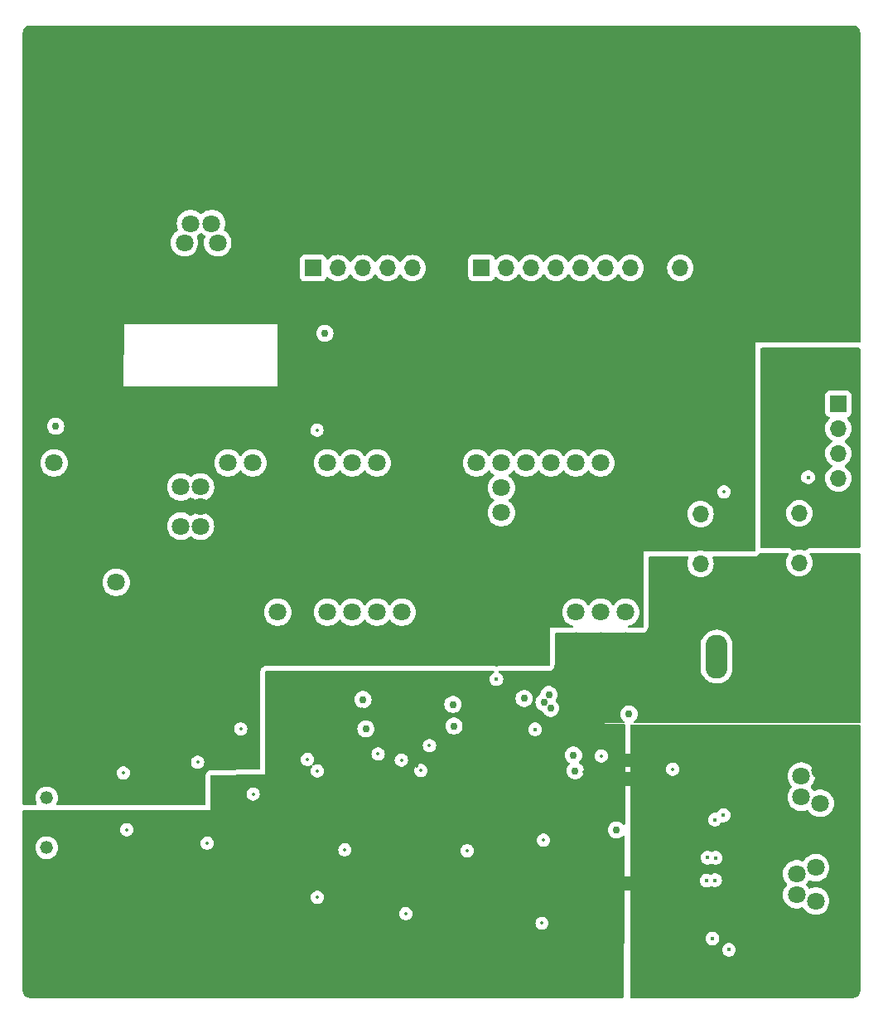
<source format=gbr>
%TF.GenerationSoftware,KiCad,Pcbnew,8.0.7*%
%TF.CreationDate,2025-03-10T13:05:35-04:00*%
%TF.ProjectId,dyno_inst_3,64796e6f-5f69-46e7-9374-5f332e6b6963,rev?*%
%TF.SameCoordinates,Original*%
%TF.FileFunction,Copper,L2,Inr*%
%TF.FilePolarity,Positive*%
%FSLAX46Y46*%
G04 Gerber Fmt 4.6, Leading zero omitted, Abs format (unit mm)*
G04 Created by KiCad (PCBNEW 8.0.7) date 2025-03-10 13:05:35*
%MOMM*%
%LPD*%
G01*
G04 APERTURE LIST*
%TA.AperFunction,ComponentPad*%
%ADD10C,5.000000*%
%TD*%
%TA.AperFunction,ComponentPad*%
%ADD11C,1.800000*%
%TD*%
%TA.AperFunction,ComponentPad*%
%ADD12R,1.700000X1.700000*%
%TD*%
%TA.AperFunction,ComponentPad*%
%ADD13O,1.700000X1.700000*%
%TD*%
%TA.AperFunction,ComponentPad*%
%ADD14R,1.320800X1.320800*%
%TD*%
%TA.AperFunction,ComponentPad*%
%ADD15C,1.320800*%
%TD*%
%TA.AperFunction,ComponentPad*%
%ADD16O,2.250000X4.500000*%
%TD*%
%TA.AperFunction,ViaPad*%
%ADD17C,0.350000*%
%TD*%
%TA.AperFunction,ViaPad*%
%ADD18C,0.400000*%
%TD*%
%TA.AperFunction,ViaPad*%
%ADD19C,0.750000*%
%TD*%
G04 APERTURE END LIST*
D10*
%TO.N,GND1*%
%TO.C,H2*%
X123646900Y-113974000D03*
%TD*%
D11*
%TO.N,3v3Teensy*%
%TO.C,U4*%
X158890000Y-77390000D03*
%TO.N,unconnected-(U4-Pad5V)*%
X129680000Y-74340000D03*
%TO.N,shcalctrl*%
X146190000Y-77390000D03*
%TO.N,Net-(U4-CS1)*%
X151270000Y-77390000D03*
%TO.N,Net-(U4-MOSI)*%
X153810000Y-77390000D03*
%TO.N,Net-(U4-MISO)*%
X156350000Y-77390000D03*
%TO.N,Net-(U4-SCK)*%
X156350000Y-62150000D03*
%TO.N,BOTINB3v3*%
X153810000Y-62150000D03*
%TO.N,TOPINB3v3*%
X151270000Y-62150000D03*
%TO.N,BOTINA3v3*%
X143650000Y-62150000D03*
%TO.N,TOPINA3v3*%
X141110000Y-62150000D03*
%TO.N,Benc1*%
X176670000Y-77390000D03*
%TO.N,Benc2*%
X179210000Y-77390000D03*
%TO.N,Benc3*%
X181750000Y-77390000D03*
%TO.N,INB*%
X179210000Y-62150000D03*
%TO.N,ENB*%
X176670000Y-62150000D03*
%TO.N,CURRSNS*%
X174130000Y-62150000D03*
%TO.N,PWM*%
X171590000Y-62150000D03*
%TO.N,ENA*%
X169050000Y-62150000D03*
%TO.N,INA*%
X166510000Y-62150000D03*
%TO.N,GND3*%
X123330000Y-77390000D03*
X158890000Y-62150000D03*
X125870000Y-62150000D03*
X169050000Y-69770000D03*
X138300000Y-66600000D03*
%TO.N,unconnected-(U4-PadON{slash}OFF)*%
X169050000Y-64690000D03*
%TO.N,unconnected-(U4-PadPROGRAM)*%
X169050000Y-67230000D03*
%TO.N,Rd+*%
X136300000Y-64600000D03*
%TO.N,Rd-*%
X138300000Y-64600000D03*
%TO.N,Td+*%
X138300000Y-68600000D03*
%TO.N,Td-*%
X136300000Y-68600000D03*
%TO.N,GND3*%
X137300000Y-74340000D03*
X139840000Y-74340000D03*
%TO.N,5vpwr*%
X123330000Y-62150000D03*
%TD*%
D12*
%TO.N,TOPINA5v*%
%TO.C,J5*%
X149790000Y-42250000D03*
D13*
%TO.N,BOTINA5v*%
X152330000Y-42250000D03*
%TO.N,TOPINB5v*%
X154870000Y-42250000D03*
%TO.N,BOTINB5v*%
X157410000Y-42250000D03*
%TO.N,5vpwr*%
X159950000Y-42250000D03*
%TO.N,GND3*%
X162490000Y-42250000D03*
%TD*%
D11*
%TO.N,GND1*%
%TO.C,J3*%
X201650799Y-93499978D03*
%TO.N,ACSIG*%
X199700800Y-94125072D03*
%TO.N,ACSHCAL*%
X201650799Y-96900022D03*
%TO.N,N/C*%
X199700800Y-96274999D03*
%TD*%
D12*
%TO.N,GND1*%
%TO.C,U7*%
X199500000Y-74900000D03*
D13*
%TO.N,+12v*%
X199500000Y-72360000D03*
%TO.N,GND2*%
X199500000Y-69820000D03*
%TO.N,5venc*%
X199500000Y-67280000D03*
%TD*%
D14*
%TO.N,GND3*%
%TO.C,U21*%
X122572000Y-93810000D03*
D15*
%TO.N,3v3Teensy*%
X122572000Y-96350000D03*
%TO.N,GND1*%
X122572000Y-98890000D03*
%TO.N,Net-(U21-+VOUT)*%
X122572000Y-101430000D03*
%TD*%
D10*
%TO.N,GND3*%
%TO.C,H3*%
X123646900Y-20248000D03*
%TD*%
D12*
%TO.N,GND1*%
%TO.C,U6*%
X189400000Y-74980000D03*
D13*
%TO.N,+12v*%
X189400000Y-72440000D03*
%TO.N,GND3*%
X189400000Y-69900000D03*
%TO.N,5vpwr*%
X189400000Y-67360000D03*
%TD*%
D12*
%TO.N,INA*%
%TO.C,J2*%
X167025000Y-42225000D03*
D13*
%TO.N,ENA*%
X169565000Y-42225000D03*
%TO.N,PWM*%
X172105000Y-42225000D03*
%TO.N,CURRSNS*%
X174645000Y-42225000D03*
%TO.N,ENB*%
X177185000Y-42225000D03*
%TO.N,INB*%
X179725000Y-42225000D03*
%TO.N,5vpwr*%
X182265000Y-42225000D03*
%TO.N,GND3*%
X184805000Y-42225000D03*
%TO.N,unconnected-(J2-Pin_9-Pad9)*%
X187345000Y-42225000D03*
%TO.N,GND3*%
X189885000Y-42225000D03*
%TD*%
D11*
%TO.N,+5vexc*%
%TO.C,J6*%
X201175000Y-103474956D03*
%TO.N,+DCSIG*%
X199225001Y-104100050D03*
%TO.N,-5vexc*%
X201175000Y-106875000D03*
%TO.N,-DCSIG*%
X199225001Y-106249977D03*
%TD*%
%TO.N,Tx+*%
%TO.C,J7*%
X140055000Y-39650000D03*
%TO.N,Tx-*%
X139429906Y-37700001D03*
%TO.N,Rx-*%
X136654956Y-39650000D03*
%TO.N,Rx+*%
X137279979Y-37700001D03*
%TD*%
D10*
%TO.N,GND3*%
%TO.C,H1*%
X202209100Y-20248000D03*
%TD*%
D12*
%TO.N,Aenc1*%
%TO.C,J1*%
X203500496Y-56100000D03*
D13*
%TO.N,Aenc2*%
X203500496Y-58640000D03*
%TO.N,Aenc3*%
X203500496Y-61180000D03*
%TO.N,5venc*%
X203500496Y-63720000D03*
%TO.N,GND2*%
X203500496Y-66260000D03*
%TD*%
D16*
%TO.N,+12v*%
%TO.C,J4*%
X191050000Y-81925000D03*
%TO.N,GND1*%
X197350000Y-81925000D03*
%TD*%
D10*
%TO.N,GND1*%
%TO.C,H4*%
X202209100Y-113974000D03*
%TD*%
D17*
%TO.N,3v3Teensy*%
X191800000Y-65100000D03*
X138000000Y-92700000D03*
X150200000Y-58800000D03*
X130400000Y-93800000D03*
%TO.N,GND2*%
X199400000Y-62800000D03*
X200400000Y-64800000D03*
X199400000Y-55400000D03*
D18*
%TO.N,5venc*%
X200400000Y-63600000D03*
D17*
%TO.N,3v3Ext*%
X138975000Y-100975000D03*
X130750000Y-99600000D03*
D19*
%TO.N,5vpwr*%
X151000000Y-48900000D03*
X123500000Y-58400000D03*
D17*
%TO.N,+5vref*%
X161700000Y-91000000D03*
X149225000Y-92425000D03*
X173200000Y-109150000D03*
X159275000Y-108175000D03*
X150250000Y-106500000D03*
X158825000Y-92475000D03*
%TO.N,-5vref*%
X150250000Y-93600000D03*
X173350000Y-100675000D03*
X165550000Y-101750000D03*
X153050000Y-101650000D03*
X160825000Y-93550000D03*
X156450000Y-91875000D03*
D19*
%TO.N,+12v*%
X155200000Y-89300000D03*
X182100000Y-87800000D03*
X164200000Y-89000000D03*
X180800000Y-99625000D03*
%TO.N,-12v*%
X164100000Y-86800000D03*
X176600000Y-93575000D03*
X174100000Y-87200000D03*
X173400000Y-86600000D03*
X176425000Y-91975000D03*
X154900000Y-86300000D03*
X171375000Y-86200000D03*
X173900000Y-85800000D03*
D17*
%TO.N,GND1*%
X152675000Y-107550000D03*
X170750000Y-87600000D03*
X163625000Y-97950000D03*
X158050000Y-93150000D03*
X154800000Y-87300000D03*
X177500000Y-93675000D03*
X158700000Y-90825000D03*
X148000201Y-98427124D03*
X194350000Y-97600000D03*
X160775000Y-87450000D03*
X147000000Y-92375000D03*
X184775000Y-100650000D03*
X155700000Y-105100000D03*
X184750000Y-109525000D03*
X171125000Y-87825000D03*
X137300000Y-103175000D03*
X140050000Y-98175000D03*
X164550000Y-101750000D03*
X151925000Y-101625000D03*
X159450000Y-109050000D03*
X192000000Y-90300000D03*
D18*
X192300000Y-75600000D03*
D17*
X194125000Y-113175000D03*
D18*
X181600000Y-86175000D03*
D17*
X142825000Y-98425000D03*
X172075000Y-102000000D03*
X165200000Y-90500000D03*
X170925000Y-104225000D03*
X155775000Y-96050000D03*
X155875000Y-84425000D03*
X128975000Y-102000000D03*
X144800000Y-110700000D03*
X176550000Y-99850000D03*
X165675000Y-84825000D03*
D18*
X202500000Y-75800000D03*
D17*
X160175000Y-95900000D03*
X166600000Y-103800000D03*
X159350000Y-103350000D03*
X145925201Y-98427124D03*
X152875000Y-97950000D03*
X155050000Y-95950000D03*
D18*
X176200000Y-80900000D03*
D17*
X149550000Y-95925000D03*
X159575000Y-90825000D03*
X124800000Y-107950000D03*
X154725000Y-96700000D03*
X165550000Y-96600000D03*
X160400000Y-93100000D03*
X165275000Y-85250000D03*
X143600000Y-110700000D03*
X177850000Y-93200000D03*
X149025201Y-98427124D03*
X141725000Y-98400000D03*
X142600000Y-110700000D03*
X145800000Y-110700000D03*
X180900000Y-96725000D03*
X143500000Y-106300000D03*
X144850000Y-106350000D03*
X166125000Y-95875000D03*
X144900201Y-98427124D03*
X143875201Y-98427124D03*
X148325000Y-92425000D03*
X151825000Y-99000000D03*
X150050201Y-98427124D03*
X172200000Y-107700000D03*
X125600000Y-104400000D03*
X146925201Y-98427124D03*
X145475000Y-95700000D03*
%TO.N,shcalctrl*%
X142400000Y-89300000D03*
%TO.N,ACSHCAL*%
X179250000Y-92075000D03*
X186575000Y-93425000D03*
X143675000Y-95950000D03*
D18*
%TO.N,+5vcla*%
X190025000Y-104800000D03*
X192300001Y-111849999D03*
X172500000Y-89355000D03*
X190125000Y-102450000D03*
X190875000Y-98575000D03*
%TO.N,-5vcla*%
X191750000Y-98125000D03*
X190900000Y-104750000D03*
X190950000Y-102475000D03*
X190625000Y-110700000D03*
X168550000Y-84225000D03*
D17*
%TO.N,GND3*%
X125100000Y-58600000D03*
X140700000Y-59800000D03*
X159800000Y-58400000D03*
X152700000Y-58700000D03*
X152000000Y-49100000D03*
X190500000Y-55300000D03*
X136800000Y-92700000D03*
X159800000Y-50300000D03*
X135600000Y-59800000D03*
X190000000Y-63200000D03*
X134800000Y-42500000D03*
X129100000Y-93800000D03*
X141700000Y-42600000D03*
X140800000Y-90400000D03*
%TD*%
%TA.AperFunction,Conductor*%
%TO.N,GND1*%
G36*
X182400000Y-105800000D02*
G01*
X181500000Y-105800000D01*
X181500000Y-104400000D01*
X182400000Y-104400000D01*
X182400000Y-105800000D01*
G37*
%TD.AperFunction*%
%TD*%
%TA.AperFunction,Conductor*%
%TO.N,GND1*%
G36*
X205673424Y-71345240D02*
G01*
X205719237Y-71397993D01*
X205730500Y-71449630D01*
X205730500Y-88601000D01*
X205710815Y-88668039D01*
X205658011Y-88713794D01*
X205606500Y-88725000D01*
X182697968Y-88725000D01*
X182630929Y-88705315D01*
X182585174Y-88652511D01*
X182575230Y-88583353D01*
X182604255Y-88519797D01*
X182625083Y-88500682D01*
X182652316Y-88480895D01*
X182689050Y-88454207D01*
X182812195Y-88317440D01*
X182904214Y-88158059D01*
X182961085Y-87983029D01*
X182980322Y-87800000D01*
X182961085Y-87616971D01*
X182904214Y-87441941D01*
X182812195Y-87282560D01*
X182689050Y-87145793D01*
X182689048Y-87145791D01*
X182540165Y-87037621D01*
X182540162Y-87037619D01*
X182540161Y-87037619D01*
X182479112Y-87010438D01*
X182372038Y-86962765D01*
X182372033Y-86962763D01*
X182192019Y-86924500D01*
X182007981Y-86924500D01*
X181827966Y-86962763D01*
X181827961Y-86962765D01*
X181659839Y-87037619D01*
X181659834Y-87037621D01*
X181510951Y-87145791D01*
X181510949Y-87145793D01*
X181387804Y-87282561D01*
X181295786Y-87441940D01*
X181295783Y-87441946D01*
X181238916Y-87616967D01*
X181238915Y-87616971D01*
X181219678Y-87800000D01*
X181238915Y-87983029D01*
X181238916Y-87983032D01*
X181295783Y-88158053D01*
X181295786Y-88158059D01*
X181387805Y-88317440D01*
X181497327Y-88439077D01*
X181510949Y-88454206D01*
X181510951Y-88454208D01*
X181574917Y-88500682D01*
X181617583Y-88556012D01*
X181623562Y-88625625D01*
X181590956Y-88687420D01*
X181530117Y-88721778D01*
X181502032Y-88725000D01*
X179575172Y-88725000D01*
X179600000Y-85125000D01*
X174460432Y-85125000D01*
X174340165Y-85037621D01*
X174340162Y-85037619D01*
X174340161Y-85037619D01*
X174303810Y-85021434D01*
X174223034Y-84985469D01*
X174200000Y-83350000D01*
X174200000Y-83320932D01*
X174219685Y-83253893D01*
X174255139Y-83218438D01*
X174255000Y-83218252D01*
X174256296Y-83217281D01*
X174256961Y-83216616D01*
X174258543Y-83215600D01*
X174311347Y-83169845D01*
X174405567Y-83061111D01*
X174465338Y-82930234D01*
X174485023Y-82863195D01*
X174485024Y-82863191D01*
X174505500Y-82720775D01*
X174505500Y-80672070D01*
X189424500Y-80672070D01*
X189424500Y-83177930D01*
X189430627Y-83216614D01*
X189464526Y-83430640D01*
X189543588Y-83673972D01*
X189543589Y-83673975D01*
X189659750Y-83901950D01*
X189810132Y-84108935D01*
X189810136Y-84108940D01*
X189991059Y-84289863D01*
X189991064Y-84289867D01*
X190171607Y-84421038D01*
X190198053Y-84440252D01*
X190347080Y-84516185D01*
X190426024Y-84556410D01*
X190426027Y-84556411D01*
X190547693Y-84595942D01*
X190669361Y-84635474D01*
X190922070Y-84675500D01*
X190922071Y-84675500D01*
X191177929Y-84675500D01*
X191177930Y-84675500D01*
X191430639Y-84635474D01*
X191673975Y-84556410D01*
X191901947Y-84440252D01*
X192108942Y-84289862D01*
X192289862Y-84108942D01*
X192440252Y-83901947D01*
X192556410Y-83673975D01*
X192635474Y-83430639D01*
X192675500Y-83177930D01*
X192675500Y-80672070D01*
X192635474Y-80419361D01*
X192556410Y-80176025D01*
X192556410Y-80176024D01*
X192516185Y-80097080D01*
X192440252Y-79948053D01*
X192421038Y-79921607D01*
X192289867Y-79741064D01*
X192289863Y-79741059D01*
X192108940Y-79560136D01*
X192108935Y-79560132D01*
X191901950Y-79409750D01*
X191901949Y-79409749D01*
X191901947Y-79409748D01*
X191827941Y-79372040D01*
X191673975Y-79293589D01*
X191673972Y-79293588D01*
X191430640Y-79214526D01*
X191304284Y-79194513D01*
X191177930Y-79174500D01*
X190922070Y-79174500D01*
X190837833Y-79187842D01*
X190669359Y-79214526D01*
X190426027Y-79293588D01*
X190426024Y-79293589D01*
X190198049Y-79409750D01*
X189991064Y-79560132D01*
X189991059Y-79560136D01*
X189810136Y-79741059D01*
X189810132Y-79741064D01*
X189659750Y-79948049D01*
X189543589Y-80176024D01*
X189543588Y-80176027D01*
X189464526Y-80419359D01*
X189464526Y-80419361D01*
X189424500Y-80672070D01*
X174505500Y-80672070D01*
X174505500Y-79629500D01*
X174525185Y-79562461D01*
X174577989Y-79516706D01*
X174629500Y-79505500D01*
X176312956Y-79505500D01*
X176312957Y-79505500D01*
X176343349Y-79504586D01*
X176358225Y-79503690D01*
X176388476Y-79500953D01*
X176527407Y-79463540D01*
X176591601Y-79435955D01*
X176591602Y-79435954D01*
X176591602Y-79435953D01*
X176591972Y-79435795D01*
X176594056Y-79434453D01*
X176604497Y-79428071D01*
X176671962Y-79409906D01*
X176720673Y-79421079D01*
X176817584Y-79465338D01*
X176884623Y-79485023D01*
X176884627Y-79485024D01*
X177027043Y-79505500D01*
X177027046Y-79505500D01*
X178852956Y-79505500D01*
X178852957Y-79505500D01*
X178883349Y-79504586D01*
X178898225Y-79503690D01*
X178928476Y-79500953D01*
X179067407Y-79463540D01*
X179131601Y-79435955D01*
X179131602Y-79435954D01*
X179131602Y-79435953D01*
X179131972Y-79435795D01*
X179134056Y-79434453D01*
X179144497Y-79428071D01*
X179211962Y-79409906D01*
X179260673Y-79421079D01*
X179357584Y-79465338D01*
X179424623Y-79485023D01*
X179424627Y-79485024D01*
X179567043Y-79505500D01*
X179567046Y-79505500D01*
X181392956Y-79505500D01*
X181392957Y-79505500D01*
X181423349Y-79504586D01*
X181438225Y-79503690D01*
X181468476Y-79500953D01*
X181607407Y-79463540D01*
X181671601Y-79435955D01*
X181671602Y-79435954D01*
X181671602Y-79435953D01*
X181671972Y-79435795D01*
X181674056Y-79434453D01*
X181684497Y-79428071D01*
X181751962Y-79409906D01*
X181800673Y-79421079D01*
X181897584Y-79465338D01*
X181964623Y-79485023D01*
X181964627Y-79485024D01*
X182107043Y-79505500D01*
X182107046Y-79505500D01*
X183426399Y-79505500D01*
X183443361Y-79503690D01*
X183533055Y-79494120D01*
X183584205Y-79483079D01*
X183686069Y-79449447D01*
X183807357Y-79372046D01*
X183860307Y-79326460D01*
X183954874Y-79218027D01*
X184015062Y-79087340D01*
X184034961Y-79020364D01*
X184055893Y-78878017D01*
X184061597Y-77098398D01*
X184078486Y-71829103D01*
X184098385Y-71762127D01*
X184151335Y-71716541D01*
X184202485Y-71705500D01*
X188057750Y-71705500D01*
X188124789Y-71725185D01*
X188170544Y-71777989D01*
X188180488Y-71847147D01*
X188170132Y-71881905D01*
X188126097Y-71976335D01*
X188126094Y-71976344D01*
X188064938Y-72204586D01*
X188064936Y-72204596D01*
X188044341Y-72439999D01*
X188044341Y-72440000D01*
X188064936Y-72675403D01*
X188064938Y-72675413D01*
X188126094Y-72903655D01*
X188126096Y-72903659D01*
X188126097Y-72903663D01*
X188188660Y-73037830D01*
X188225965Y-73117830D01*
X188225967Y-73117834D01*
X188305484Y-73231395D01*
X188361505Y-73311401D01*
X188528599Y-73478495D01*
X188584410Y-73517574D01*
X188722165Y-73614032D01*
X188722167Y-73614033D01*
X188722170Y-73614035D01*
X188936337Y-73713903D01*
X188936343Y-73713904D01*
X188936344Y-73713905D01*
X188991285Y-73728626D01*
X189164592Y-73775063D01*
X189352918Y-73791539D01*
X189399999Y-73795659D01*
X189400000Y-73795659D01*
X189400001Y-73795659D01*
X189439234Y-73792226D01*
X189635408Y-73775063D01*
X189863663Y-73713903D01*
X190077830Y-73614035D01*
X190271401Y-73478495D01*
X190438495Y-73311401D01*
X190574035Y-73117830D01*
X190673903Y-72903663D01*
X190735063Y-72675408D01*
X190755659Y-72440000D01*
X190735063Y-72204592D01*
X190673903Y-71976337D01*
X190629867Y-71881904D01*
X190619376Y-71812828D01*
X190647895Y-71749044D01*
X190706372Y-71710804D01*
X190742250Y-71705500D01*
X194876137Y-71705500D01*
X194876145Y-71705500D01*
X194983305Y-71694011D01*
X195034684Y-71682866D01*
X195136975Y-71648921D01*
X195258107Y-71571275D01*
X195305109Y-71530643D01*
X195305883Y-71530055D01*
X195310894Y-71525642D01*
X195310965Y-71525582D01*
X195310968Y-71525580D01*
X195405316Y-71416952D01*
X195408868Y-71409197D01*
X195454681Y-71356446D01*
X195521462Y-71336836D01*
X198331621Y-71333714D01*
X198398677Y-71353323D01*
X198444491Y-71406076D01*
X198454511Y-71475224D01*
X198433329Y-71528836D01*
X198325965Y-71682169D01*
X198325964Y-71682171D01*
X198226098Y-71896335D01*
X198226094Y-71896344D01*
X198164938Y-72124586D01*
X198164936Y-72124596D01*
X198144341Y-72359999D01*
X198144341Y-72360000D01*
X198164936Y-72595403D01*
X198164938Y-72595413D01*
X198226094Y-72823655D01*
X198226096Y-72823659D01*
X198226097Y-72823663D01*
X198325965Y-73037830D01*
X198325967Y-73037834D01*
X198381984Y-73117834D01*
X198461505Y-73231401D01*
X198628599Y-73398495D01*
X198696082Y-73445747D01*
X198822165Y-73534032D01*
X198822167Y-73534033D01*
X198822170Y-73534035D01*
X199036337Y-73633903D01*
X199264592Y-73695063D01*
X199452918Y-73711539D01*
X199499999Y-73715659D01*
X199500000Y-73715659D01*
X199500001Y-73715659D01*
X199539234Y-73712226D01*
X199735408Y-73695063D01*
X199963663Y-73633903D01*
X200177830Y-73534035D01*
X200371401Y-73398495D01*
X200538495Y-73231401D01*
X200674035Y-73037830D01*
X200773903Y-72823663D01*
X200835063Y-72595408D01*
X200855659Y-72360000D01*
X200835063Y-72124592D01*
X200773903Y-71896337D01*
X200674035Y-71682171D01*
X200650753Y-71648921D01*
X200564853Y-71526242D01*
X200542526Y-71460036D01*
X200559536Y-71392269D01*
X200610484Y-71344456D01*
X200666284Y-71331120D01*
X205606366Y-71325631D01*
X205673424Y-71345240D01*
G37*
%TD.AperFunction*%
%TD*%
%TA.AperFunction,Conductor*%
%TO.N,GND3*%
G36*
X205327856Y-17539642D02*
G01*
X205386629Y-17571057D01*
X205406840Y-17584561D01*
X205501535Y-17662274D01*
X205518725Y-17679464D01*
X205596438Y-17774159D01*
X205609942Y-17794369D01*
X205667690Y-17902407D01*
X205676993Y-17924865D01*
X205712554Y-18042093D01*
X205717296Y-18065935D01*
X205729903Y-18193938D01*
X205730500Y-18206092D01*
X205730500Y-49751000D01*
X205710815Y-49818039D01*
X205658011Y-49863794D01*
X205606500Y-49875000D01*
X195024999Y-49875000D01*
X195000145Y-71076145D01*
X194980382Y-71143162D01*
X194927524Y-71188855D01*
X194876145Y-71200000D01*
X189963858Y-71200000D01*
X189911453Y-71188382D01*
X189906270Y-71185965D01*
X189863663Y-71166097D01*
X189863659Y-71166096D01*
X189863655Y-71166094D01*
X189635413Y-71104938D01*
X189635403Y-71104936D01*
X189400001Y-71084341D01*
X189399999Y-71084341D01*
X189164596Y-71104936D01*
X189164586Y-71104938D01*
X188936344Y-71166094D01*
X188936335Y-71166098D01*
X188888547Y-71188382D01*
X188836142Y-71200000D01*
X183575000Y-71200000D01*
X183550396Y-78876397D01*
X183530497Y-78943373D01*
X183477547Y-78988959D01*
X183426397Y-79000000D01*
X182107043Y-79000000D01*
X182040004Y-78980315D01*
X181994249Y-78927511D01*
X181984305Y-78858353D01*
X182013330Y-78794797D01*
X182072108Y-78757023D01*
X182086634Y-78753691D01*
X182088013Y-78753460D01*
X182094981Y-78752298D01*
X182314503Y-78676936D01*
X182518626Y-78566470D01*
X182701784Y-78423913D01*
X182858979Y-78253153D01*
X182985924Y-78058849D01*
X183079157Y-77846300D01*
X183136134Y-77621305D01*
X183155300Y-77390000D01*
X183155300Y-77389993D01*
X183136135Y-77158702D01*
X183136133Y-77158691D01*
X183079157Y-76933699D01*
X182985924Y-76721151D01*
X182858983Y-76526852D01*
X182858980Y-76526849D01*
X182858979Y-76526847D01*
X182701784Y-76356087D01*
X182701779Y-76356083D01*
X182701777Y-76356081D01*
X182518634Y-76213535D01*
X182518628Y-76213531D01*
X182314504Y-76103064D01*
X182314495Y-76103061D01*
X182094984Y-76027702D01*
X181883014Y-75992331D01*
X181866049Y-75989500D01*
X181633951Y-75989500D01*
X181616986Y-75992331D01*
X181405015Y-76027702D01*
X181185504Y-76103061D01*
X181185495Y-76103064D01*
X180981371Y-76213531D01*
X180981365Y-76213535D01*
X180798222Y-76356081D01*
X180798219Y-76356084D01*
X180641016Y-76526852D01*
X180583809Y-76614416D01*
X180530662Y-76659773D01*
X180461431Y-76669197D01*
X180398095Y-76639695D01*
X180376191Y-76614416D01*
X180318983Y-76526852D01*
X180318980Y-76526849D01*
X180318979Y-76526847D01*
X180161784Y-76356087D01*
X180161779Y-76356083D01*
X180161777Y-76356081D01*
X179978634Y-76213535D01*
X179978628Y-76213531D01*
X179774504Y-76103064D01*
X179774495Y-76103061D01*
X179554984Y-76027702D01*
X179343014Y-75992331D01*
X179326049Y-75989500D01*
X179093951Y-75989500D01*
X179076986Y-75992331D01*
X178865015Y-76027702D01*
X178645504Y-76103061D01*
X178645495Y-76103064D01*
X178441371Y-76213531D01*
X178441365Y-76213535D01*
X178258222Y-76356081D01*
X178258219Y-76356084D01*
X178101016Y-76526852D01*
X178043809Y-76614416D01*
X177990662Y-76659773D01*
X177921431Y-76669197D01*
X177858095Y-76639695D01*
X177836191Y-76614416D01*
X177778983Y-76526852D01*
X177778980Y-76526849D01*
X177778979Y-76526847D01*
X177621784Y-76356087D01*
X177621779Y-76356083D01*
X177621777Y-76356081D01*
X177438634Y-76213535D01*
X177438628Y-76213531D01*
X177234504Y-76103064D01*
X177234495Y-76103061D01*
X177014984Y-76027702D01*
X176803014Y-75992331D01*
X176786049Y-75989500D01*
X176553951Y-75989500D01*
X176536986Y-75992331D01*
X176325015Y-76027702D01*
X176105504Y-76103061D01*
X176105495Y-76103064D01*
X175901371Y-76213531D01*
X175901365Y-76213535D01*
X175718222Y-76356081D01*
X175718219Y-76356084D01*
X175561016Y-76526852D01*
X175434075Y-76721151D01*
X175340842Y-76933699D01*
X175283866Y-77158691D01*
X175283864Y-77158702D01*
X175264700Y-77389993D01*
X175264700Y-77390006D01*
X175283864Y-77621297D01*
X175283866Y-77621308D01*
X175340842Y-77846300D01*
X175434075Y-78058848D01*
X175561016Y-78253147D01*
X175561019Y-78253151D01*
X175561021Y-78253153D01*
X175718216Y-78423913D01*
X175718219Y-78423915D01*
X175718222Y-78423918D01*
X175901365Y-78566464D01*
X175901371Y-78566468D01*
X175901374Y-78566470D01*
X176105497Y-78676936D01*
X176325019Y-78752298D01*
X176331622Y-78753399D01*
X176333366Y-78753691D01*
X176396251Y-78784141D01*
X176432691Y-78843756D01*
X176431116Y-78913608D01*
X176392027Y-78971519D01*
X176327833Y-78999104D01*
X176312957Y-79000000D01*
X174000000Y-79000000D01*
X174000000Y-82720775D01*
X173980315Y-82787814D01*
X173927511Y-82833569D01*
X173876106Y-82844775D01*
X168901322Y-82849020D01*
X168807705Y-82857849D01*
X168807679Y-82857852D01*
X168762570Y-82866396D01*
X168672208Y-82892412D01*
X168611416Y-82926918D01*
X168543396Y-82942891D01*
X168498791Y-82931916D01*
X168405935Y-82889605D01*
X168405920Y-82889600D01*
X168338875Y-82869977D01*
X168338872Y-82869976D01*
X168243897Y-82856403D01*
X168196437Y-82849621D01*
X168196436Y-82849621D01*
X145062738Y-82869360D01*
X145023461Y-82869394D01*
X144916220Y-82880994D01*
X144916216Y-82880994D01*
X144916215Y-82880995D01*
X144864823Y-82892198D01*
X144864819Y-82892199D01*
X144762496Y-82926280D01*
X144641462Y-83004065D01*
X144641451Y-83004073D01*
X144588659Y-83049817D01*
X144494433Y-83158558D01*
X144494430Y-83158562D01*
X144434664Y-83289428D01*
X144414976Y-83356476D01*
X144394500Y-83498895D01*
X144394500Y-93346129D01*
X144374815Y-93413168D01*
X144322011Y-93458923D01*
X144271111Y-93470127D01*
X139445041Y-93493901D01*
X139445038Y-93493901D01*
X139340591Y-93505336D01*
X139290489Y-93516180D01*
X139290457Y-93516189D01*
X139190645Y-93548966D01*
X139069057Y-93625911D01*
X139015949Y-93671284D01*
X139015946Y-93671286D01*
X138920968Y-93779359D01*
X138920966Y-93779363D01*
X138860281Y-93909819D01*
X138840644Y-93975003D01*
X138840215Y-93976354D01*
X138840126Y-93976723D01*
X138818655Y-94118984D01*
X138818654Y-94118996D01*
X138798883Y-96946367D01*
X138778730Y-97013267D01*
X138725607Y-97058652D01*
X138674886Y-97069500D01*
X123710856Y-97069500D01*
X123643817Y-97049815D01*
X123598062Y-96997011D01*
X123588118Y-96927853D01*
X123599856Y-96890228D01*
X123659139Y-96771172D01*
X123659138Y-96771172D01*
X123659144Y-96771162D01*
X123718022Y-96564229D01*
X123737873Y-96350000D01*
X123718022Y-96135771D01*
X123659144Y-95928838D01*
X123563245Y-95736247D01*
X123433591Y-95564556D01*
X123433587Y-95564552D01*
X123433585Y-95564550D01*
X123274597Y-95419614D01*
X123199787Y-95373294D01*
X123091674Y-95306353D01*
X122891056Y-95228633D01*
X122679573Y-95189100D01*
X122464427Y-95189100D01*
X122252944Y-95228633D01*
X122126075Y-95277782D01*
X122052328Y-95306352D01*
X122052327Y-95306352D01*
X121869402Y-95419614D01*
X121710414Y-95564550D01*
X121710407Y-95564558D01*
X121580760Y-95736239D01*
X121580751Y-95736253D01*
X121484860Y-95928827D01*
X121484855Y-95928840D01*
X121425977Y-96135771D01*
X121406127Y-96349999D01*
X121406127Y-96350000D01*
X121425977Y-96564228D01*
X121484855Y-96771159D01*
X121484860Y-96771172D01*
X121544144Y-96890228D01*
X121556405Y-96959013D01*
X121529532Y-97023508D01*
X121472057Y-97063236D01*
X121433144Y-97069500D01*
X120249500Y-97069500D01*
X120182461Y-97049815D01*
X120136706Y-96997011D01*
X120125500Y-96945500D01*
X120125500Y-93799999D01*
X129719539Y-93799999D01*
X129719539Y-93800000D01*
X129739311Y-93962842D01*
X129739312Y-93962845D01*
X129797483Y-94116228D01*
X129799394Y-94118996D01*
X129890668Y-94251229D01*
X129890670Y-94251231D01*
X129890672Y-94251233D01*
X130013451Y-94360006D01*
X130013452Y-94360006D01*
X130013454Y-94360008D01*
X130158705Y-94436242D01*
X130158707Y-94436242D01*
X130158708Y-94436243D01*
X130317978Y-94475500D01*
X130317979Y-94475500D01*
X130482022Y-94475500D01*
X130641291Y-94436243D01*
X130641291Y-94436242D01*
X130641295Y-94436242D01*
X130786546Y-94360008D01*
X130909332Y-94251229D01*
X131002518Y-94116226D01*
X131060688Y-93962845D01*
X131080461Y-93800000D01*
X131060688Y-93637155D01*
X131002518Y-93483774D01*
X130909332Y-93348771D01*
X130909329Y-93348768D01*
X130909327Y-93348766D01*
X130786548Y-93239993D01*
X130641291Y-93163756D01*
X130482022Y-93124500D01*
X130482021Y-93124500D01*
X130317979Y-93124500D01*
X130317978Y-93124500D01*
X130158708Y-93163756D01*
X130013451Y-93239993D01*
X129890672Y-93348766D01*
X129890666Y-93348773D01*
X129797483Y-93483771D01*
X129739312Y-93637154D01*
X129739311Y-93637157D01*
X129719539Y-93799999D01*
X120125500Y-93799999D01*
X120125500Y-92699999D01*
X137319539Y-92699999D01*
X137319539Y-92700000D01*
X137339311Y-92862842D01*
X137339312Y-92862845D01*
X137371835Y-92948602D01*
X137397483Y-93016228D01*
X137461363Y-93108774D01*
X137490668Y-93151229D01*
X137490670Y-93151231D01*
X137490672Y-93151233D01*
X137613451Y-93260006D01*
X137613452Y-93260006D01*
X137613454Y-93260008D01*
X137758705Y-93336242D01*
X137758707Y-93336242D01*
X137758708Y-93336243D01*
X137917978Y-93375500D01*
X137917979Y-93375500D01*
X138082022Y-93375500D01*
X138241291Y-93336243D01*
X138241291Y-93336242D01*
X138241295Y-93336242D01*
X138386546Y-93260008D01*
X138509332Y-93151229D01*
X138602518Y-93016226D01*
X138660688Y-92862845D01*
X138680461Y-92700000D01*
X138660688Y-92537155D01*
X138602518Y-92383774D01*
X138509332Y-92248771D01*
X138509329Y-92248768D01*
X138509327Y-92248766D01*
X138386548Y-92139993D01*
X138241291Y-92063756D01*
X138082022Y-92024500D01*
X138082021Y-92024500D01*
X137917979Y-92024500D01*
X137917978Y-92024500D01*
X137758708Y-92063756D01*
X137613451Y-92139993D01*
X137490672Y-92248766D01*
X137490666Y-92248773D01*
X137397483Y-92383771D01*
X137339312Y-92537154D01*
X137339311Y-92537157D01*
X137319539Y-92699999D01*
X120125500Y-92699999D01*
X120125500Y-89299999D01*
X141719539Y-89299999D01*
X141719539Y-89300000D01*
X141739311Y-89462842D01*
X141739312Y-89462845D01*
X141797482Y-89616226D01*
X141890668Y-89751229D01*
X141890670Y-89751231D01*
X141890672Y-89751233D01*
X142013451Y-89860006D01*
X142013452Y-89860006D01*
X142013454Y-89860008D01*
X142158705Y-89936242D01*
X142158707Y-89936242D01*
X142158708Y-89936243D01*
X142317978Y-89975500D01*
X142317979Y-89975500D01*
X142482022Y-89975500D01*
X142641291Y-89936243D01*
X142641291Y-89936242D01*
X142641295Y-89936242D01*
X142786546Y-89860008D01*
X142909332Y-89751229D01*
X143002518Y-89616226D01*
X143060688Y-89462845D01*
X143080461Y-89300000D01*
X143060688Y-89137155D01*
X143002518Y-88983774D01*
X142909332Y-88848771D01*
X142909329Y-88848768D01*
X142909327Y-88848766D01*
X142786548Y-88739993D01*
X142641291Y-88663756D01*
X142482022Y-88624500D01*
X142482021Y-88624500D01*
X142317979Y-88624500D01*
X142317978Y-88624500D01*
X142158708Y-88663756D01*
X142013451Y-88739993D01*
X141890672Y-88848766D01*
X141890666Y-88848773D01*
X141797483Y-88983771D01*
X141739312Y-89137154D01*
X141739311Y-89137157D01*
X141719539Y-89299999D01*
X120125500Y-89299999D01*
X120125500Y-77389993D01*
X144784700Y-77389993D01*
X144784700Y-77390006D01*
X144803864Y-77621297D01*
X144803866Y-77621308D01*
X144860842Y-77846300D01*
X144954075Y-78058848D01*
X145081016Y-78253147D01*
X145081019Y-78253151D01*
X145081021Y-78253153D01*
X145238216Y-78423913D01*
X145238219Y-78423915D01*
X145238222Y-78423918D01*
X145421365Y-78566464D01*
X145421371Y-78566468D01*
X145421374Y-78566470D01*
X145625497Y-78676936D01*
X145739487Y-78716068D01*
X145845015Y-78752297D01*
X145845017Y-78752297D01*
X145845019Y-78752298D01*
X146073951Y-78790500D01*
X146073952Y-78790500D01*
X146306048Y-78790500D01*
X146306049Y-78790500D01*
X146534981Y-78752298D01*
X146754503Y-78676936D01*
X146958626Y-78566470D01*
X147141784Y-78423913D01*
X147298979Y-78253153D01*
X147425924Y-78058849D01*
X147519157Y-77846300D01*
X147576134Y-77621305D01*
X147595300Y-77390000D01*
X147595300Y-77389993D01*
X149864700Y-77389993D01*
X149864700Y-77390006D01*
X149883864Y-77621297D01*
X149883866Y-77621308D01*
X149940842Y-77846300D01*
X150034075Y-78058848D01*
X150161016Y-78253147D01*
X150161019Y-78253151D01*
X150161021Y-78253153D01*
X150318216Y-78423913D01*
X150318219Y-78423915D01*
X150318222Y-78423918D01*
X150501365Y-78566464D01*
X150501371Y-78566468D01*
X150501374Y-78566470D01*
X150705497Y-78676936D01*
X150819487Y-78716068D01*
X150925015Y-78752297D01*
X150925017Y-78752297D01*
X150925019Y-78752298D01*
X151153951Y-78790500D01*
X151153952Y-78790500D01*
X151386048Y-78790500D01*
X151386049Y-78790500D01*
X151614981Y-78752298D01*
X151834503Y-78676936D01*
X152038626Y-78566470D01*
X152221784Y-78423913D01*
X152378979Y-78253153D01*
X152436191Y-78165582D01*
X152489337Y-78120226D01*
X152558568Y-78110802D01*
X152621904Y-78140304D01*
X152643809Y-78165583D01*
X152701016Y-78253147D01*
X152701019Y-78253151D01*
X152701021Y-78253153D01*
X152858216Y-78423913D01*
X152858219Y-78423915D01*
X152858222Y-78423918D01*
X153041365Y-78566464D01*
X153041371Y-78566468D01*
X153041374Y-78566470D01*
X153245497Y-78676936D01*
X153359487Y-78716068D01*
X153465015Y-78752297D01*
X153465017Y-78752297D01*
X153465019Y-78752298D01*
X153693951Y-78790500D01*
X153693952Y-78790500D01*
X153926048Y-78790500D01*
X153926049Y-78790500D01*
X154154981Y-78752298D01*
X154374503Y-78676936D01*
X154578626Y-78566470D01*
X154761784Y-78423913D01*
X154918979Y-78253153D01*
X154976191Y-78165582D01*
X155029337Y-78120226D01*
X155098568Y-78110802D01*
X155161904Y-78140304D01*
X155183809Y-78165583D01*
X155241016Y-78253147D01*
X155241019Y-78253151D01*
X155241021Y-78253153D01*
X155398216Y-78423913D01*
X155398219Y-78423915D01*
X155398222Y-78423918D01*
X155581365Y-78566464D01*
X155581371Y-78566468D01*
X155581374Y-78566470D01*
X155785497Y-78676936D01*
X155899487Y-78716068D01*
X156005015Y-78752297D01*
X156005017Y-78752297D01*
X156005019Y-78752298D01*
X156233951Y-78790500D01*
X156233952Y-78790500D01*
X156466048Y-78790500D01*
X156466049Y-78790500D01*
X156694981Y-78752298D01*
X156914503Y-78676936D01*
X157118626Y-78566470D01*
X157301784Y-78423913D01*
X157458979Y-78253153D01*
X157516191Y-78165582D01*
X157569337Y-78120226D01*
X157638568Y-78110802D01*
X157701904Y-78140304D01*
X157723809Y-78165583D01*
X157781016Y-78253147D01*
X157781019Y-78253151D01*
X157781021Y-78253153D01*
X157938216Y-78423913D01*
X157938219Y-78423915D01*
X157938222Y-78423918D01*
X158121365Y-78566464D01*
X158121371Y-78566468D01*
X158121374Y-78566470D01*
X158325497Y-78676936D01*
X158439487Y-78716068D01*
X158545015Y-78752297D01*
X158545017Y-78752297D01*
X158545019Y-78752298D01*
X158773951Y-78790500D01*
X158773952Y-78790500D01*
X159006048Y-78790500D01*
X159006049Y-78790500D01*
X159234981Y-78752298D01*
X159454503Y-78676936D01*
X159658626Y-78566470D01*
X159841784Y-78423913D01*
X159998979Y-78253153D01*
X160125924Y-78058849D01*
X160219157Y-77846300D01*
X160276134Y-77621305D01*
X160295300Y-77390000D01*
X160295300Y-77389993D01*
X160276135Y-77158702D01*
X160276133Y-77158691D01*
X160219157Y-76933699D01*
X160125924Y-76721151D01*
X159998983Y-76526852D01*
X159998980Y-76526849D01*
X159998979Y-76526847D01*
X159841784Y-76356087D01*
X159841779Y-76356083D01*
X159841777Y-76356081D01*
X159658634Y-76213535D01*
X159658628Y-76213531D01*
X159454504Y-76103064D01*
X159454495Y-76103061D01*
X159234984Y-76027702D01*
X159023014Y-75992331D01*
X159006049Y-75989500D01*
X158773951Y-75989500D01*
X158756986Y-75992331D01*
X158545015Y-76027702D01*
X158325504Y-76103061D01*
X158325495Y-76103064D01*
X158121371Y-76213531D01*
X158121365Y-76213535D01*
X157938222Y-76356081D01*
X157938219Y-76356084D01*
X157781016Y-76526852D01*
X157723809Y-76614416D01*
X157670662Y-76659773D01*
X157601431Y-76669197D01*
X157538095Y-76639695D01*
X157516191Y-76614416D01*
X157458983Y-76526852D01*
X157458980Y-76526849D01*
X157458979Y-76526847D01*
X157301784Y-76356087D01*
X157301779Y-76356083D01*
X157301777Y-76356081D01*
X157118634Y-76213535D01*
X157118628Y-76213531D01*
X156914504Y-76103064D01*
X156914495Y-76103061D01*
X156694984Y-76027702D01*
X156483014Y-75992331D01*
X156466049Y-75989500D01*
X156233951Y-75989500D01*
X156216986Y-75992331D01*
X156005015Y-76027702D01*
X155785504Y-76103061D01*
X155785495Y-76103064D01*
X155581371Y-76213531D01*
X155581365Y-76213535D01*
X155398222Y-76356081D01*
X155398219Y-76356084D01*
X155241016Y-76526852D01*
X155183809Y-76614416D01*
X155130662Y-76659773D01*
X155061431Y-76669197D01*
X154998095Y-76639695D01*
X154976191Y-76614416D01*
X154918983Y-76526852D01*
X154918980Y-76526849D01*
X154918979Y-76526847D01*
X154761784Y-76356087D01*
X154761779Y-76356083D01*
X154761777Y-76356081D01*
X154578634Y-76213535D01*
X154578628Y-76213531D01*
X154374504Y-76103064D01*
X154374495Y-76103061D01*
X154154984Y-76027702D01*
X153943014Y-75992331D01*
X153926049Y-75989500D01*
X153693951Y-75989500D01*
X153676986Y-75992331D01*
X153465015Y-76027702D01*
X153245504Y-76103061D01*
X153245495Y-76103064D01*
X153041371Y-76213531D01*
X153041365Y-76213535D01*
X152858222Y-76356081D01*
X152858219Y-76356084D01*
X152701016Y-76526852D01*
X152643809Y-76614416D01*
X152590662Y-76659773D01*
X152521431Y-76669197D01*
X152458095Y-76639695D01*
X152436191Y-76614416D01*
X152378983Y-76526852D01*
X152378980Y-76526849D01*
X152378979Y-76526847D01*
X152221784Y-76356087D01*
X152221779Y-76356083D01*
X152221777Y-76356081D01*
X152038634Y-76213535D01*
X152038628Y-76213531D01*
X151834504Y-76103064D01*
X151834495Y-76103061D01*
X151614984Y-76027702D01*
X151403014Y-75992331D01*
X151386049Y-75989500D01*
X151153951Y-75989500D01*
X151136986Y-75992331D01*
X150925015Y-76027702D01*
X150705504Y-76103061D01*
X150705495Y-76103064D01*
X150501371Y-76213531D01*
X150501365Y-76213535D01*
X150318222Y-76356081D01*
X150318219Y-76356084D01*
X150161016Y-76526852D01*
X150034075Y-76721151D01*
X149940842Y-76933699D01*
X149883866Y-77158691D01*
X149883864Y-77158702D01*
X149864700Y-77389993D01*
X147595300Y-77389993D01*
X147576135Y-77158702D01*
X147576133Y-77158691D01*
X147519157Y-76933699D01*
X147425924Y-76721151D01*
X147298983Y-76526852D01*
X147298980Y-76526849D01*
X147298979Y-76526847D01*
X147141784Y-76356087D01*
X147141779Y-76356083D01*
X147141777Y-76356081D01*
X146958634Y-76213535D01*
X146958628Y-76213531D01*
X146754504Y-76103064D01*
X146754495Y-76103061D01*
X146534984Y-76027702D01*
X146323014Y-75992331D01*
X146306049Y-75989500D01*
X146073951Y-75989500D01*
X146056986Y-75992331D01*
X145845015Y-76027702D01*
X145625504Y-76103061D01*
X145625495Y-76103064D01*
X145421371Y-76213531D01*
X145421365Y-76213535D01*
X145238222Y-76356081D01*
X145238219Y-76356084D01*
X145081016Y-76526852D01*
X144954075Y-76721151D01*
X144860842Y-76933699D01*
X144803866Y-77158691D01*
X144803864Y-77158702D01*
X144784700Y-77389993D01*
X120125500Y-77389993D01*
X120125500Y-74339993D01*
X128274700Y-74339993D01*
X128274700Y-74340006D01*
X128293864Y-74571297D01*
X128293866Y-74571308D01*
X128350842Y-74796300D01*
X128444075Y-75008848D01*
X128571016Y-75203147D01*
X128571019Y-75203151D01*
X128571021Y-75203153D01*
X128728216Y-75373913D01*
X128728219Y-75373915D01*
X128728222Y-75373918D01*
X128911365Y-75516464D01*
X128911371Y-75516468D01*
X128911374Y-75516470D01*
X129115497Y-75626936D01*
X129229487Y-75666068D01*
X129335015Y-75702297D01*
X129335017Y-75702297D01*
X129335019Y-75702298D01*
X129563951Y-75740500D01*
X129563952Y-75740500D01*
X129796048Y-75740500D01*
X129796049Y-75740500D01*
X130024981Y-75702298D01*
X130244503Y-75626936D01*
X130448626Y-75516470D01*
X130631784Y-75373913D01*
X130788979Y-75203153D01*
X130915924Y-75008849D01*
X131009157Y-74796300D01*
X131066134Y-74571305D01*
X131085300Y-74340000D01*
X131085300Y-74339993D01*
X131066135Y-74108702D01*
X131066133Y-74108691D01*
X131009157Y-73883699D01*
X130915924Y-73671151D01*
X130788983Y-73476852D01*
X130788980Y-73476849D01*
X130788979Y-73476847D01*
X130631784Y-73306087D01*
X130631779Y-73306083D01*
X130631777Y-73306081D01*
X130448634Y-73163535D01*
X130448628Y-73163531D01*
X130244504Y-73053064D01*
X130244495Y-73053061D01*
X130024984Y-72977702D01*
X129853282Y-72949050D01*
X129796049Y-72939500D01*
X129563951Y-72939500D01*
X129518164Y-72947140D01*
X129335015Y-72977702D01*
X129115504Y-73053061D01*
X129115495Y-73053064D01*
X128911371Y-73163531D01*
X128911365Y-73163535D01*
X128728222Y-73306081D01*
X128728219Y-73306084D01*
X128571016Y-73476852D01*
X128444075Y-73671151D01*
X128350842Y-73883699D01*
X128293866Y-74108691D01*
X128293864Y-74108702D01*
X128274700Y-74339993D01*
X120125500Y-74339993D01*
X120125500Y-68599993D01*
X134894700Y-68599993D01*
X134894700Y-68600006D01*
X134913864Y-68831297D01*
X134913866Y-68831308D01*
X134970842Y-69056300D01*
X135064075Y-69268848D01*
X135191016Y-69463147D01*
X135191019Y-69463151D01*
X135191021Y-69463153D01*
X135348216Y-69633913D01*
X135348219Y-69633915D01*
X135348222Y-69633918D01*
X135531365Y-69776464D01*
X135531371Y-69776468D01*
X135531374Y-69776470D01*
X135735497Y-69886936D01*
X135849487Y-69926068D01*
X135955015Y-69962297D01*
X135955017Y-69962297D01*
X135955019Y-69962298D01*
X136183951Y-70000500D01*
X136183952Y-70000500D01*
X136416048Y-70000500D01*
X136416049Y-70000500D01*
X136644981Y-69962298D01*
X136864503Y-69886936D01*
X137068626Y-69776470D01*
X137223839Y-69655663D01*
X137288831Y-69630021D01*
X137357371Y-69643587D01*
X137376156Y-69655659D01*
X137531374Y-69776470D01*
X137735497Y-69886936D01*
X137849487Y-69926068D01*
X137955015Y-69962297D01*
X137955017Y-69962297D01*
X137955019Y-69962298D01*
X138183951Y-70000500D01*
X138183952Y-70000500D01*
X138416048Y-70000500D01*
X138416049Y-70000500D01*
X138644981Y-69962298D01*
X138864503Y-69886936D01*
X139068626Y-69776470D01*
X139251784Y-69633913D01*
X139408979Y-69463153D01*
X139535924Y-69268849D01*
X139629157Y-69056300D01*
X139686134Y-68831305D01*
X139686135Y-68831297D01*
X139705300Y-68600006D01*
X139705300Y-68599993D01*
X139686135Y-68368702D01*
X139686133Y-68368691D01*
X139629157Y-68143699D01*
X139535924Y-67931151D01*
X139408983Y-67736852D01*
X139408980Y-67736849D01*
X139408979Y-67736847D01*
X139251784Y-67566087D01*
X139251779Y-67566083D01*
X139251777Y-67566081D01*
X139068634Y-67423535D01*
X139068628Y-67423531D01*
X138864504Y-67313064D01*
X138864495Y-67313061D01*
X138644984Y-67237702D01*
X138473282Y-67209050D01*
X138416049Y-67199500D01*
X138183951Y-67199500D01*
X138138164Y-67207140D01*
X137955015Y-67237702D01*
X137735504Y-67313061D01*
X137735495Y-67313064D01*
X137531372Y-67423531D01*
X137376162Y-67544335D01*
X137311168Y-67569977D01*
X137242628Y-67556410D01*
X137223838Y-67544335D01*
X137068627Y-67423531D01*
X137068626Y-67423530D01*
X136951231Y-67359999D01*
X136864504Y-67313064D01*
X136864495Y-67313061D01*
X136644984Y-67237702D01*
X136473282Y-67209050D01*
X136416049Y-67199500D01*
X136183951Y-67199500D01*
X136138164Y-67207140D01*
X135955015Y-67237702D01*
X135735504Y-67313061D01*
X135735495Y-67313064D01*
X135531371Y-67423531D01*
X135531365Y-67423535D01*
X135348222Y-67566081D01*
X135348219Y-67566084D01*
X135191016Y-67736852D01*
X135064075Y-67931151D01*
X134970842Y-68143699D01*
X134913866Y-68368691D01*
X134913864Y-68368702D01*
X134894700Y-68599993D01*
X120125500Y-68599993D01*
X120125500Y-64599993D01*
X134894700Y-64599993D01*
X134894700Y-64600006D01*
X134913864Y-64831297D01*
X134913866Y-64831308D01*
X134970842Y-65056300D01*
X135064075Y-65268848D01*
X135191016Y-65463147D01*
X135191019Y-65463151D01*
X135191021Y-65463153D01*
X135348216Y-65633913D01*
X135348219Y-65633915D01*
X135348222Y-65633918D01*
X135531365Y-65776464D01*
X135531371Y-65776468D01*
X135531374Y-65776470D01*
X135568085Y-65796337D01*
X135705471Y-65870687D01*
X135735497Y-65886936D01*
X135828480Y-65918857D01*
X135955015Y-65962297D01*
X135955017Y-65962297D01*
X135955019Y-65962298D01*
X136183951Y-66000500D01*
X136183952Y-66000500D01*
X136416048Y-66000500D01*
X136416049Y-66000500D01*
X136644981Y-65962298D01*
X136864503Y-65886936D01*
X137068626Y-65776470D01*
X137223839Y-65655663D01*
X137288831Y-65630021D01*
X137357371Y-65643587D01*
X137376156Y-65655659D01*
X137463851Y-65723915D01*
X137530127Y-65775500D01*
X137531374Y-65776470D01*
X137568085Y-65796337D01*
X137705471Y-65870687D01*
X137735497Y-65886936D01*
X137828480Y-65918857D01*
X137955015Y-65962297D01*
X137955017Y-65962297D01*
X137955019Y-65962298D01*
X138183951Y-66000500D01*
X138183952Y-66000500D01*
X138416048Y-66000500D01*
X138416049Y-66000500D01*
X138644981Y-65962298D01*
X138864503Y-65886936D01*
X139068626Y-65776470D01*
X139069873Y-65775500D01*
X139136149Y-65723915D01*
X139251784Y-65633913D01*
X139408979Y-65463153D01*
X139535924Y-65268849D01*
X139629157Y-65056300D01*
X139686134Y-64831305D01*
X139688728Y-64800000D01*
X139705300Y-64600006D01*
X139705300Y-64599993D01*
X139686135Y-64368702D01*
X139686133Y-64368691D01*
X139629157Y-64143699D01*
X139535924Y-63931151D01*
X139408983Y-63736852D01*
X139408980Y-63736849D01*
X139408979Y-63736847D01*
X139251784Y-63566087D01*
X139251779Y-63566083D01*
X139251777Y-63566081D01*
X139068634Y-63423535D01*
X139068628Y-63423531D01*
X138864504Y-63313064D01*
X138864495Y-63313061D01*
X138644984Y-63237702D01*
X138473282Y-63209050D01*
X138416049Y-63199500D01*
X138183951Y-63199500D01*
X138138164Y-63207140D01*
X137955015Y-63237702D01*
X137735504Y-63313061D01*
X137735495Y-63313064D01*
X137531372Y-63423531D01*
X137376162Y-63544335D01*
X137311168Y-63569977D01*
X137242628Y-63556410D01*
X137223838Y-63544335D01*
X137068627Y-63423531D01*
X137068626Y-63423530D01*
X136951248Y-63360008D01*
X136864504Y-63313064D01*
X136864495Y-63313061D01*
X136644984Y-63237702D01*
X136473282Y-63209050D01*
X136416049Y-63199500D01*
X136183951Y-63199500D01*
X136138164Y-63207140D01*
X135955015Y-63237702D01*
X135735504Y-63313061D01*
X135735495Y-63313064D01*
X135531371Y-63423531D01*
X135531365Y-63423535D01*
X135348222Y-63566081D01*
X135348219Y-63566084D01*
X135191016Y-63736852D01*
X135064075Y-63931151D01*
X134970842Y-64143699D01*
X134913866Y-64368691D01*
X134913864Y-64368702D01*
X134894700Y-64599993D01*
X120125500Y-64599993D01*
X120125500Y-62149993D01*
X121924700Y-62149993D01*
X121924700Y-62150006D01*
X121943864Y-62381297D01*
X121943866Y-62381308D01*
X122000842Y-62606300D01*
X122094075Y-62818848D01*
X122221016Y-63013147D01*
X122221019Y-63013151D01*
X122221021Y-63013153D01*
X122378216Y-63183913D01*
X122378219Y-63183915D01*
X122378222Y-63183918D01*
X122561365Y-63326464D01*
X122561371Y-63326468D01*
X122561374Y-63326470D01*
X122681299Y-63391370D01*
X122764214Y-63436242D01*
X122765497Y-63436936D01*
X122836010Y-63461143D01*
X122985015Y-63512297D01*
X122985017Y-63512297D01*
X122985019Y-63512298D01*
X123213951Y-63550500D01*
X123213952Y-63550500D01*
X123446048Y-63550500D01*
X123446049Y-63550500D01*
X123674981Y-63512298D01*
X123894503Y-63436936D01*
X124098626Y-63326470D01*
X124104182Y-63322146D01*
X124195296Y-63251229D01*
X124281784Y-63183913D01*
X124438979Y-63013153D01*
X124565924Y-62818849D01*
X124659157Y-62606300D01*
X124716134Y-62381305D01*
X124718830Y-62348771D01*
X124735300Y-62150006D01*
X124735300Y-62149993D01*
X139704700Y-62149993D01*
X139704700Y-62150006D01*
X139723864Y-62381297D01*
X139723866Y-62381308D01*
X139780842Y-62606300D01*
X139874075Y-62818848D01*
X140001016Y-63013147D01*
X140001019Y-63013151D01*
X140001021Y-63013153D01*
X140158216Y-63183913D01*
X140158219Y-63183915D01*
X140158222Y-63183918D01*
X140341365Y-63326464D01*
X140341371Y-63326468D01*
X140341374Y-63326470D01*
X140461299Y-63391370D01*
X140544214Y-63436242D01*
X140545497Y-63436936D01*
X140616010Y-63461143D01*
X140765015Y-63512297D01*
X140765017Y-63512297D01*
X140765019Y-63512298D01*
X140993951Y-63550500D01*
X140993952Y-63550500D01*
X141226048Y-63550500D01*
X141226049Y-63550500D01*
X141454981Y-63512298D01*
X141674503Y-63436936D01*
X141878626Y-63326470D01*
X141884182Y-63322146D01*
X141975296Y-63251229D01*
X142061784Y-63183913D01*
X142218979Y-63013153D01*
X142276191Y-62925582D01*
X142329337Y-62880226D01*
X142398568Y-62870802D01*
X142461904Y-62900304D01*
X142483809Y-62925583D01*
X142541016Y-63013147D01*
X142541019Y-63013151D01*
X142541021Y-63013153D01*
X142698216Y-63183913D01*
X142698219Y-63183915D01*
X142698222Y-63183918D01*
X142881365Y-63326464D01*
X142881371Y-63326468D01*
X142881374Y-63326470D01*
X143001299Y-63391370D01*
X143084214Y-63436242D01*
X143085497Y-63436936D01*
X143156010Y-63461143D01*
X143305015Y-63512297D01*
X143305017Y-63512297D01*
X143305019Y-63512298D01*
X143533951Y-63550500D01*
X143533952Y-63550500D01*
X143766048Y-63550500D01*
X143766049Y-63550500D01*
X143994981Y-63512298D01*
X144214503Y-63436936D01*
X144418626Y-63326470D01*
X144424182Y-63322146D01*
X144515296Y-63251229D01*
X144601784Y-63183913D01*
X144758979Y-63013153D01*
X144885924Y-62818849D01*
X144979157Y-62606300D01*
X145036134Y-62381305D01*
X145038830Y-62348771D01*
X145055300Y-62150006D01*
X145055300Y-62149993D01*
X149864700Y-62149993D01*
X149864700Y-62150006D01*
X149883864Y-62381297D01*
X149883866Y-62381308D01*
X149940842Y-62606300D01*
X150034075Y-62818848D01*
X150161016Y-63013147D01*
X150161019Y-63013151D01*
X150161021Y-63013153D01*
X150318216Y-63183913D01*
X150318219Y-63183915D01*
X150318222Y-63183918D01*
X150501365Y-63326464D01*
X150501371Y-63326468D01*
X150501374Y-63326470D01*
X150621299Y-63391370D01*
X150704214Y-63436242D01*
X150705497Y-63436936D01*
X150776010Y-63461143D01*
X150925015Y-63512297D01*
X150925017Y-63512297D01*
X150925019Y-63512298D01*
X151153951Y-63550500D01*
X151153952Y-63550500D01*
X151386048Y-63550500D01*
X151386049Y-63550500D01*
X151614981Y-63512298D01*
X151834503Y-63436936D01*
X152038626Y-63326470D01*
X152044182Y-63322146D01*
X152135296Y-63251229D01*
X152221784Y-63183913D01*
X152378979Y-63013153D01*
X152436191Y-62925582D01*
X152489337Y-62880226D01*
X152558568Y-62870802D01*
X152621904Y-62900304D01*
X152643809Y-62925583D01*
X152701016Y-63013147D01*
X152701019Y-63013151D01*
X152701021Y-63013153D01*
X152858216Y-63183913D01*
X152858219Y-63183915D01*
X152858222Y-63183918D01*
X153041365Y-63326464D01*
X153041371Y-63326468D01*
X153041374Y-63326470D01*
X153161299Y-63391370D01*
X153244214Y-63436242D01*
X153245497Y-63436936D01*
X153316010Y-63461143D01*
X153465015Y-63512297D01*
X153465017Y-63512297D01*
X153465019Y-63512298D01*
X153693951Y-63550500D01*
X153693952Y-63550500D01*
X153926048Y-63550500D01*
X153926049Y-63550500D01*
X154154981Y-63512298D01*
X154374503Y-63436936D01*
X154578626Y-63326470D01*
X154584182Y-63322146D01*
X154675296Y-63251229D01*
X154761784Y-63183913D01*
X154918979Y-63013153D01*
X154976191Y-62925582D01*
X155029337Y-62880226D01*
X155098568Y-62870802D01*
X155161904Y-62900304D01*
X155183809Y-62925583D01*
X155241016Y-63013147D01*
X155241019Y-63013151D01*
X155241021Y-63013153D01*
X155398216Y-63183913D01*
X155398219Y-63183915D01*
X155398222Y-63183918D01*
X155581365Y-63326464D01*
X155581371Y-63326468D01*
X155581374Y-63326470D01*
X155701299Y-63391370D01*
X155784214Y-63436242D01*
X155785497Y-63436936D01*
X155856010Y-63461143D01*
X156005015Y-63512297D01*
X156005017Y-63512297D01*
X156005019Y-63512298D01*
X156233951Y-63550500D01*
X156233952Y-63550500D01*
X156466048Y-63550500D01*
X156466049Y-63550500D01*
X156694981Y-63512298D01*
X156914503Y-63436936D01*
X157118626Y-63326470D01*
X157124182Y-63322146D01*
X157215296Y-63251229D01*
X157301784Y-63183913D01*
X157458979Y-63013153D01*
X157585924Y-62818849D01*
X157679157Y-62606300D01*
X157736134Y-62381305D01*
X157738830Y-62348771D01*
X157755300Y-62150006D01*
X157755300Y-62149993D01*
X165104700Y-62149993D01*
X165104700Y-62150006D01*
X165123864Y-62381297D01*
X165123866Y-62381308D01*
X165180842Y-62606300D01*
X165274075Y-62818848D01*
X165401016Y-63013147D01*
X165401019Y-63013151D01*
X165401021Y-63013153D01*
X165558216Y-63183913D01*
X165558219Y-63183915D01*
X165558222Y-63183918D01*
X165741365Y-63326464D01*
X165741371Y-63326468D01*
X165741374Y-63326470D01*
X165861299Y-63391370D01*
X165944214Y-63436242D01*
X165945497Y-63436936D01*
X166016010Y-63461143D01*
X166165015Y-63512297D01*
X166165017Y-63512297D01*
X166165019Y-63512298D01*
X166393951Y-63550500D01*
X166393952Y-63550500D01*
X166626048Y-63550500D01*
X166626049Y-63550500D01*
X166854981Y-63512298D01*
X167074503Y-63436936D01*
X167278626Y-63326470D01*
X167284182Y-63322146D01*
X167375296Y-63251229D01*
X167461784Y-63183913D01*
X167618979Y-63013153D01*
X167676191Y-62925582D01*
X167729337Y-62880226D01*
X167798568Y-62870802D01*
X167861904Y-62900304D01*
X167883809Y-62925583D01*
X167941016Y-63013147D01*
X167941019Y-63013151D01*
X167941021Y-63013153D01*
X168098216Y-63183913D01*
X168098219Y-63183915D01*
X168098222Y-63183918D01*
X168275818Y-63322147D01*
X168316631Y-63378857D01*
X168320306Y-63448630D01*
X168285674Y-63509313D01*
X168275818Y-63517853D01*
X168098222Y-63656081D01*
X168098219Y-63656084D01*
X167941016Y-63826852D01*
X167814075Y-64021151D01*
X167720842Y-64233699D01*
X167663866Y-64458691D01*
X167663864Y-64458702D01*
X167644700Y-64689993D01*
X167644700Y-64690006D01*
X167663864Y-64921297D01*
X167663866Y-64921308D01*
X167720842Y-65146300D01*
X167814075Y-65358848D01*
X167941016Y-65553147D01*
X167941019Y-65553151D01*
X167941021Y-65553153D01*
X168098216Y-65723913D01*
X168098219Y-65723915D01*
X168098222Y-65723918D01*
X168275818Y-65862147D01*
X168316631Y-65918857D01*
X168320306Y-65988630D01*
X168285674Y-66049313D01*
X168275818Y-66057853D01*
X168098222Y-66196081D01*
X168098219Y-66196084D01*
X167941016Y-66366852D01*
X167814075Y-66561151D01*
X167720842Y-66773699D01*
X167663866Y-66998691D01*
X167663864Y-66998702D01*
X167644700Y-67229993D01*
X167644700Y-67230006D01*
X167663864Y-67461297D01*
X167663866Y-67461308D01*
X167720842Y-67686300D01*
X167814075Y-67898848D01*
X167941016Y-68093147D01*
X167941019Y-68093151D01*
X167941021Y-68093153D01*
X168098216Y-68263913D01*
X168098219Y-68263915D01*
X168098222Y-68263918D01*
X168281365Y-68406464D01*
X168281371Y-68406468D01*
X168281374Y-68406470D01*
X168485497Y-68516936D01*
X168535302Y-68534034D01*
X168705015Y-68592297D01*
X168705017Y-68592297D01*
X168705019Y-68592298D01*
X168933951Y-68630500D01*
X168933952Y-68630500D01*
X169166048Y-68630500D01*
X169166049Y-68630500D01*
X169394981Y-68592298D01*
X169614503Y-68516936D01*
X169818626Y-68406470D01*
X169828869Y-68398498D01*
X169931657Y-68318495D01*
X170001784Y-68263913D01*
X170158979Y-68093153D01*
X170285924Y-67898849D01*
X170379157Y-67686300D01*
X170436134Y-67461305D01*
X170439264Y-67423530D01*
X170444528Y-67359999D01*
X188044341Y-67359999D01*
X188044341Y-67360000D01*
X188064936Y-67595403D01*
X188064938Y-67595413D01*
X188126094Y-67823655D01*
X188126096Y-67823659D01*
X188126097Y-67823663D01*
X188161157Y-67898849D01*
X188225965Y-68037830D01*
X188225967Y-68037834D01*
X188300095Y-68143699D01*
X188361505Y-68231401D01*
X188528599Y-68398495D01*
X188607918Y-68454035D01*
X188722165Y-68534032D01*
X188722167Y-68534033D01*
X188722170Y-68534035D01*
X188936337Y-68633903D01*
X188936343Y-68633904D01*
X188936344Y-68633905D01*
X188991285Y-68648626D01*
X189164592Y-68695063D01*
X189352918Y-68711539D01*
X189399999Y-68715659D01*
X189400000Y-68715659D01*
X189400001Y-68715659D01*
X189439234Y-68712226D01*
X189635408Y-68695063D01*
X189863663Y-68633903D01*
X190077830Y-68534035D01*
X190271401Y-68398495D01*
X190438495Y-68231401D01*
X190574035Y-68037830D01*
X190673903Y-67823663D01*
X190735063Y-67595408D01*
X190755659Y-67360000D01*
X190735063Y-67124592D01*
X190673903Y-66896337D01*
X190574035Y-66682171D01*
X190489297Y-66561151D01*
X190438494Y-66488597D01*
X190271402Y-66321506D01*
X190271395Y-66321501D01*
X190077834Y-66185967D01*
X190077830Y-66185965D01*
X190077828Y-66185964D01*
X189863663Y-66086097D01*
X189863659Y-66086096D01*
X189863655Y-66086094D01*
X189635413Y-66024938D01*
X189635403Y-66024936D01*
X189400001Y-66004341D01*
X189399999Y-66004341D01*
X189164596Y-66024936D01*
X189164586Y-66024938D01*
X188936344Y-66086094D01*
X188936335Y-66086098D01*
X188722171Y-66185964D01*
X188722169Y-66185965D01*
X188528597Y-66321505D01*
X188361505Y-66488597D01*
X188225965Y-66682169D01*
X188225964Y-66682171D01*
X188126098Y-66896335D01*
X188126094Y-66896344D01*
X188064938Y-67124586D01*
X188064936Y-67124596D01*
X188044341Y-67359999D01*
X170444528Y-67359999D01*
X170455300Y-67230006D01*
X170455300Y-67229993D01*
X170436135Y-66998702D01*
X170436133Y-66998691D01*
X170379157Y-66773699D01*
X170285924Y-66561151D01*
X170158983Y-66366852D01*
X170158980Y-66366849D01*
X170158979Y-66366847D01*
X170001784Y-66196087D01*
X169824180Y-66057853D01*
X169783368Y-66001143D01*
X169779693Y-65931370D01*
X169814324Y-65870687D01*
X169824181Y-65862146D01*
X170001784Y-65723913D01*
X170158979Y-65553153D01*
X170285924Y-65358849D01*
X170379157Y-65146300D01*
X170390882Y-65099999D01*
X191119539Y-65099999D01*
X191119539Y-65100000D01*
X191139311Y-65262842D01*
X191139312Y-65262845D01*
X191197482Y-65416226D01*
X191290668Y-65551229D01*
X191290670Y-65551231D01*
X191290672Y-65551233D01*
X191413451Y-65660006D01*
X191413452Y-65660006D01*
X191413454Y-65660008D01*
X191558705Y-65736242D01*
X191558707Y-65736242D01*
X191558708Y-65736243D01*
X191717978Y-65775500D01*
X191717979Y-65775500D01*
X191882022Y-65775500D01*
X192041291Y-65736243D01*
X192041291Y-65736242D01*
X192041295Y-65736242D01*
X192186546Y-65660008D01*
X192309332Y-65551229D01*
X192402518Y-65416226D01*
X192460688Y-65262845D01*
X192480461Y-65100000D01*
X192460688Y-64937155D01*
X192402518Y-64783774D01*
X192309332Y-64648771D01*
X192309329Y-64648768D01*
X192309327Y-64648766D01*
X192186548Y-64539993D01*
X192041291Y-64463756D01*
X191882022Y-64424500D01*
X191882021Y-64424500D01*
X191717979Y-64424500D01*
X191717978Y-64424500D01*
X191558708Y-64463756D01*
X191413451Y-64539993D01*
X191290672Y-64648766D01*
X191290666Y-64648773D01*
X191197483Y-64783771D01*
X191139312Y-64937154D01*
X191139311Y-64937157D01*
X191119539Y-65099999D01*
X170390882Y-65099999D01*
X170436134Y-64921305D01*
X170438394Y-64894035D01*
X170455300Y-64690006D01*
X170455300Y-64689993D01*
X170436135Y-64458702D01*
X170436133Y-64458691D01*
X170379157Y-64233699D01*
X170285924Y-64021151D01*
X170158983Y-63826852D01*
X170158980Y-63826849D01*
X170158979Y-63826847D01*
X170001784Y-63656087D01*
X169824180Y-63517853D01*
X169783368Y-63461143D01*
X169779693Y-63391370D01*
X169814324Y-63330687D01*
X169824181Y-63322146D01*
X169835850Y-63313064D01*
X170001784Y-63183913D01*
X170158979Y-63013153D01*
X170216191Y-62925582D01*
X170269337Y-62880226D01*
X170338568Y-62870802D01*
X170401904Y-62900304D01*
X170423809Y-62925583D01*
X170481016Y-63013147D01*
X170481019Y-63013151D01*
X170481021Y-63013153D01*
X170638216Y-63183913D01*
X170638219Y-63183915D01*
X170638222Y-63183918D01*
X170821365Y-63326464D01*
X170821371Y-63326468D01*
X170821374Y-63326470D01*
X170941299Y-63391370D01*
X171024214Y-63436242D01*
X171025497Y-63436936D01*
X171096010Y-63461143D01*
X171245015Y-63512297D01*
X171245017Y-63512297D01*
X171245019Y-63512298D01*
X171473951Y-63550500D01*
X171473952Y-63550500D01*
X171706048Y-63550500D01*
X171706049Y-63550500D01*
X171934981Y-63512298D01*
X172154503Y-63436936D01*
X172358626Y-63326470D01*
X172364182Y-63322146D01*
X172455296Y-63251229D01*
X172541784Y-63183913D01*
X172698979Y-63013153D01*
X172756191Y-62925582D01*
X172809337Y-62880226D01*
X172878568Y-62870802D01*
X172941904Y-62900304D01*
X172963809Y-62925583D01*
X173021016Y-63013147D01*
X173021019Y-63013151D01*
X173021021Y-63013153D01*
X173178216Y-63183913D01*
X173178219Y-63183915D01*
X173178222Y-63183918D01*
X173361365Y-63326464D01*
X173361371Y-63326468D01*
X173361374Y-63326470D01*
X173481299Y-63391370D01*
X173564214Y-63436242D01*
X173565497Y-63436936D01*
X173636010Y-63461143D01*
X173785015Y-63512297D01*
X173785017Y-63512297D01*
X173785019Y-63512298D01*
X174013951Y-63550500D01*
X174013952Y-63550500D01*
X174246048Y-63550500D01*
X174246049Y-63550500D01*
X174474981Y-63512298D01*
X174694503Y-63436936D01*
X174898626Y-63326470D01*
X174904182Y-63322146D01*
X174995296Y-63251229D01*
X175081784Y-63183913D01*
X175238979Y-63013153D01*
X175296191Y-62925582D01*
X175349337Y-62880226D01*
X175418568Y-62870802D01*
X175481904Y-62900304D01*
X175503809Y-62925583D01*
X175561016Y-63013147D01*
X175561019Y-63013151D01*
X175561021Y-63013153D01*
X175718216Y-63183913D01*
X175718219Y-63183915D01*
X175718222Y-63183918D01*
X175901365Y-63326464D01*
X175901371Y-63326468D01*
X175901374Y-63326470D01*
X176021299Y-63391370D01*
X176104214Y-63436242D01*
X176105497Y-63436936D01*
X176176010Y-63461143D01*
X176325015Y-63512297D01*
X176325017Y-63512297D01*
X176325019Y-63512298D01*
X176553951Y-63550500D01*
X176553952Y-63550500D01*
X176786048Y-63550500D01*
X176786049Y-63550500D01*
X177014981Y-63512298D01*
X177234503Y-63436936D01*
X177438626Y-63326470D01*
X177444182Y-63322146D01*
X177535296Y-63251229D01*
X177621784Y-63183913D01*
X177778979Y-63013153D01*
X177836191Y-62925582D01*
X177889337Y-62880226D01*
X177958568Y-62870802D01*
X178021904Y-62900304D01*
X178043809Y-62925583D01*
X178101016Y-63013147D01*
X178101019Y-63013151D01*
X178101021Y-63013153D01*
X178258216Y-63183913D01*
X178258219Y-63183915D01*
X178258222Y-63183918D01*
X178441365Y-63326464D01*
X178441371Y-63326468D01*
X178441374Y-63326470D01*
X178561299Y-63391370D01*
X178644214Y-63436242D01*
X178645497Y-63436936D01*
X178716010Y-63461143D01*
X178865015Y-63512297D01*
X178865017Y-63512297D01*
X178865019Y-63512298D01*
X179093951Y-63550500D01*
X179093952Y-63550500D01*
X179326048Y-63550500D01*
X179326049Y-63550500D01*
X179554981Y-63512298D01*
X179774503Y-63436936D01*
X179978626Y-63326470D01*
X179984182Y-63322146D01*
X180075296Y-63251229D01*
X180161784Y-63183913D01*
X180318979Y-63013153D01*
X180445924Y-62818849D01*
X180539157Y-62606300D01*
X180596134Y-62381305D01*
X180598830Y-62348771D01*
X180615300Y-62150006D01*
X180615300Y-62149993D01*
X180596135Y-61918702D01*
X180596133Y-61918691D01*
X180539157Y-61693699D01*
X180445924Y-61481151D01*
X180318983Y-61286852D01*
X180318980Y-61286849D01*
X180318979Y-61286847D01*
X180161784Y-61116087D01*
X180161779Y-61116083D01*
X180161777Y-61116081D01*
X179978634Y-60973535D01*
X179978628Y-60973531D01*
X179774504Y-60863064D01*
X179774495Y-60863061D01*
X179554984Y-60787702D01*
X179383282Y-60759050D01*
X179326049Y-60749500D01*
X179093951Y-60749500D01*
X179048164Y-60757140D01*
X178865015Y-60787702D01*
X178645504Y-60863061D01*
X178645495Y-60863064D01*
X178441371Y-60973531D01*
X178441365Y-60973535D01*
X178258222Y-61116081D01*
X178258219Y-61116084D01*
X178101016Y-61286852D01*
X178043809Y-61374416D01*
X177990662Y-61419773D01*
X177921431Y-61429197D01*
X177858095Y-61399695D01*
X177836191Y-61374416D01*
X177778983Y-61286852D01*
X177778980Y-61286849D01*
X177778979Y-61286847D01*
X177621784Y-61116087D01*
X177621779Y-61116083D01*
X177621777Y-61116081D01*
X177438634Y-60973535D01*
X177438628Y-60973531D01*
X177234504Y-60863064D01*
X177234495Y-60863061D01*
X177014984Y-60787702D01*
X176843282Y-60759050D01*
X176786049Y-60749500D01*
X176553951Y-60749500D01*
X176508164Y-60757140D01*
X176325015Y-60787702D01*
X176105504Y-60863061D01*
X176105495Y-60863064D01*
X175901371Y-60973531D01*
X175901365Y-60973535D01*
X175718222Y-61116081D01*
X175718219Y-61116084D01*
X175561016Y-61286852D01*
X175503809Y-61374416D01*
X175450662Y-61419773D01*
X175381431Y-61429197D01*
X175318095Y-61399695D01*
X175296191Y-61374416D01*
X175238983Y-61286852D01*
X175238980Y-61286849D01*
X175238979Y-61286847D01*
X175081784Y-61116087D01*
X175081779Y-61116083D01*
X175081777Y-61116081D01*
X174898634Y-60973535D01*
X174898628Y-60973531D01*
X174694504Y-60863064D01*
X174694495Y-60863061D01*
X174474984Y-60787702D01*
X174303282Y-60759050D01*
X174246049Y-60749500D01*
X174013951Y-60749500D01*
X173968164Y-60757140D01*
X173785015Y-60787702D01*
X173565504Y-60863061D01*
X173565495Y-60863064D01*
X173361371Y-60973531D01*
X173361365Y-60973535D01*
X173178222Y-61116081D01*
X173178219Y-61116084D01*
X173021016Y-61286852D01*
X172963809Y-61374416D01*
X172910662Y-61419773D01*
X172841431Y-61429197D01*
X172778095Y-61399695D01*
X172756191Y-61374416D01*
X172698983Y-61286852D01*
X172698980Y-61286849D01*
X172698979Y-61286847D01*
X172541784Y-61116087D01*
X172541779Y-61116083D01*
X172541777Y-61116081D01*
X172358634Y-60973535D01*
X172358628Y-60973531D01*
X172154504Y-60863064D01*
X172154495Y-60863061D01*
X171934984Y-60787702D01*
X171763282Y-60759050D01*
X171706049Y-60749500D01*
X171473951Y-60749500D01*
X171428164Y-60757140D01*
X171245015Y-60787702D01*
X171025504Y-60863061D01*
X171025495Y-60863064D01*
X170821371Y-60973531D01*
X170821365Y-60973535D01*
X170638222Y-61116081D01*
X170638219Y-61116084D01*
X170481016Y-61286852D01*
X170423809Y-61374416D01*
X170370662Y-61419773D01*
X170301431Y-61429197D01*
X170238095Y-61399695D01*
X170216191Y-61374416D01*
X170158983Y-61286852D01*
X170158980Y-61286849D01*
X170158979Y-61286847D01*
X170001784Y-61116087D01*
X170001779Y-61116083D01*
X170001777Y-61116081D01*
X169818634Y-60973535D01*
X169818628Y-60973531D01*
X169614504Y-60863064D01*
X169614495Y-60863061D01*
X169394984Y-60787702D01*
X169223282Y-60759050D01*
X169166049Y-60749500D01*
X168933951Y-60749500D01*
X168888164Y-60757140D01*
X168705015Y-60787702D01*
X168485504Y-60863061D01*
X168485495Y-60863064D01*
X168281371Y-60973531D01*
X168281365Y-60973535D01*
X168098222Y-61116081D01*
X168098219Y-61116084D01*
X167941016Y-61286852D01*
X167883809Y-61374416D01*
X167830662Y-61419773D01*
X167761431Y-61429197D01*
X167698095Y-61399695D01*
X167676191Y-61374416D01*
X167618983Y-61286852D01*
X167618980Y-61286849D01*
X167618979Y-61286847D01*
X167461784Y-61116087D01*
X167461779Y-61116083D01*
X167461777Y-61116081D01*
X167278634Y-60973535D01*
X167278628Y-60973531D01*
X167074504Y-60863064D01*
X167074495Y-60863061D01*
X166854984Y-60787702D01*
X166683282Y-60759050D01*
X166626049Y-60749500D01*
X166393951Y-60749500D01*
X166348164Y-60757140D01*
X166165015Y-60787702D01*
X165945504Y-60863061D01*
X165945495Y-60863064D01*
X165741371Y-60973531D01*
X165741365Y-60973535D01*
X165558222Y-61116081D01*
X165558219Y-61116084D01*
X165401016Y-61286852D01*
X165274075Y-61481151D01*
X165180842Y-61693699D01*
X165123866Y-61918691D01*
X165123864Y-61918702D01*
X165104700Y-62149993D01*
X157755300Y-62149993D01*
X157736135Y-61918702D01*
X157736133Y-61918691D01*
X157679157Y-61693699D01*
X157585924Y-61481151D01*
X157458983Y-61286852D01*
X157458980Y-61286849D01*
X157458979Y-61286847D01*
X157301784Y-61116087D01*
X157301779Y-61116083D01*
X157301777Y-61116081D01*
X157118634Y-60973535D01*
X157118628Y-60973531D01*
X156914504Y-60863064D01*
X156914495Y-60863061D01*
X156694984Y-60787702D01*
X156523282Y-60759050D01*
X156466049Y-60749500D01*
X156233951Y-60749500D01*
X156188164Y-60757140D01*
X156005015Y-60787702D01*
X155785504Y-60863061D01*
X155785495Y-60863064D01*
X155581371Y-60973531D01*
X155581365Y-60973535D01*
X155398222Y-61116081D01*
X155398219Y-61116084D01*
X155241016Y-61286852D01*
X155183809Y-61374416D01*
X155130662Y-61419773D01*
X155061431Y-61429197D01*
X154998095Y-61399695D01*
X154976191Y-61374416D01*
X154918983Y-61286852D01*
X154918980Y-61286849D01*
X154918979Y-61286847D01*
X154761784Y-61116087D01*
X154761779Y-61116083D01*
X154761777Y-61116081D01*
X154578634Y-60973535D01*
X154578628Y-60973531D01*
X154374504Y-60863064D01*
X154374495Y-60863061D01*
X154154984Y-60787702D01*
X153983282Y-60759050D01*
X153926049Y-60749500D01*
X153693951Y-60749500D01*
X153648164Y-60757140D01*
X153465015Y-60787702D01*
X153245504Y-60863061D01*
X153245495Y-60863064D01*
X153041371Y-60973531D01*
X153041365Y-60973535D01*
X152858222Y-61116081D01*
X152858219Y-61116084D01*
X152701016Y-61286852D01*
X152643809Y-61374416D01*
X152590662Y-61419773D01*
X152521431Y-61429197D01*
X152458095Y-61399695D01*
X152436191Y-61374416D01*
X152378983Y-61286852D01*
X152378980Y-61286849D01*
X152378979Y-61286847D01*
X152221784Y-61116087D01*
X152221779Y-61116083D01*
X152221777Y-61116081D01*
X152038634Y-60973535D01*
X152038628Y-60973531D01*
X151834504Y-60863064D01*
X151834495Y-60863061D01*
X151614984Y-60787702D01*
X151443282Y-60759050D01*
X151386049Y-60749500D01*
X151153951Y-60749500D01*
X151108164Y-60757140D01*
X150925015Y-60787702D01*
X150705504Y-60863061D01*
X150705495Y-60863064D01*
X150501371Y-60973531D01*
X150501365Y-60973535D01*
X150318222Y-61116081D01*
X150318219Y-61116084D01*
X150161016Y-61286852D01*
X150034075Y-61481151D01*
X149940842Y-61693699D01*
X149883866Y-61918691D01*
X149883864Y-61918702D01*
X149864700Y-62149993D01*
X145055300Y-62149993D01*
X145036135Y-61918702D01*
X145036133Y-61918691D01*
X144979157Y-61693699D01*
X144885924Y-61481151D01*
X144758983Y-61286852D01*
X144758980Y-61286849D01*
X144758979Y-61286847D01*
X144601784Y-61116087D01*
X144601779Y-61116083D01*
X144601777Y-61116081D01*
X144418634Y-60973535D01*
X144418628Y-60973531D01*
X144214504Y-60863064D01*
X144214495Y-60863061D01*
X143994984Y-60787702D01*
X143823282Y-60759050D01*
X143766049Y-60749500D01*
X143533951Y-60749500D01*
X143488164Y-60757140D01*
X143305015Y-60787702D01*
X143085504Y-60863061D01*
X143085495Y-60863064D01*
X142881371Y-60973531D01*
X142881365Y-60973535D01*
X142698222Y-61116081D01*
X142698219Y-61116084D01*
X142541016Y-61286852D01*
X142483809Y-61374416D01*
X142430662Y-61419773D01*
X142361431Y-61429197D01*
X142298095Y-61399695D01*
X142276191Y-61374416D01*
X142218983Y-61286852D01*
X142218980Y-61286849D01*
X142218979Y-61286847D01*
X142061784Y-61116087D01*
X142061779Y-61116083D01*
X142061777Y-61116081D01*
X141878634Y-60973535D01*
X141878628Y-60973531D01*
X141674504Y-60863064D01*
X141674495Y-60863061D01*
X141454984Y-60787702D01*
X141283282Y-60759050D01*
X141226049Y-60749500D01*
X140993951Y-60749500D01*
X140948164Y-60757140D01*
X140765015Y-60787702D01*
X140545504Y-60863061D01*
X140545495Y-60863064D01*
X140341371Y-60973531D01*
X140341365Y-60973535D01*
X140158222Y-61116081D01*
X140158219Y-61116084D01*
X140001016Y-61286852D01*
X139874075Y-61481151D01*
X139780842Y-61693699D01*
X139723866Y-61918691D01*
X139723864Y-61918702D01*
X139704700Y-62149993D01*
X124735300Y-62149993D01*
X124716135Y-61918702D01*
X124716133Y-61918691D01*
X124659157Y-61693699D01*
X124565924Y-61481151D01*
X124438983Y-61286852D01*
X124438980Y-61286849D01*
X124438979Y-61286847D01*
X124281784Y-61116087D01*
X124281779Y-61116083D01*
X124281777Y-61116081D01*
X124098634Y-60973535D01*
X124098628Y-60973531D01*
X123894504Y-60863064D01*
X123894495Y-60863061D01*
X123674984Y-60787702D01*
X123503282Y-60759050D01*
X123446049Y-60749500D01*
X123213951Y-60749500D01*
X123168164Y-60757140D01*
X122985015Y-60787702D01*
X122765504Y-60863061D01*
X122765495Y-60863064D01*
X122561371Y-60973531D01*
X122561365Y-60973535D01*
X122378222Y-61116081D01*
X122378219Y-61116084D01*
X122221016Y-61286852D01*
X122094075Y-61481151D01*
X122000842Y-61693699D01*
X121943866Y-61918691D01*
X121943864Y-61918702D01*
X121924700Y-62149993D01*
X120125500Y-62149993D01*
X120125500Y-58400000D01*
X122619678Y-58400000D01*
X122638915Y-58583029D01*
X122638916Y-58583032D01*
X122695783Y-58758053D01*
X122695786Y-58758059D01*
X122787805Y-58917440D01*
X122828685Y-58962842D01*
X122910949Y-59054206D01*
X122910951Y-59054208D01*
X123059834Y-59162378D01*
X123059835Y-59162378D01*
X123059839Y-59162381D01*
X123196953Y-59223428D01*
X123227961Y-59237234D01*
X123227966Y-59237236D01*
X123407981Y-59275500D01*
X123592019Y-59275500D01*
X123772034Y-59237236D01*
X123940161Y-59162381D01*
X124089050Y-59054207D01*
X124212195Y-58917440D01*
X124280000Y-58799999D01*
X149519539Y-58799999D01*
X149519539Y-58800000D01*
X149539311Y-58962842D01*
X149539312Y-58962845D01*
X149592717Y-59103663D01*
X149597483Y-59116228D01*
X149676055Y-59230059D01*
X149690668Y-59251229D01*
X149690670Y-59251231D01*
X149690672Y-59251233D01*
X149813451Y-59360006D01*
X149813452Y-59360006D01*
X149813454Y-59360008D01*
X149958705Y-59436242D01*
X149958707Y-59436242D01*
X149958708Y-59436243D01*
X150117978Y-59475500D01*
X150117979Y-59475500D01*
X150282022Y-59475500D01*
X150441291Y-59436243D01*
X150441291Y-59436242D01*
X150441295Y-59436242D01*
X150586546Y-59360008D01*
X150709332Y-59251229D01*
X150802518Y-59116226D01*
X150860688Y-58962845D01*
X150880461Y-58800000D01*
X150860688Y-58637155D01*
X150802518Y-58483774D01*
X150709332Y-58348771D01*
X150709329Y-58348768D01*
X150709327Y-58348766D01*
X150586548Y-58239993D01*
X150441291Y-58163756D01*
X150282022Y-58124500D01*
X150282021Y-58124500D01*
X150117979Y-58124500D01*
X150117978Y-58124500D01*
X149958708Y-58163756D01*
X149813451Y-58239993D01*
X149690672Y-58348766D01*
X149690666Y-58348773D01*
X149597483Y-58483771D01*
X149539312Y-58637154D01*
X149539311Y-58637157D01*
X149519539Y-58799999D01*
X124280000Y-58799999D01*
X124304214Y-58758059D01*
X124361085Y-58583029D01*
X124380322Y-58400000D01*
X124361085Y-58216971D01*
X124304214Y-58041941D01*
X124212195Y-57882560D01*
X124089050Y-57745793D01*
X124089048Y-57745791D01*
X123940165Y-57637621D01*
X123940162Y-57637619D01*
X123940161Y-57637619D01*
X123859048Y-57601505D01*
X123772038Y-57562765D01*
X123772033Y-57562763D01*
X123592019Y-57524500D01*
X123407981Y-57524500D01*
X123227966Y-57562763D01*
X123227961Y-57562765D01*
X123059839Y-57637619D01*
X123059834Y-57637621D01*
X122910951Y-57745791D01*
X122910949Y-57745793D01*
X122787804Y-57882561D01*
X122695786Y-58041940D01*
X122695783Y-58041946D01*
X122638916Y-58216967D01*
X122638915Y-58216971D01*
X122619678Y-58400000D01*
X120125500Y-58400000D01*
X120125500Y-54290000D01*
X130449999Y-54290000D01*
X130450000Y-54290000D01*
X146125000Y-54290000D01*
X146125000Y-48900000D01*
X150119678Y-48900000D01*
X150138915Y-49083029D01*
X150138916Y-49083032D01*
X150195783Y-49258053D01*
X150195786Y-49258059D01*
X150287805Y-49417440D01*
X150397327Y-49539077D01*
X150410949Y-49554206D01*
X150410951Y-49554208D01*
X150559834Y-49662378D01*
X150559835Y-49662378D01*
X150559839Y-49662381D01*
X150696953Y-49723428D01*
X150727961Y-49737234D01*
X150727966Y-49737236D01*
X150907981Y-49775500D01*
X151092019Y-49775500D01*
X151272034Y-49737236D01*
X151440161Y-49662381D01*
X151589050Y-49554207D01*
X151712195Y-49417440D01*
X151804214Y-49258059D01*
X151861085Y-49083029D01*
X151880322Y-48900000D01*
X151861085Y-48716971D01*
X151804214Y-48541941D01*
X151712195Y-48382560D01*
X151589050Y-48245793D01*
X151589048Y-48245791D01*
X151440165Y-48137621D01*
X151440162Y-48137619D01*
X151440161Y-48137619D01*
X151379112Y-48110438D01*
X151272038Y-48062765D01*
X151272033Y-48062763D01*
X151092019Y-48024500D01*
X150907981Y-48024500D01*
X150727966Y-48062763D01*
X150727961Y-48062765D01*
X150559839Y-48137619D01*
X150559834Y-48137621D01*
X150410951Y-48245791D01*
X150410949Y-48245793D01*
X150287804Y-48382561D01*
X150195786Y-48541940D01*
X150195783Y-48541946D01*
X150138916Y-48716967D01*
X150138915Y-48716971D01*
X150119678Y-48900000D01*
X146125000Y-48900000D01*
X146125000Y-47965000D01*
X130475000Y-47965000D01*
X130449999Y-54290000D01*
X120125500Y-54290000D01*
X120125500Y-41352135D01*
X148439500Y-41352135D01*
X148439500Y-43147870D01*
X148439501Y-43147876D01*
X148445908Y-43207483D01*
X148496202Y-43342328D01*
X148496206Y-43342335D01*
X148582452Y-43457544D01*
X148582455Y-43457547D01*
X148697664Y-43543793D01*
X148697671Y-43543797D01*
X148832517Y-43594091D01*
X148832516Y-43594091D01*
X148839444Y-43594835D01*
X148892127Y-43600500D01*
X150687872Y-43600499D01*
X150747483Y-43594091D01*
X150882331Y-43543796D01*
X150997546Y-43457546D01*
X151083796Y-43342331D01*
X151132810Y-43210916D01*
X151174681Y-43154984D01*
X151240145Y-43130566D01*
X151308418Y-43145417D01*
X151336673Y-43166569D01*
X151458599Y-43288495D01*
X151555384Y-43356265D01*
X151652165Y-43424032D01*
X151652167Y-43424033D01*
X151652170Y-43424035D01*
X151866337Y-43523903D01*
X152094592Y-43585063D01*
X152271034Y-43600500D01*
X152329999Y-43605659D01*
X152330000Y-43605659D01*
X152330001Y-43605659D01*
X152388966Y-43600500D01*
X152565408Y-43585063D01*
X152793663Y-43523903D01*
X153007830Y-43424035D01*
X153201401Y-43288495D01*
X153368495Y-43121401D01*
X153498425Y-42935842D01*
X153553002Y-42892217D01*
X153622500Y-42885023D01*
X153684855Y-42916546D01*
X153701575Y-42935842D01*
X153831500Y-43121395D01*
X153831505Y-43121401D01*
X153998599Y-43288495D01*
X154095384Y-43356265D01*
X154192165Y-43424032D01*
X154192167Y-43424033D01*
X154192170Y-43424035D01*
X154406337Y-43523903D01*
X154634592Y-43585063D01*
X154811034Y-43600500D01*
X154869999Y-43605659D01*
X154870000Y-43605659D01*
X154870001Y-43605659D01*
X154928966Y-43600500D01*
X155105408Y-43585063D01*
X155333663Y-43523903D01*
X155547830Y-43424035D01*
X155741401Y-43288495D01*
X155908495Y-43121401D01*
X156038425Y-42935842D01*
X156093002Y-42892217D01*
X156162500Y-42885023D01*
X156224855Y-42916546D01*
X156241575Y-42935842D01*
X156371500Y-43121395D01*
X156371505Y-43121401D01*
X156538599Y-43288495D01*
X156635384Y-43356265D01*
X156732165Y-43424032D01*
X156732167Y-43424033D01*
X156732170Y-43424035D01*
X156946337Y-43523903D01*
X157174592Y-43585063D01*
X157351034Y-43600500D01*
X157409999Y-43605659D01*
X157410000Y-43605659D01*
X157410001Y-43605659D01*
X157468966Y-43600500D01*
X157645408Y-43585063D01*
X157873663Y-43523903D01*
X158087830Y-43424035D01*
X158281401Y-43288495D01*
X158448495Y-43121401D01*
X158578425Y-42935842D01*
X158633002Y-42892217D01*
X158702500Y-42885023D01*
X158764855Y-42916546D01*
X158781575Y-42935842D01*
X158911500Y-43121395D01*
X158911505Y-43121401D01*
X159078599Y-43288495D01*
X159175384Y-43356265D01*
X159272165Y-43424032D01*
X159272167Y-43424033D01*
X159272170Y-43424035D01*
X159486337Y-43523903D01*
X159714592Y-43585063D01*
X159891034Y-43600500D01*
X159949999Y-43605659D01*
X159950000Y-43605659D01*
X159950001Y-43605659D01*
X160008966Y-43600500D01*
X160185408Y-43585063D01*
X160413663Y-43523903D01*
X160627830Y-43424035D01*
X160821401Y-43288495D01*
X160988495Y-43121401D01*
X161124035Y-42927830D01*
X161223903Y-42713663D01*
X161285063Y-42485408D01*
X161305659Y-42250000D01*
X161285063Y-42014592D01*
X161223903Y-41786337D01*
X161124035Y-41572171D01*
X161118425Y-41564158D01*
X160988494Y-41378597D01*
X160937032Y-41327135D01*
X165674500Y-41327135D01*
X165674500Y-43122870D01*
X165674501Y-43122876D01*
X165680908Y-43182483D01*
X165731202Y-43317328D01*
X165731206Y-43317335D01*
X165817452Y-43432544D01*
X165817455Y-43432547D01*
X165932664Y-43518793D01*
X165932671Y-43518797D01*
X166067517Y-43569091D01*
X166067516Y-43569091D01*
X166074444Y-43569835D01*
X166127127Y-43575500D01*
X167922872Y-43575499D01*
X167982483Y-43569091D01*
X168117331Y-43518796D01*
X168232546Y-43432546D01*
X168318796Y-43317331D01*
X168367810Y-43185916D01*
X168409681Y-43129984D01*
X168475145Y-43105566D01*
X168543418Y-43120417D01*
X168571673Y-43141569D01*
X168693599Y-43263495D01*
X168790384Y-43331265D01*
X168887165Y-43399032D01*
X168887167Y-43399033D01*
X168887170Y-43399035D01*
X169101337Y-43498903D01*
X169329592Y-43560063D01*
X169506034Y-43575500D01*
X169564999Y-43580659D01*
X169565000Y-43580659D01*
X169565001Y-43580659D01*
X169623966Y-43575500D01*
X169800408Y-43560063D01*
X170028663Y-43498903D01*
X170242830Y-43399035D01*
X170436401Y-43263495D01*
X170603495Y-43096401D01*
X170733425Y-42910842D01*
X170788002Y-42867217D01*
X170857500Y-42860023D01*
X170919855Y-42891546D01*
X170936575Y-42910842D01*
X171066500Y-43096395D01*
X171066505Y-43096401D01*
X171233599Y-43263495D01*
X171330384Y-43331265D01*
X171427165Y-43399032D01*
X171427167Y-43399033D01*
X171427170Y-43399035D01*
X171641337Y-43498903D01*
X171869592Y-43560063D01*
X172046034Y-43575500D01*
X172104999Y-43580659D01*
X172105000Y-43580659D01*
X172105001Y-43580659D01*
X172163966Y-43575500D01*
X172340408Y-43560063D01*
X172568663Y-43498903D01*
X172782830Y-43399035D01*
X172976401Y-43263495D01*
X173143495Y-43096401D01*
X173273425Y-42910842D01*
X173328002Y-42867217D01*
X173397500Y-42860023D01*
X173459855Y-42891546D01*
X173476575Y-42910842D01*
X173606500Y-43096395D01*
X173606505Y-43096401D01*
X173773599Y-43263495D01*
X173870384Y-43331265D01*
X173967165Y-43399032D01*
X173967167Y-43399033D01*
X173967170Y-43399035D01*
X174181337Y-43498903D01*
X174409592Y-43560063D01*
X174586034Y-43575500D01*
X174644999Y-43580659D01*
X174645000Y-43580659D01*
X174645001Y-43580659D01*
X174703966Y-43575500D01*
X174880408Y-43560063D01*
X175108663Y-43498903D01*
X175322830Y-43399035D01*
X175516401Y-43263495D01*
X175683495Y-43096401D01*
X175813425Y-42910842D01*
X175868002Y-42867217D01*
X175937500Y-42860023D01*
X175999855Y-42891546D01*
X176016575Y-42910842D01*
X176146500Y-43096395D01*
X176146505Y-43096401D01*
X176313599Y-43263495D01*
X176410384Y-43331265D01*
X176507165Y-43399032D01*
X176507167Y-43399033D01*
X176507170Y-43399035D01*
X176721337Y-43498903D01*
X176949592Y-43560063D01*
X177126034Y-43575500D01*
X177184999Y-43580659D01*
X177185000Y-43580659D01*
X177185001Y-43580659D01*
X177243966Y-43575500D01*
X177420408Y-43560063D01*
X177648663Y-43498903D01*
X177862830Y-43399035D01*
X178056401Y-43263495D01*
X178223495Y-43096401D01*
X178353425Y-42910842D01*
X178408002Y-42867217D01*
X178477500Y-42860023D01*
X178539855Y-42891546D01*
X178556575Y-42910842D01*
X178686500Y-43096395D01*
X178686505Y-43096401D01*
X178853599Y-43263495D01*
X178950384Y-43331265D01*
X179047165Y-43399032D01*
X179047167Y-43399033D01*
X179047170Y-43399035D01*
X179261337Y-43498903D01*
X179489592Y-43560063D01*
X179666034Y-43575500D01*
X179724999Y-43580659D01*
X179725000Y-43580659D01*
X179725001Y-43580659D01*
X179783966Y-43575500D01*
X179960408Y-43560063D01*
X180188663Y-43498903D01*
X180402830Y-43399035D01*
X180596401Y-43263495D01*
X180763495Y-43096401D01*
X180893425Y-42910842D01*
X180948002Y-42867217D01*
X181017500Y-42860023D01*
X181079855Y-42891546D01*
X181096575Y-42910842D01*
X181226500Y-43096395D01*
X181226505Y-43096401D01*
X181393599Y-43263495D01*
X181490384Y-43331265D01*
X181587165Y-43399032D01*
X181587167Y-43399033D01*
X181587170Y-43399035D01*
X181801337Y-43498903D01*
X182029592Y-43560063D01*
X182206034Y-43575500D01*
X182264999Y-43580659D01*
X182265000Y-43580659D01*
X182265001Y-43580659D01*
X182323966Y-43575500D01*
X182500408Y-43560063D01*
X182728663Y-43498903D01*
X182942830Y-43399035D01*
X183136401Y-43263495D01*
X183303495Y-43096401D01*
X183439035Y-42902830D01*
X183538903Y-42688663D01*
X183600063Y-42460408D01*
X183620659Y-42225000D01*
X183620659Y-42224999D01*
X185989341Y-42224999D01*
X185989341Y-42225000D01*
X186009936Y-42460403D01*
X186009938Y-42460413D01*
X186071094Y-42688655D01*
X186071096Y-42688659D01*
X186071097Y-42688663D01*
X186151004Y-42860023D01*
X186170965Y-42902830D01*
X186170967Y-42902834D01*
X186194080Y-42935842D01*
X186306505Y-43096401D01*
X186473599Y-43263495D01*
X186570384Y-43331265D01*
X186667165Y-43399032D01*
X186667167Y-43399033D01*
X186667170Y-43399035D01*
X186881337Y-43498903D01*
X187109592Y-43560063D01*
X187286034Y-43575500D01*
X187344999Y-43580659D01*
X187345000Y-43580659D01*
X187345001Y-43580659D01*
X187403966Y-43575500D01*
X187580408Y-43560063D01*
X187808663Y-43498903D01*
X188022830Y-43399035D01*
X188216401Y-43263495D01*
X188383495Y-43096401D01*
X188519035Y-42902830D01*
X188618903Y-42688663D01*
X188680063Y-42460408D01*
X188700659Y-42225000D01*
X188680063Y-41989592D01*
X188618903Y-41761337D01*
X188519035Y-41547171D01*
X188513425Y-41539158D01*
X188383494Y-41353597D01*
X188216402Y-41186506D01*
X188216395Y-41186501D01*
X188022834Y-41050967D01*
X188022830Y-41050965D01*
X188004574Y-41042452D01*
X187808663Y-40951097D01*
X187808659Y-40951096D01*
X187808655Y-40951094D01*
X187580413Y-40889938D01*
X187580403Y-40889936D01*
X187345001Y-40869341D01*
X187344999Y-40869341D01*
X187109596Y-40889936D01*
X187109586Y-40889938D01*
X186881344Y-40951094D01*
X186881335Y-40951098D01*
X186667171Y-41050964D01*
X186667169Y-41050965D01*
X186473597Y-41186505D01*
X186306505Y-41353597D01*
X186170965Y-41547169D01*
X186170964Y-41547171D01*
X186071098Y-41761335D01*
X186071094Y-41761344D01*
X186009938Y-41989586D01*
X186009936Y-41989596D01*
X185989341Y-42224999D01*
X183620659Y-42224999D01*
X183600063Y-41989592D01*
X183538903Y-41761337D01*
X183439035Y-41547171D01*
X183433425Y-41539158D01*
X183303494Y-41353597D01*
X183136402Y-41186506D01*
X183136395Y-41186501D01*
X182942834Y-41050967D01*
X182942830Y-41050965D01*
X182924574Y-41042452D01*
X182728663Y-40951097D01*
X182728659Y-40951096D01*
X182728655Y-40951094D01*
X182500413Y-40889938D01*
X182500403Y-40889936D01*
X182265001Y-40869341D01*
X182264999Y-40869341D01*
X182029596Y-40889936D01*
X182029586Y-40889938D01*
X181801344Y-40951094D01*
X181801335Y-40951098D01*
X181587171Y-41050964D01*
X181587169Y-41050965D01*
X181393597Y-41186505D01*
X181226505Y-41353597D01*
X181096575Y-41539158D01*
X181041998Y-41582783D01*
X180972500Y-41589977D01*
X180910145Y-41558454D01*
X180893425Y-41539158D01*
X180763494Y-41353597D01*
X180596402Y-41186506D01*
X180596395Y-41186501D01*
X180402834Y-41050967D01*
X180402830Y-41050965D01*
X180384574Y-41042452D01*
X180188663Y-40951097D01*
X180188659Y-40951096D01*
X180188655Y-40951094D01*
X179960413Y-40889938D01*
X179960403Y-40889936D01*
X179725001Y-40869341D01*
X179724999Y-40869341D01*
X179489596Y-40889936D01*
X179489586Y-40889938D01*
X179261344Y-40951094D01*
X179261335Y-40951098D01*
X179047171Y-41050964D01*
X179047169Y-41050965D01*
X178853597Y-41186505D01*
X178686505Y-41353597D01*
X178556575Y-41539158D01*
X178501998Y-41582783D01*
X178432500Y-41589977D01*
X178370145Y-41558454D01*
X178353425Y-41539158D01*
X178223494Y-41353597D01*
X178056402Y-41186506D01*
X178056395Y-41186501D01*
X177862834Y-41050967D01*
X177862830Y-41050965D01*
X177844574Y-41042452D01*
X177648663Y-40951097D01*
X177648659Y-40951096D01*
X177648655Y-40951094D01*
X177420413Y-40889938D01*
X177420403Y-40889936D01*
X177185001Y-40869341D01*
X177184999Y-40869341D01*
X176949596Y-40889936D01*
X176949586Y-40889938D01*
X176721344Y-40951094D01*
X176721335Y-40951098D01*
X176507171Y-41050964D01*
X176507169Y-41050965D01*
X176313597Y-41186505D01*
X176146505Y-41353597D01*
X176016575Y-41539158D01*
X175961998Y-41582783D01*
X175892500Y-41589977D01*
X175830145Y-41558454D01*
X175813425Y-41539158D01*
X175683494Y-41353597D01*
X175516402Y-41186506D01*
X175516395Y-41186501D01*
X175322834Y-41050967D01*
X175322830Y-41050965D01*
X175304574Y-41042452D01*
X175108663Y-40951097D01*
X175108659Y-40951096D01*
X175108655Y-40951094D01*
X174880413Y-40889938D01*
X174880403Y-40889936D01*
X174645001Y-40869341D01*
X174644999Y-40869341D01*
X174409596Y-40889936D01*
X174409586Y-40889938D01*
X174181344Y-40951094D01*
X174181335Y-40951098D01*
X173967171Y-41050964D01*
X173967169Y-41050965D01*
X173773597Y-41186505D01*
X173606505Y-41353597D01*
X173476575Y-41539158D01*
X173421998Y-41582783D01*
X173352500Y-41589977D01*
X173290145Y-41558454D01*
X173273425Y-41539158D01*
X173143494Y-41353597D01*
X172976402Y-41186506D01*
X172976395Y-41186501D01*
X172782834Y-41050967D01*
X172782830Y-41050965D01*
X172764574Y-41042452D01*
X172568663Y-40951097D01*
X172568659Y-40951096D01*
X172568655Y-40951094D01*
X172340413Y-40889938D01*
X172340403Y-40889936D01*
X172105001Y-40869341D01*
X172104999Y-40869341D01*
X171869596Y-40889936D01*
X171869586Y-40889938D01*
X171641344Y-40951094D01*
X171641335Y-40951098D01*
X171427171Y-41050964D01*
X171427169Y-41050965D01*
X171233597Y-41186505D01*
X171066505Y-41353597D01*
X170936575Y-41539158D01*
X170881998Y-41582783D01*
X170812500Y-41589977D01*
X170750145Y-41558454D01*
X170733425Y-41539158D01*
X170603494Y-41353597D01*
X170436402Y-41186506D01*
X170436395Y-41186501D01*
X170242834Y-41050967D01*
X170242830Y-41050965D01*
X170224574Y-41042452D01*
X170028663Y-40951097D01*
X170028659Y-40951096D01*
X170028655Y-40951094D01*
X169800413Y-40889938D01*
X169800403Y-40889936D01*
X169565001Y-40869341D01*
X169564999Y-40869341D01*
X169329596Y-40889936D01*
X169329586Y-40889938D01*
X169101344Y-40951094D01*
X169101335Y-40951098D01*
X168887171Y-41050964D01*
X168887169Y-41050965D01*
X168693600Y-41186503D01*
X168571673Y-41308430D01*
X168510350Y-41341914D01*
X168440658Y-41336930D01*
X168384725Y-41295058D01*
X168367810Y-41264081D01*
X168318797Y-41132671D01*
X168318793Y-41132664D01*
X168232547Y-41017455D01*
X168232544Y-41017452D01*
X168117335Y-40931206D01*
X168117328Y-40931202D01*
X167982482Y-40880908D01*
X167982483Y-40880908D01*
X167922883Y-40874501D01*
X167922881Y-40874500D01*
X167922873Y-40874500D01*
X167922864Y-40874500D01*
X166127129Y-40874500D01*
X166127123Y-40874501D01*
X166067516Y-40880908D01*
X165932671Y-40931202D01*
X165932664Y-40931206D01*
X165817455Y-41017452D01*
X165817452Y-41017455D01*
X165731206Y-41132664D01*
X165731202Y-41132671D01*
X165680908Y-41267517D01*
X165674501Y-41327116D01*
X165674500Y-41327135D01*
X160937032Y-41327135D01*
X160821402Y-41211506D01*
X160821395Y-41211501D01*
X160627834Y-41075967D01*
X160627830Y-41075965D01*
X160627828Y-41075964D01*
X160413663Y-40976097D01*
X160413659Y-40976096D01*
X160413655Y-40976094D01*
X160185413Y-40914938D01*
X160185403Y-40914936D01*
X159950001Y-40894341D01*
X159949999Y-40894341D01*
X159714596Y-40914936D01*
X159714586Y-40914938D01*
X159486344Y-40976094D01*
X159486335Y-40976098D01*
X159272171Y-41075964D01*
X159272169Y-41075965D01*
X159078597Y-41211505D01*
X158911505Y-41378597D01*
X158781575Y-41564158D01*
X158726998Y-41607783D01*
X158657500Y-41614977D01*
X158595145Y-41583454D01*
X158578425Y-41564158D01*
X158448494Y-41378597D01*
X158281402Y-41211506D01*
X158281395Y-41211501D01*
X158087834Y-41075967D01*
X158087830Y-41075965D01*
X158087828Y-41075964D01*
X157873663Y-40976097D01*
X157873659Y-40976096D01*
X157873655Y-40976094D01*
X157645413Y-40914938D01*
X157645403Y-40914936D01*
X157410001Y-40894341D01*
X157409999Y-40894341D01*
X157174596Y-40914936D01*
X157174586Y-40914938D01*
X156946344Y-40976094D01*
X156946335Y-40976098D01*
X156732171Y-41075964D01*
X156732169Y-41075965D01*
X156538597Y-41211505D01*
X156371505Y-41378597D01*
X156241575Y-41564158D01*
X156186998Y-41607783D01*
X156117500Y-41614977D01*
X156055145Y-41583454D01*
X156038425Y-41564158D01*
X155908494Y-41378597D01*
X155741402Y-41211506D01*
X155741395Y-41211501D01*
X155547834Y-41075967D01*
X155547830Y-41075965D01*
X155547828Y-41075964D01*
X155333663Y-40976097D01*
X155333659Y-40976096D01*
X155333655Y-40976094D01*
X155105413Y-40914938D01*
X155105403Y-40914936D01*
X154870001Y-40894341D01*
X154869999Y-40894341D01*
X154634596Y-40914936D01*
X154634586Y-40914938D01*
X154406344Y-40976094D01*
X154406335Y-40976098D01*
X154192171Y-41075964D01*
X154192169Y-41075965D01*
X153998597Y-41211505D01*
X153831505Y-41378597D01*
X153701575Y-41564158D01*
X153646998Y-41607783D01*
X153577500Y-41614977D01*
X153515145Y-41583454D01*
X153498425Y-41564158D01*
X153368494Y-41378597D01*
X153201402Y-41211506D01*
X153201395Y-41211501D01*
X153007834Y-41075967D01*
X153007830Y-41075965D01*
X153007828Y-41075964D01*
X152793663Y-40976097D01*
X152793659Y-40976096D01*
X152793655Y-40976094D01*
X152565413Y-40914938D01*
X152565403Y-40914936D01*
X152330001Y-40894341D01*
X152329999Y-40894341D01*
X152094596Y-40914936D01*
X152094586Y-40914938D01*
X151866344Y-40976094D01*
X151866335Y-40976098D01*
X151652171Y-41075964D01*
X151652169Y-41075965D01*
X151458600Y-41211503D01*
X151336673Y-41333430D01*
X151275350Y-41366914D01*
X151205658Y-41361930D01*
X151149725Y-41320058D01*
X151132810Y-41289081D01*
X151083797Y-41157671D01*
X151083793Y-41157664D01*
X150997547Y-41042455D01*
X150997544Y-41042452D01*
X150882335Y-40956206D01*
X150882328Y-40956202D01*
X150747482Y-40905908D01*
X150747483Y-40905908D01*
X150687883Y-40899501D01*
X150687881Y-40899500D01*
X150687873Y-40899500D01*
X150687864Y-40899500D01*
X148892129Y-40899500D01*
X148892123Y-40899501D01*
X148832516Y-40905908D01*
X148697671Y-40956202D01*
X148697664Y-40956206D01*
X148582455Y-41042452D01*
X148582452Y-41042455D01*
X148496206Y-41157664D01*
X148496202Y-41157671D01*
X148445908Y-41292517D01*
X148439501Y-41352116D01*
X148439500Y-41352135D01*
X120125500Y-41352135D01*
X120125500Y-39649993D01*
X135249656Y-39649993D01*
X135249656Y-39650006D01*
X135268820Y-39881297D01*
X135268822Y-39881308D01*
X135325798Y-40106300D01*
X135419031Y-40318848D01*
X135545972Y-40513147D01*
X135545975Y-40513151D01*
X135545977Y-40513153D01*
X135703172Y-40683913D01*
X135703175Y-40683915D01*
X135703178Y-40683918D01*
X135886321Y-40826464D01*
X135886327Y-40826468D01*
X135886330Y-40826470D01*
X136021279Y-40899501D01*
X136079857Y-40931202D01*
X136090453Y-40936936D01*
X136146579Y-40956204D01*
X136309971Y-41012297D01*
X136309973Y-41012297D01*
X136309975Y-41012298D01*
X136538907Y-41050500D01*
X136538908Y-41050500D01*
X136771004Y-41050500D01*
X136771005Y-41050500D01*
X136999937Y-41012298D01*
X137219459Y-40936936D01*
X137423582Y-40826470D01*
X137606740Y-40683913D01*
X137763935Y-40513153D01*
X137890880Y-40318849D01*
X137984113Y-40106300D01*
X138041090Y-39881305D01*
X138060256Y-39650000D01*
X138060256Y-39649993D01*
X138041091Y-39418702D01*
X138041089Y-39418691D01*
X138039668Y-39413082D01*
X137984113Y-39193700D01*
X137929882Y-39070067D01*
X137920980Y-39000770D01*
X137950957Y-38937657D01*
X137984416Y-38911207D01*
X138048605Y-38876471D01*
X138231763Y-38733914D01*
X138231767Y-38733909D01*
X138231770Y-38733907D01*
X138245466Y-38719028D01*
X138263711Y-38699208D01*
X138323595Y-38663217D01*
X138393434Y-38665315D01*
X138446170Y-38699204D01*
X138478122Y-38733914D01*
X138478125Y-38733916D01*
X138478128Y-38733919D01*
X138661271Y-38876465D01*
X138661281Y-38876472D01*
X138697909Y-38896294D01*
X138725519Y-38911235D01*
X138775110Y-38960454D01*
X138790218Y-39028670D01*
X138780058Y-39070100D01*
X138725843Y-39193699D01*
X138668866Y-39418691D01*
X138668864Y-39418702D01*
X138649700Y-39649993D01*
X138649700Y-39650006D01*
X138668864Y-39881297D01*
X138668866Y-39881308D01*
X138725842Y-40106300D01*
X138819075Y-40318848D01*
X138946016Y-40513147D01*
X138946019Y-40513151D01*
X138946021Y-40513153D01*
X139103216Y-40683913D01*
X139103219Y-40683915D01*
X139103222Y-40683918D01*
X139286365Y-40826464D01*
X139286371Y-40826468D01*
X139286374Y-40826470D01*
X139421323Y-40899501D01*
X139479901Y-40931202D01*
X139490497Y-40936936D01*
X139546623Y-40956204D01*
X139710015Y-41012297D01*
X139710017Y-41012297D01*
X139710019Y-41012298D01*
X139938951Y-41050500D01*
X139938952Y-41050500D01*
X140171048Y-41050500D01*
X140171049Y-41050500D01*
X140399981Y-41012298D01*
X140619503Y-40936936D01*
X140823626Y-40826470D01*
X141006784Y-40683913D01*
X141163979Y-40513153D01*
X141290924Y-40318849D01*
X141384157Y-40106300D01*
X141441134Y-39881305D01*
X141460300Y-39650000D01*
X141460300Y-39649993D01*
X141441135Y-39418702D01*
X141441133Y-39418691D01*
X141384157Y-39193699D01*
X141290924Y-38981151D01*
X141163983Y-38786852D01*
X141163980Y-38786849D01*
X141163979Y-38786847D01*
X141006784Y-38616087D01*
X141006779Y-38616083D01*
X141006777Y-38616081D01*
X140823634Y-38473535D01*
X140823619Y-38473525D01*
X140759385Y-38438763D01*
X140709794Y-38389543D01*
X140694687Y-38321327D01*
X140704845Y-38279903D01*
X140759063Y-38156301D01*
X140816040Y-37931306D01*
X140835206Y-37700001D01*
X140835206Y-37699994D01*
X140816041Y-37468703D01*
X140816039Y-37468692D01*
X140759063Y-37243700D01*
X140665830Y-37031152D01*
X140538889Y-36836853D01*
X140538886Y-36836850D01*
X140538885Y-36836848D01*
X140381690Y-36666088D01*
X140381685Y-36666084D01*
X140381683Y-36666082D01*
X140198540Y-36523536D01*
X140198534Y-36523532D01*
X139994410Y-36413065D01*
X139994401Y-36413062D01*
X139774890Y-36337703D01*
X139603188Y-36309051D01*
X139545955Y-36299501D01*
X139313857Y-36299501D01*
X139268070Y-36307141D01*
X139084921Y-36337703D01*
X138865410Y-36413062D01*
X138865401Y-36413065D01*
X138661277Y-36523532D01*
X138532020Y-36624137D01*
X138478122Y-36666088D01*
X138478119Y-36666090D01*
X138478118Y-36666092D01*
X138446171Y-36700796D01*
X138386284Y-36736786D01*
X138316446Y-36734685D01*
X138263712Y-36700794D01*
X138231765Y-36666090D01*
X138231756Y-36666082D01*
X138048613Y-36523536D01*
X138048607Y-36523532D01*
X137844483Y-36413065D01*
X137844474Y-36413062D01*
X137624963Y-36337703D01*
X137453261Y-36309051D01*
X137396028Y-36299501D01*
X137163930Y-36299501D01*
X137118143Y-36307141D01*
X136934994Y-36337703D01*
X136715483Y-36413062D01*
X136715474Y-36413065D01*
X136511350Y-36523532D01*
X136511344Y-36523536D01*
X136328201Y-36666082D01*
X136328198Y-36666085D01*
X136328195Y-36666087D01*
X136328195Y-36666088D01*
X136296246Y-36700794D01*
X136170995Y-36836853D01*
X136044054Y-37031152D01*
X135950821Y-37243700D01*
X135893845Y-37468692D01*
X135893843Y-37468703D01*
X135874679Y-37699994D01*
X135874679Y-37700007D01*
X135893843Y-37931298D01*
X135893845Y-37931309D01*
X135950821Y-38156301D01*
X136005051Y-38279931D01*
X136013954Y-38349231D01*
X135983977Y-38412343D01*
X135950513Y-38438795D01*
X135886337Y-38473525D01*
X135886332Y-38473528D01*
X135886330Y-38473530D01*
X135886324Y-38473535D01*
X135703173Y-38616086D01*
X135545972Y-38786852D01*
X135419031Y-38981151D01*
X135325798Y-39193699D01*
X135268822Y-39418691D01*
X135268820Y-39418702D01*
X135249656Y-39649993D01*
X120125500Y-39649993D01*
X120125500Y-18206092D01*
X120126097Y-18193939D01*
X120130407Y-18150172D01*
X120138704Y-18065928D01*
X120143442Y-18042104D01*
X120179010Y-17924855D01*
X120188306Y-17902413D01*
X120246061Y-17794363D01*
X120259556Y-17774165D01*
X120337279Y-17679458D01*
X120354458Y-17662279D01*
X120449165Y-17584556D01*
X120469360Y-17571062D01*
X120528146Y-17539640D01*
X120586597Y-17525000D01*
X205269403Y-17525000D01*
X205327856Y-17539642D01*
G37*
%TD.AperFunction*%
%TD*%
%TA.AperFunction,Conductor*%
%TO.N,GND2*%
G36*
X205673539Y-50400185D02*
G01*
X205719294Y-50452989D01*
X205730500Y-50504500D01*
X205730500Y-70696129D01*
X205710815Y-70763168D01*
X205658011Y-70808923D01*
X205606638Y-70820129D01*
X200665720Y-70825619D01*
X200548773Y-70839467D01*
X200492993Y-70852798D01*
X200492980Y-70852802D01*
X200382419Y-70893326D01*
X200264557Y-70975856D01*
X200213618Y-71023661D01*
X200213615Y-71023664D01*
X200170278Y-71077881D01*
X200113044Y-71117956D01*
X200043229Y-71120727D01*
X200021015Y-71112840D01*
X199963669Y-71086099D01*
X199963655Y-71086094D01*
X199735413Y-71024938D01*
X199735403Y-71024936D01*
X199500001Y-71004341D01*
X199499999Y-71004341D01*
X199264596Y-71024936D01*
X199264586Y-71024938D01*
X199036344Y-71086094D01*
X199036339Y-71086096D01*
X198978208Y-71113203D01*
X198909130Y-71123694D01*
X198845346Y-71095173D01*
X198829122Y-71077902D01*
X198829056Y-71077961D01*
X198827567Y-71076247D01*
X198826613Y-71075231D01*
X198826155Y-71074621D01*
X198826152Y-71074617D01*
X198780338Y-71021864D01*
X198780334Y-71021860D01*
X198780331Y-71021857D01*
X198671504Y-70927770D01*
X198671499Y-70927767D01*
X198540555Y-70868141D01*
X198540556Y-70868141D01*
X198475714Y-70849180D01*
X198474083Y-70848670D01*
X198473488Y-70848529D01*
X198331067Y-70828214D01*
X198331058Y-70828213D01*
X195630216Y-70831214D01*
X195563154Y-70811604D01*
X195517341Y-70758851D01*
X195506078Y-70707069D01*
X195507902Y-69151606D01*
X195510096Y-67279999D01*
X198144341Y-67279999D01*
X198144341Y-67280000D01*
X198164936Y-67515403D01*
X198164938Y-67515413D01*
X198226094Y-67743655D01*
X198226096Y-67743659D01*
X198226097Y-67743663D01*
X198244961Y-67784117D01*
X198325965Y-67957830D01*
X198325967Y-67957834D01*
X198406904Y-68073423D01*
X198461505Y-68151401D01*
X198628599Y-68318495D01*
X198725384Y-68386265D01*
X198822165Y-68454032D01*
X198822167Y-68454033D01*
X198822170Y-68454035D01*
X199036337Y-68553903D01*
X199264592Y-68615063D01*
X199452918Y-68631539D01*
X199499999Y-68635659D01*
X199500000Y-68635659D01*
X199500001Y-68635659D01*
X199539234Y-68632226D01*
X199735408Y-68615063D01*
X199963663Y-68553903D01*
X200177830Y-68454035D01*
X200371401Y-68318495D01*
X200538495Y-68151401D01*
X200674035Y-67957830D01*
X200773903Y-67743663D01*
X200835063Y-67515408D01*
X200855659Y-67280000D01*
X200835063Y-67044592D01*
X200773903Y-66816337D01*
X200674035Y-66602171D01*
X200650997Y-66569268D01*
X200538494Y-66408597D01*
X200371402Y-66241506D01*
X200371395Y-66241501D01*
X200368077Y-66239178D01*
X200267658Y-66168863D01*
X200177834Y-66105967D01*
X200177830Y-66105965D01*
X200176483Y-66105337D01*
X199963663Y-66006097D01*
X199963659Y-66006096D01*
X199963655Y-66006094D01*
X199735413Y-65944938D01*
X199735403Y-65944936D01*
X199500001Y-65924341D01*
X199499999Y-65924341D01*
X199264596Y-65944936D01*
X199264586Y-65944938D01*
X199036344Y-66006094D01*
X199036335Y-66006098D01*
X198822171Y-66105964D01*
X198822169Y-66105965D01*
X198628597Y-66241505D01*
X198461505Y-66408597D01*
X198325965Y-66602169D01*
X198325964Y-66602171D01*
X198226098Y-66816335D01*
X198226094Y-66816344D01*
X198164938Y-67044586D01*
X198164936Y-67044596D01*
X198144341Y-67279999D01*
X195510096Y-67279999D01*
X195514410Y-63600000D01*
X199694355Y-63600000D01*
X199714859Y-63768869D01*
X199714860Y-63768874D01*
X199775182Y-63927931D01*
X199794152Y-63955413D01*
X199871817Y-64067929D01*
X199977505Y-64161560D01*
X199999150Y-64180736D01*
X200149773Y-64259789D01*
X200149775Y-64259790D01*
X200314944Y-64300500D01*
X200485056Y-64300500D01*
X200650225Y-64259790D01*
X200729692Y-64218081D01*
X200800849Y-64180736D01*
X200800850Y-64180734D01*
X200800852Y-64180734D01*
X200928183Y-64067929D01*
X201024818Y-63927930D01*
X201085140Y-63768872D01*
X201105645Y-63600000D01*
X201085140Y-63431128D01*
X201024818Y-63272070D01*
X200928183Y-63132071D01*
X200829900Y-63045000D01*
X200800849Y-63019263D01*
X200650226Y-62940210D01*
X200485056Y-62899500D01*
X200314944Y-62899500D01*
X200149773Y-62940210D01*
X199999150Y-63019263D01*
X199871816Y-63132072D01*
X199775182Y-63272068D01*
X199714860Y-63431125D01*
X199714859Y-63431130D01*
X199694355Y-63600000D01*
X195514410Y-63600000D01*
X195520225Y-58639999D01*
X202144837Y-58639999D01*
X202144837Y-58640000D01*
X202165432Y-58875403D01*
X202165434Y-58875413D01*
X202226590Y-59103655D01*
X202226592Y-59103659D01*
X202226593Y-59103663D01*
X202326461Y-59317830D01*
X202326463Y-59317834D01*
X202461997Y-59511395D01*
X202462002Y-59511402D01*
X202629093Y-59678493D01*
X202629099Y-59678498D01*
X202814654Y-59808425D01*
X202858279Y-59863002D01*
X202865473Y-59932500D01*
X202833950Y-59994855D01*
X202814654Y-60011575D01*
X202629093Y-60141505D01*
X202462001Y-60308597D01*
X202326461Y-60502169D01*
X202326460Y-60502171D01*
X202226594Y-60716335D01*
X202226590Y-60716344D01*
X202165434Y-60944586D01*
X202165432Y-60944596D01*
X202144837Y-61179999D01*
X202144837Y-61180000D01*
X202165432Y-61415403D01*
X202165434Y-61415413D01*
X202226590Y-61643655D01*
X202226592Y-61643659D01*
X202226593Y-61643663D01*
X202280339Y-61758921D01*
X202326461Y-61857830D01*
X202326463Y-61857834D01*
X202461997Y-62051395D01*
X202462002Y-62051402D01*
X202629093Y-62218493D01*
X202629099Y-62218498D01*
X202814654Y-62348425D01*
X202858279Y-62403002D01*
X202865473Y-62472500D01*
X202833950Y-62534855D01*
X202814654Y-62551575D01*
X202629093Y-62681505D01*
X202462001Y-62848597D01*
X202326461Y-63042169D01*
X202326460Y-63042171D01*
X202226594Y-63256335D01*
X202226590Y-63256344D01*
X202165434Y-63484586D01*
X202165432Y-63484596D01*
X202144837Y-63719999D01*
X202144837Y-63720000D01*
X202165432Y-63955403D01*
X202165434Y-63955413D01*
X202226590Y-64183655D01*
X202226592Y-64183659D01*
X202226593Y-64183663D01*
X202262092Y-64259790D01*
X202326461Y-64397830D01*
X202326463Y-64397834D01*
X202364520Y-64452184D01*
X202462001Y-64591401D01*
X202629095Y-64758495D01*
X202725880Y-64826265D01*
X202822661Y-64894032D01*
X202822663Y-64894033D01*
X202822666Y-64894035D01*
X203036833Y-64993903D01*
X203265088Y-65055063D01*
X203453414Y-65071539D01*
X203500495Y-65075659D01*
X203500496Y-65075659D01*
X203500497Y-65075659D01*
X203539730Y-65072226D01*
X203735904Y-65055063D01*
X203964159Y-64993903D01*
X204178326Y-64894035D01*
X204371897Y-64758495D01*
X204538991Y-64591401D01*
X204674531Y-64397830D01*
X204774399Y-64183663D01*
X204835559Y-63955408D01*
X204856155Y-63720000D01*
X204835559Y-63484592D01*
X204774399Y-63256337D01*
X204674531Y-63042171D01*
X204659417Y-63020585D01*
X204538990Y-62848597D01*
X204371898Y-62681506D01*
X204371892Y-62681501D01*
X204186338Y-62551575D01*
X204142713Y-62496998D01*
X204135519Y-62427500D01*
X204167042Y-62365145D01*
X204186338Y-62348425D01*
X204258618Y-62297814D01*
X204371897Y-62218495D01*
X204538991Y-62051401D01*
X204674531Y-61857830D01*
X204774399Y-61643663D01*
X204835559Y-61415408D01*
X204856155Y-61180000D01*
X204835559Y-60944592D01*
X204774399Y-60716337D01*
X204674531Y-60502171D01*
X204538991Y-60308599D01*
X204538990Y-60308597D01*
X204371898Y-60141506D01*
X204371892Y-60141501D01*
X204186338Y-60011575D01*
X204142713Y-59956998D01*
X204135519Y-59887500D01*
X204167042Y-59825145D01*
X204186338Y-59808425D01*
X204208522Y-59792891D01*
X204371897Y-59678495D01*
X204538991Y-59511401D01*
X204674531Y-59317830D01*
X204774399Y-59103663D01*
X204835559Y-58875408D01*
X204856155Y-58640000D01*
X204854807Y-58624598D01*
X204852035Y-58592918D01*
X204835559Y-58404592D01*
X204774399Y-58176337D01*
X204674531Y-57962171D01*
X204538991Y-57768599D01*
X204417063Y-57646671D01*
X204383580Y-57585351D01*
X204388564Y-57515659D01*
X204430435Y-57459725D01*
X204461411Y-57442810D01*
X204592827Y-57393796D01*
X204708042Y-57307546D01*
X204794292Y-57192331D01*
X204844587Y-57057483D01*
X204850996Y-56997873D01*
X204850995Y-55202128D01*
X204844587Y-55142517D01*
X204794292Y-55007669D01*
X204794291Y-55007668D01*
X204794289Y-55007664D01*
X204708043Y-54892455D01*
X204708040Y-54892452D01*
X204592831Y-54806206D01*
X204592824Y-54806202D01*
X204457978Y-54755908D01*
X204457979Y-54755908D01*
X204398379Y-54749501D01*
X204398377Y-54749500D01*
X204398369Y-54749500D01*
X204398360Y-54749500D01*
X202602625Y-54749500D01*
X202602619Y-54749501D01*
X202543012Y-54755908D01*
X202408167Y-54806202D01*
X202408160Y-54806206D01*
X202292951Y-54892452D01*
X202292948Y-54892455D01*
X202206702Y-55007664D01*
X202206698Y-55007671D01*
X202156404Y-55142517D01*
X202149997Y-55202116D01*
X202149997Y-55202123D01*
X202149996Y-55202135D01*
X202149996Y-56997870D01*
X202149997Y-56997876D01*
X202156404Y-57057483D01*
X202206698Y-57192328D01*
X202206702Y-57192335D01*
X202292948Y-57307544D01*
X202292951Y-57307547D01*
X202408160Y-57393793D01*
X202408167Y-57393797D01*
X202539577Y-57442810D01*
X202595511Y-57484681D01*
X202619928Y-57550145D01*
X202605076Y-57618418D01*
X202583926Y-57646673D01*
X202461999Y-57768600D01*
X202326461Y-57962169D01*
X202326460Y-57962171D01*
X202226594Y-58176335D01*
X202226590Y-58176344D01*
X202165434Y-58404586D01*
X202165432Y-58404596D01*
X202144837Y-58639999D01*
X195520225Y-58639999D01*
X195520830Y-58123520D01*
X195529762Y-50504355D01*
X195549525Y-50437338D01*
X195602383Y-50391645D01*
X195653762Y-50380500D01*
X205606500Y-50380500D01*
X205673539Y-50400185D01*
G37*
%TD.AperFunction*%
%TD*%
%TA.AperFunction,Conductor*%
%TO.N,GND1*%
G36*
X182400000Y-93200000D02*
G01*
X181500000Y-93200000D01*
X181500000Y-91800000D01*
X182400000Y-91800000D01*
X182400000Y-93200000D01*
G37*
%TD.AperFunction*%
%TD*%
%TA.AperFunction,Conductor*%
%TO.N,GND1*%
G36*
X182400000Y-95100000D02*
G01*
X181500000Y-95100000D01*
X181500000Y-93700000D01*
X182400000Y-93700000D01*
X182400000Y-95100000D01*
G37*
%TD.AperFunction*%
%TD*%
%TA.AperFunction,Conductor*%
%TO.N,GND1*%
G36*
X144400026Y-94000000D02*
G01*
X143800000Y-94000000D01*
X143800000Y-95285093D01*
X143757022Y-95274500D01*
X143757021Y-95274500D01*
X143592979Y-95274500D01*
X143592978Y-95274500D01*
X143433708Y-95313756D01*
X143288451Y-95389993D01*
X143165672Y-95498766D01*
X143165666Y-95498773D01*
X143072483Y-95633771D01*
X143014312Y-95787154D01*
X143014311Y-95787157D01*
X142994539Y-95949999D01*
X142994539Y-95950000D01*
X143014311Y-96112842D01*
X143014312Y-96112845D01*
X143072482Y-96266226D01*
X143165668Y-96401229D01*
X143165670Y-96401231D01*
X143165672Y-96401233D01*
X143288451Y-96510006D01*
X143288452Y-96510006D01*
X143288454Y-96510008D01*
X143433705Y-96586242D01*
X143433707Y-96586242D01*
X143433708Y-96586243D01*
X143592978Y-96625500D01*
X143592979Y-96625500D01*
X143757022Y-96625500D01*
X143800000Y-96614906D01*
X143800000Y-110600000D01*
X144417069Y-110600000D01*
X144423405Y-116771500D01*
X120881092Y-116771500D01*
X120868938Y-116770903D01*
X120740935Y-116758296D01*
X120717095Y-116753554D01*
X120599864Y-116717992D01*
X120577407Y-116708690D01*
X120469369Y-116650942D01*
X120449159Y-116637438D01*
X120354464Y-116559725D01*
X120337274Y-116542535D01*
X120259561Y-116447840D01*
X120246057Y-116427630D01*
X120188309Y-116319592D01*
X120179008Y-116297140D01*
X120143443Y-116179897D01*
X120138704Y-116156069D01*
X120126097Y-116028060D01*
X120125500Y-116015907D01*
X120125500Y-101429999D01*
X121406127Y-101429999D01*
X121406127Y-101430000D01*
X121425977Y-101644228D01*
X121484855Y-101851159D01*
X121484860Y-101851172D01*
X121580751Y-102043746D01*
X121580753Y-102043749D01*
X121580755Y-102043753D01*
X121710409Y-102215444D01*
X121710412Y-102215446D01*
X121710414Y-102215449D01*
X121869402Y-102360385D01*
X121869404Y-102360386D01*
X121869405Y-102360387D01*
X122052326Y-102473647D01*
X122252944Y-102551367D01*
X122464427Y-102590900D01*
X122464429Y-102590900D01*
X122679571Y-102590900D01*
X122679573Y-102590900D01*
X122891056Y-102551367D01*
X123091674Y-102473647D01*
X123274595Y-102360387D01*
X123433591Y-102215444D01*
X123563245Y-102043753D01*
X123659144Y-101851162D01*
X123718022Y-101644229D01*
X123737873Y-101430000D01*
X123718022Y-101215771D01*
X123659144Y-101008838D01*
X123642294Y-100974999D01*
X138294539Y-100974999D01*
X138294539Y-100975000D01*
X138314311Y-101137842D01*
X138314312Y-101137845D01*
X138372482Y-101291226D01*
X138465668Y-101426229D01*
X138465670Y-101426231D01*
X138465672Y-101426233D01*
X138588451Y-101535006D01*
X138588452Y-101535006D01*
X138588454Y-101535008D01*
X138733705Y-101611242D01*
X138733707Y-101611242D01*
X138733708Y-101611243D01*
X138892978Y-101650500D01*
X138892979Y-101650500D01*
X139057022Y-101650500D01*
X139216291Y-101611243D01*
X139216291Y-101611242D01*
X139216295Y-101611242D01*
X139361546Y-101535008D01*
X139484332Y-101426229D01*
X139577518Y-101291226D01*
X139635688Y-101137845D01*
X139655461Y-100975000D01*
X139635688Y-100812155D01*
X139577518Y-100658774D01*
X139484332Y-100523771D01*
X139484329Y-100523768D01*
X139484327Y-100523766D01*
X139361548Y-100414993D01*
X139216291Y-100338756D01*
X139057022Y-100299500D01*
X139057021Y-100299500D01*
X138892979Y-100299500D01*
X138892978Y-100299500D01*
X138733708Y-100338756D01*
X138588451Y-100414993D01*
X138465672Y-100523766D01*
X138465666Y-100523773D01*
X138372483Y-100658771D01*
X138314312Y-100812154D01*
X138314311Y-100812157D01*
X138294539Y-100974999D01*
X123642294Y-100974999D01*
X123563248Y-100816253D01*
X123563247Y-100816252D01*
X123563245Y-100816247D01*
X123433591Y-100644556D01*
X123433587Y-100644552D01*
X123433585Y-100644550D01*
X123274597Y-100499614D01*
X123234811Y-100474979D01*
X123091674Y-100386353D01*
X122891056Y-100308633D01*
X122679573Y-100269100D01*
X122464427Y-100269100D01*
X122252944Y-100308633D01*
X122175188Y-100338756D01*
X122052328Y-100386352D01*
X122052327Y-100386352D01*
X121869402Y-100499614D01*
X121710414Y-100644550D01*
X121710407Y-100644558D01*
X121580760Y-100816239D01*
X121580751Y-100816253D01*
X121484860Y-101008827D01*
X121484855Y-101008840D01*
X121425977Y-101215771D01*
X121406127Y-101429999D01*
X120125500Y-101429999D01*
X120125500Y-99599999D01*
X130069539Y-99599999D01*
X130069539Y-99600000D01*
X130089311Y-99762842D01*
X130089312Y-99762845D01*
X130147482Y-99916226D01*
X130240668Y-100051229D01*
X130240670Y-100051231D01*
X130240672Y-100051233D01*
X130363451Y-100160006D01*
X130363452Y-100160006D01*
X130363454Y-100160008D01*
X130508705Y-100236242D01*
X130508707Y-100236242D01*
X130508708Y-100236243D01*
X130667978Y-100275500D01*
X130667979Y-100275500D01*
X130832022Y-100275500D01*
X130991291Y-100236243D01*
X130991291Y-100236242D01*
X130991295Y-100236242D01*
X131136546Y-100160008D01*
X131259332Y-100051229D01*
X131352518Y-99916226D01*
X131410688Y-99762845D01*
X131430461Y-99600000D01*
X131410688Y-99437155D01*
X131352518Y-99283774D01*
X131259332Y-99148771D01*
X131259329Y-99148768D01*
X131259327Y-99148766D01*
X131136548Y-99039993D01*
X130991291Y-98963756D01*
X130832022Y-98924500D01*
X130832021Y-98924500D01*
X130667979Y-98924500D01*
X130667978Y-98924500D01*
X130508708Y-98963756D01*
X130363451Y-99039993D01*
X130240672Y-99148766D01*
X130240666Y-99148773D01*
X130147483Y-99283771D01*
X130089312Y-99437154D01*
X130089311Y-99437157D01*
X130069539Y-99599999D01*
X120125500Y-99599999D01*
X120125500Y-97699000D01*
X120145185Y-97631961D01*
X120197989Y-97586206D01*
X120249500Y-97575000D01*
X139300000Y-97575000D01*
X139324143Y-94122526D01*
X139344296Y-94055627D01*
X139397419Y-94010242D01*
X139447527Y-93999396D01*
X144399594Y-93975002D01*
X144400000Y-93975000D01*
X144400026Y-94000000D01*
G37*
%TD.AperFunction*%
%TD*%
%TA.AperFunction,Conductor*%
%TO.N,GND1*%
G36*
X174223034Y-84985470D02*
G01*
X174172033Y-84962763D01*
X173992019Y-84924500D01*
X173807981Y-84924500D01*
X173627966Y-84962763D01*
X173627961Y-84962765D01*
X173459839Y-85037619D01*
X173459834Y-85037621D01*
X173310951Y-85145791D01*
X173310949Y-85145793D01*
X173187804Y-85282561D01*
X173095786Y-85441940D01*
X173095783Y-85441946D01*
X173062042Y-85545793D01*
X173038915Y-85616971D01*
X173035886Y-85645791D01*
X173025938Y-85740436D01*
X172999353Y-85805050D01*
X172964618Y-85834860D01*
X172959833Y-85837622D01*
X172810951Y-85945791D01*
X172810949Y-85945793D01*
X172687804Y-86082561D01*
X172595786Y-86241940D01*
X172595783Y-86241946D01*
X172538916Y-86416967D01*
X172538915Y-86416971D01*
X172519678Y-86600000D01*
X172538915Y-86783029D01*
X172538916Y-86783032D01*
X172595783Y-86958053D01*
X172595786Y-86958059D01*
X172687805Y-87117440D01*
X172762142Y-87200000D01*
X172810949Y-87254206D01*
X172810951Y-87254208D01*
X172959834Y-87362378D01*
X172959835Y-87362378D01*
X172959839Y-87362381D01*
X173096953Y-87423428D01*
X173127961Y-87437234D01*
X173127962Y-87437234D01*
X173127966Y-87437236D01*
X173196037Y-87451705D01*
X173257519Y-87484897D01*
X173288187Y-87534674D01*
X173295786Y-87558059D01*
X173387805Y-87717440D01*
X173462142Y-87800000D01*
X173510949Y-87854206D01*
X173510951Y-87854208D01*
X173659834Y-87962378D01*
X173659835Y-87962378D01*
X173659839Y-87962381D01*
X173796953Y-88023428D01*
X173827961Y-88037234D01*
X173827966Y-88037236D01*
X174007981Y-88075500D01*
X174192019Y-88075500D01*
X174372034Y-88037236D01*
X174540161Y-87962381D01*
X174689050Y-87854207D01*
X174812195Y-87717440D01*
X174904214Y-87558059D01*
X174961085Y-87383029D01*
X174980322Y-87200000D01*
X174961085Y-87016971D01*
X174908200Y-86854208D01*
X174904216Y-86841946D01*
X174904213Y-86841940D01*
X174879999Y-86800000D01*
X174812195Y-86682560D01*
X174689050Y-86545793D01*
X174629706Y-86502677D01*
X174587040Y-86447347D01*
X174581061Y-86377734D01*
X174608670Y-86322908D01*
X174608377Y-86322695D01*
X174609682Y-86320898D01*
X174610445Y-86319383D01*
X174612195Y-86317440D01*
X174704214Y-86158059D01*
X174761085Y-85983029D01*
X174780322Y-85800000D01*
X174761085Y-85616971D01*
X174704214Y-85441941D01*
X174612195Y-85282560D01*
X174489050Y-85145793D01*
X174489048Y-85145791D01*
X174460431Y-85125000D01*
X179600000Y-85125000D01*
X179575172Y-88725000D01*
X179574999Y-88750000D01*
X179668387Y-88753220D01*
X181629557Y-88820846D01*
X181695877Y-88842829D01*
X181739785Y-88897178D01*
X181749280Y-88945513D01*
X181732478Y-91758771D01*
X181732232Y-91800000D01*
X181500000Y-91800000D01*
X181500000Y-93200000D01*
X181723870Y-93200000D01*
X181720884Y-93700000D01*
X181500000Y-93700000D01*
X181500000Y-95100000D01*
X181712522Y-95100000D01*
X181700275Y-97150407D01*
X181689335Y-98982006D01*
X181669250Y-99048926D01*
X181616174Y-99094365D01*
X181546957Y-99103895D01*
X181483576Y-99074491D01*
X181473187Y-99064237D01*
X181389050Y-98970793D01*
X181389048Y-98970791D01*
X181240165Y-98862621D01*
X181240162Y-98862619D01*
X181240161Y-98862619D01*
X181179112Y-98835438D01*
X181072038Y-98787765D01*
X181072033Y-98787763D01*
X180892019Y-98749500D01*
X180707981Y-98749500D01*
X180527966Y-98787763D01*
X180527961Y-98787765D01*
X180359839Y-98862619D01*
X180359834Y-98862621D01*
X180210951Y-98970791D01*
X180210949Y-98970793D01*
X180087804Y-99107561D01*
X179995786Y-99266940D01*
X179995783Y-99266946D01*
X179938916Y-99441967D01*
X179938915Y-99441971D01*
X179919678Y-99625000D01*
X179938915Y-99808029D01*
X179938916Y-99808032D01*
X179995783Y-99983053D01*
X179995786Y-99983059D01*
X180087805Y-100142440D01*
X180161037Y-100223773D01*
X180210949Y-100279206D01*
X180210951Y-100279208D01*
X180359834Y-100387378D01*
X180359835Y-100387378D01*
X180359839Y-100387381D01*
X180496953Y-100448428D01*
X180527961Y-100462234D01*
X180527966Y-100462236D01*
X180707981Y-100500500D01*
X180892019Y-100500500D01*
X181072034Y-100462236D01*
X181240161Y-100387381D01*
X181389050Y-100279207D01*
X181465447Y-100194358D01*
X181524932Y-100157711D01*
X181594789Y-100159040D01*
X181652837Y-100197926D01*
X181680647Y-100262023D01*
X181681594Y-100278072D01*
X181656975Y-104400000D01*
X181500000Y-104400000D01*
X181500000Y-105800000D01*
X181648614Y-105800000D01*
X181648233Y-105863756D01*
X181583820Y-116648241D01*
X181563735Y-116715161D01*
X181510659Y-116760600D01*
X181459822Y-116771500D01*
X144423405Y-116771500D01*
X144417069Y-110600000D01*
X144700000Y-110600000D01*
X144700000Y-109149999D01*
X172519539Y-109149999D01*
X172519539Y-109150000D01*
X172539311Y-109312842D01*
X172539312Y-109312845D01*
X172597482Y-109466226D01*
X172690668Y-109601229D01*
X172690670Y-109601231D01*
X172690672Y-109601233D01*
X172813451Y-109710006D01*
X172813452Y-109710006D01*
X172813454Y-109710008D01*
X172958705Y-109786242D01*
X172958707Y-109786242D01*
X172958708Y-109786243D01*
X173117978Y-109825500D01*
X173117979Y-109825500D01*
X173282022Y-109825500D01*
X173441291Y-109786243D01*
X173441291Y-109786242D01*
X173441295Y-109786242D01*
X173586546Y-109710008D01*
X173709332Y-109601229D01*
X173802518Y-109466226D01*
X173860688Y-109312845D01*
X173880461Y-109150000D01*
X173860688Y-108987155D01*
X173802518Y-108833774D01*
X173709332Y-108698771D01*
X173709329Y-108698768D01*
X173709327Y-108698766D01*
X173586548Y-108589993D01*
X173441291Y-108513756D01*
X173282022Y-108474500D01*
X173282021Y-108474500D01*
X173117979Y-108474500D01*
X173117978Y-108474500D01*
X172958708Y-108513756D01*
X172813451Y-108589993D01*
X172690672Y-108698766D01*
X172690666Y-108698773D01*
X172597483Y-108833771D01*
X172539312Y-108987154D01*
X172539311Y-108987157D01*
X172519539Y-109149999D01*
X144700000Y-109149999D01*
X144700000Y-108174999D01*
X158594539Y-108174999D01*
X158594539Y-108175000D01*
X158614311Y-108337842D01*
X158614312Y-108337845D01*
X158672483Y-108491228D01*
X158740655Y-108589992D01*
X158765668Y-108626229D01*
X158765670Y-108626231D01*
X158765672Y-108626233D01*
X158888451Y-108735006D01*
X158888452Y-108735006D01*
X158888454Y-108735008D01*
X159033705Y-108811242D01*
X159033707Y-108811242D01*
X159033708Y-108811243D01*
X159192978Y-108850500D01*
X159192979Y-108850500D01*
X159357022Y-108850500D01*
X159516291Y-108811243D01*
X159516291Y-108811242D01*
X159516295Y-108811242D01*
X159661546Y-108735008D01*
X159784332Y-108626229D01*
X159877518Y-108491226D01*
X159935688Y-108337845D01*
X159955461Y-108175000D01*
X159935688Y-108012155D01*
X159877518Y-107858774D01*
X159784332Y-107723771D01*
X159784329Y-107723768D01*
X159784327Y-107723766D01*
X159661548Y-107614993D01*
X159516291Y-107538756D01*
X159357022Y-107499500D01*
X159357021Y-107499500D01*
X159192979Y-107499500D01*
X159192978Y-107499500D01*
X159033708Y-107538756D01*
X158888451Y-107614993D01*
X158765672Y-107723766D01*
X158765666Y-107723773D01*
X158672483Y-107858771D01*
X158614312Y-108012154D01*
X158614311Y-108012157D01*
X158594539Y-108174999D01*
X144700000Y-108174999D01*
X144700000Y-106499999D01*
X149569539Y-106499999D01*
X149569539Y-106500000D01*
X149589311Y-106662842D01*
X149589312Y-106662845D01*
X149647482Y-106816226D01*
X149740668Y-106951229D01*
X149740670Y-106951231D01*
X149740672Y-106951233D01*
X149863451Y-107060006D01*
X149863452Y-107060006D01*
X149863454Y-107060008D01*
X150008705Y-107136242D01*
X150008707Y-107136242D01*
X150008708Y-107136243D01*
X150167978Y-107175500D01*
X150167979Y-107175500D01*
X150332022Y-107175500D01*
X150491291Y-107136243D01*
X150491291Y-107136242D01*
X150491295Y-107136242D01*
X150636546Y-107060008D01*
X150759332Y-106951229D01*
X150852518Y-106816226D01*
X150910688Y-106662845D01*
X150930461Y-106500000D01*
X150910688Y-106337155D01*
X150852518Y-106183774D01*
X150759332Y-106048771D01*
X150759329Y-106048768D01*
X150759327Y-106048766D01*
X150636548Y-105939993D01*
X150491291Y-105863756D01*
X150332022Y-105824500D01*
X150332021Y-105824500D01*
X150167979Y-105824500D01*
X150167978Y-105824500D01*
X150008708Y-105863756D01*
X149863451Y-105939993D01*
X149740672Y-106048766D01*
X149740666Y-106048773D01*
X149647483Y-106183771D01*
X149589312Y-106337154D01*
X149589311Y-106337157D01*
X149569539Y-106499999D01*
X144700000Y-106499999D01*
X144700000Y-101649999D01*
X152369539Y-101649999D01*
X152369539Y-101650000D01*
X152389311Y-101812842D01*
X152389312Y-101812845D01*
X152447483Y-101966228D01*
X152526055Y-102080059D01*
X152540668Y-102101229D01*
X152540670Y-102101231D01*
X152540672Y-102101233D01*
X152663451Y-102210006D01*
X152663452Y-102210006D01*
X152663454Y-102210008D01*
X152808705Y-102286242D01*
X152808707Y-102286242D01*
X152808708Y-102286243D01*
X152967978Y-102325500D01*
X152967979Y-102325500D01*
X153132022Y-102325500D01*
X153291291Y-102286243D01*
X153291291Y-102286242D01*
X153291295Y-102286242D01*
X153436546Y-102210008D01*
X153559332Y-102101229D01*
X153652518Y-101966226D01*
X153710688Y-101812845D01*
X153718319Y-101749999D01*
X164869539Y-101749999D01*
X164869539Y-101750000D01*
X164889311Y-101912842D01*
X164889312Y-101912845D01*
X164947483Y-102066228D01*
X165026055Y-102180059D01*
X165040668Y-102201229D01*
X165040670Y-102201231D01*
X165040672Y-102201233D01*
X165163451Y-102310006D01*
X165163452Y-102310006D01*
X165163454Y-102310008D01*
X165308705Y-102386242D01*
X165308707Y-102386242D01*
X165308708Y-102386243D01*
X165467978Y-102425500D01*
X165467979Y-102425500D01*
X165632022Y-102425500D01*
X165791291Y-102386243D01*
X165791291Y-102386242D01*
X165791295Y-102386242D01*
X165936546Y-102310008D01*
X166059332Y-102201229D01*
X166152518Y-102066226D01*
X166210688Y-101912845D01*
X166230461Y-101750000D01*
X166210688Y-101587155D01*
X166152518Y-101433774D01*
X166059332Y-101298771D01*
X166059329Y-101298768D01*
X166059327Y-101298766D01*
X165936548Y-101189993D01*
X165791291Y-101113756D01*
X165632022Y-101074500D01*
X165632021Y-101074500D01*
X165467979Y-101074500D01*
X165467978Y-101074500D01*
X165308708Y-101113756D01*
X165163451Y-101189993D01*
X165040672Y-101298766D01*
X165040666Y-101298773D01*
X164947483Y-101433771D01*
X164889312Y-101587154D01*
X164889311Y-101587157D01*
X164869539Y-101749999D01*
X153718319Y-101749999D01*
X153730461Y-101650000D01*
X153710688Y-101487155D01*
X153652518Y-101333774D01*
X153559332Y-101198771D01*
X153559329Y-101198768D01*
X153559327Y-101198766D01*
X153436548Y-101089993D01*
X153291291Y-101013756D01*
X153132022Y-100974500D01*
X153132021Y-100974500D01*
X152967979Y-100974500D01*
X152967978Y-100974500D01*
X152808708Y-101013756D01*
X152663451Y-101089993D01*
X152540672Y-101198766D01*
X152540666Y-101198773D01*
X152447483Y-101333771D01*
X152389312Y-101487154D01*
X152389311Y-101487157D01*
X152369539Y-101649999D01*
X144700000Y-101649999D01*
X144700000Y-100674999D01*
X172669539Y-100674999D01*
X172669539Y-100675000D01*
X172689311Y-100837842D01*
X172689312Y-100837845D01*
X172747483Y-100991228D01*
X172804962Y-101074500D01*
X172840668Y-101126229D01*
X172840670Y-101126231D01*
X172840672Y-101126233D01*
X172963451Y-101235006D01*
X172963452Y-101235006D01*
X172963454Y-101235008D01*
X173108705Y-101311242D01*
X173108707Y-101311242D01*
X173108708Y-101311243D01*
X173267978Y-101350500D01*
X173267979Y-101350500D01*
X173432022Y-101350500D01*
X173591291Y-101311243D01*
X173591291Y-101311242D01*
X173591295Y-101311242D01*
X173736546Y-101235008D01*
X173859332Y-101126229D01*
X173952518Y-100991226D01*
X174010688Y-100837845D01*
X174030461Y-100675000D01*
X174010688Y-100512155D01*
X173952518Y-100358774D01*
X173859332Y-100223771D01*
X173859329Y-100223768D01*
X173859327Y-100223766D01*
X173736548Y-100114993D01*
X173591291Y-100038756D01*
X173432022Y-99999500D01*
X173432021Y-99999500D01*
X173267979Y-99999500D01*
X173267978Y-99999500D01*
X173108708Y-100038756D01*
X172963451Y-100114993D01*
X172840672Y-100223766D01*
X172840666Y-100223773D01*
X172747483Y-100358771D01*
X172689312Y-100512154D01*
X172689311Y-100512157D01*
X172669539Y-100674999D01*
X144700000Y-100674999D01*
X144700000Y-94000000D01*
X144400026Y-94000000D01*
X144400000Y-93975000D01*
X144400205Y-93975000D01*
X144900000Y-93975000D01*
X144900000Y-92424999D01*
X148544539Y-92424999D01*
X148544539Y-92425000D01*
X148564311Y-92587842D01*
X148564312Y-92587845D01*
X148622182Y-92740436D01*
X148622483Y-92741228D01*
X148656996Y-92791228D01*
X148715668Y-92876229D01*
X148715670Y-92876231D01*
X148715672Y-92876233D01*
X148838451Y-92985006D01*
X148838452Y-92985006D01*
X148838454Y-92985008D01*
X148983705Y-93061242D01*
X148983707Y-93061242D01*
X148983708Y-93061243D01*
X149142978Y-93100500D01*
X149142979Y-93100500D01*
X149307022Y-93100500D01*
X149358169Y-93087893D01*
X149466295Y-93061242D01*
X149545807Y-93019510D01*
X149614313Y-93005785D01*
X149679366Y-93031277D01*
X149720311Y-93087893D01*
X149724147Y-93157657D01*
X149705481Y-93199747D01*
X149647483Y-93283771D01*
X149589312Y-93437154D01*
X149589311Y-93437157D01*
X149569539Y-93599999D01*
X149569539Y-93600000D01*
X149589311Y-93762842D01*
X149589312Y-93762845D01*
X149647482Y-93916226D01*
X149740668Y-94051229D01*
X149740670Y-94051231D01*
X149740672Y-94051233D01*
X149863451Y-94160006D01*
X149863452Y-94160006D01*
X149863454Y-94160008D01*
X150008705Y-94236242D01*
X150008707Y-94236242D01*
X150008708Y-94236243D01*
X150167978Y-94275500D01*
X150167979Y-94275500D01*
X150332022Y-94275500D01*
X150491291Y-94236243D01*
X150491291Y-94236242D01*
X150491295Y-94236242D01*
X150636546Y-94160008D01*
X150759332Y-94051229D01*
X150852518Y-93916226D01*
X150910688Y-93762845D01*
X150930461Y-93600000D01*
X150927425Y-93575000D01*
X150924389Y-93549999D01*
X160144539Y-93549999D01*
X160144539Y-93550000D01*
X160164311Y-93712842D01*
X160164312Y-93712845D01*
X160183273Y-93762842D01*
X160222483Y-93866228D01*
X160297563Y-93975000D01*
X160315668Y-94001229D01*
X160315670Y-94001231D01*
X160315672Y-94001233D01*
X160438451Y-94110006D01*
X160438452Y-94110006D01*
X160438454Y-94110008D01*
X160583705Y-94186242D01*
X160583707Y-94186242D01*
X160583708Y-94186243D01*
X160742978Y-94225500D01*
X160742979Y-94225500D01*
X160907022Y-94225500D01*
X161066291Y-94186243D01*
X161066291Y-94186242D01*
X161066295Y-94186242D01*
X161211546Y-94110008D01*
X161334332Y-94001229D01*
X161427518Y-93866226D01*
X161485688Y-93712845D01*
X161505461Y-93550000D01*
X161485688Y-93387155D01*
X161427518Y-93233774D01*
X161334332Y-93098771D01*
X161334329Y-93098768D01*
X161334327Y-93098766D01*
X161211548Y-92989993D01*
X161066291Y-92913756D01*
X160907022Y-92874500D01*
X160907021Y-92874500D01*
X160742979Y-92874500D01*
X160742978Y-92874500D01*
X160583708Y-92913756D01*
X160438451Y-92989993D01*
X160315672Y-93098766D01*
X160315666Y-93098773D01*
X160222483Y-93233771D01*
X160164312Y-93387154D01*
X160164311Y-93387157D01*
X160144539Y-93549999D01*
X150924389Y-93549999D01*
X150910688Y-93437157D01*
X150910688Y-93437155D01*
X150852518Y-93283774D01*
X150759332Y-93148771D01*
X150759329Y-93148768D01*
X150759327Y-93148766D01*
X150636548Y-93039993D01*
X150491291Y-92963756D01*
X150332022Y-92924500D01*
X150332021Y-92924500D01*
X150167979Y-92924500D01*
X150167978Y-92924500D01*
X150008706Y-92963757D01*
X149929193Y-93005489D01*
X149860685Y-93019213D01*
X149795632Y-92993721D01*
X149754688Y-92937105D01*
X149750853Y-92867340D01*
X149769517Y-92825253D01*
X149827518Y-92741226D01*
X149885688Y-92587845D01*
X149905461Y-92425000D01*
X149885688Y-92262155D01*
X149827518Y-92108774D01*
X149734332Y-91973771D01*
X149734329Y-91973768D01*
X149734327Y-91973766D01*
X149622842Y-91874999D01*
X155769539Y-91874999D01*
X155769539Y-91875000D01*
X155789311Y-92037842D01*
X155789312Y-92037845D01*
X155847482Y-92191226D01*
X155940668Y-92326229D01*
X155940670Y-92326231D01*
X155940672Y-92326233D01*
X156063451Y-92435006D01*
X156063452Y-92435006D01*
X156063454Y-92435008D01*
X156208705Y-92511242D01*
X156208707Y-92511242D01*
X156208708Y-92511243D01*
X156367978Y-92550500D01*
X156367979Y-92550500D01*
X156532022Y-92550500D01*
X156691291Y-92511243D01*
X156691291Y-92511242D01*
X156691295Y-92511242D01*
X156760350Y-92474999D01*
X158144539Y-92474999D01*
X158144539Y-92475000D01*
X158164311Y-92637842D01*
X158164312Y-92637845D01*
X158208452Y-92754233D01*
X158222483Y-92791228D01*
X158245968Y-92825251D01*
X158315668Y-92926229D01*
X158315670Y-92926231D01*
X158315672Y-92926233D01*
X158438451Y-93035006D01*
X158438452Y-93035006D01*
X158438454Y-93035008D01*
X158583705Y-93111242D01*
X158583707Y-93111242D01*
X158583708Y-93111243D01*
X158742978Y-93150500D01*
X158742979Y-93150500D01*
X158907022Y-93150500D01*
X159066291Y-93111243D01*
X159066291Y-93111242D01*
X159066295Y-93111242D01*
X159211546Y-93035008D01*
X159334332Y-92926229D01*
X159427518Y-92791226D01*
X159485688Y-92637845D01*
X159505461Y-92475000D01*
X159485688Y-92312155D01*
X159427518Y-92158774D01*
X159334332Y-92023771D01*
X159334329Y-92023768D01*
X159334327Y-92023766D01*
X159279282Y-91975000D01*
X175544678Y-91975000D01*
X175563915Y-92158029D01*
X175563916Y-92158032D01*
X175620783Y-92333053D01*
X175620786Y-92333059D01*
X175712805Y-92492440D01*
X175798705Y-92587842D01*
X175835949Y-92629206D01*
X175835951Y-92629208D01*
X175989043Y-92740436D01*
X176031709Y-92795766D01*
X176037688Y-92865379D01*
X176008308Y-92923726D01*
X175887805Y-93057560D01*
X175887803Y-93057561D01*
X175887802Y-93057564D01*
X175795786Y-93216940D01*
X175795783Y-93216946D01*
X175740479Y-93387157D01*
X175738915Y-93391971D01*
X175719678Y-93575000D01*
X175738915Y-93758029D01*
X175738916Y-93758032D01*
X175795783Y-93933053D01*
X175795786Y-93933059D01*
X175887805Y-94092440D01*
X175972264Y-94186242D01*
X176010949Y-94229206D01*
X176010951Y-94229208D01*
X176159834Y-94337378D01*
X176159835Y-94337378D01*
X176159839Y-94337381D01*
X176296953Y-94398428D01*
X176327961Y-94412234D01*
X176327966Y-94412236D01*
X176507981Y-94450500D01*
X176692019Y-94450500D01*
X176872034Y-94412236D01*
X177040161Y-94337381D01*
X177189050Y-94229207D01*
X177312195Y-94092440D01*
X177404214Y-93933059D01*
X177461085Y-93758029D01*
X177480322Y-93575000D01*
X177461085Y-93391971D01*
X177424061Y-93278023D01*
X177404216Y-93216946D01*
X177404213Y-93216940D01*
X177364857Y-93148773D01*
X177312195Y-93057560D01*
X177189050Y-92920793D01*
X177094110Y-92851815D01*
X177035955Y-92809563D01*
X176993290Y-92754233D01*
X176987311Y-92684620D01*
X177016690Y-92626274D01*
X177137195Y-92492440D01*
X177229214Y-92333059D01*
X177286085Y-92158029D01*
X177294812Y-92074999D01*
X178569539Y-92074999D01*
X178569539Y-92075000D01*
X178589311Y-92237842D01*
X178589312Y-92237845D01*
X178647483Y-92391228D01*
X178705306Y-92474999D01*
X178740668Y-92526229D01*
X178740670Y-92526231D01*
X178740672Y-92526233D01*
X178863451Y-92635006D01*
X178863452Y-92635006D01*
X178863454Y-92635008D01*
X179008705Y-92711242D01*
X179008707Y-92711242D01*
X179008708Y-92711243D01*
X179167978Y-92750500D01*
X179167979Y-92750500D01*
X179332022Y-92750500D01*
X179491291Y-92711243D01*
X179491291Y-92711242D01*
X179491295Y-92711242D01*
X179636546Y-92635008D01*
X179759332Y-92526229D01*
X179852518Y-92391226D01*
X179910688Y-92237845D01*
X179930461Y-92075000D01*
X179910688Y-91912155D01*
X179852518Y-91758774D01*
X179759332Y-91623771D01*
X179759329Y-91623768D01*
X179759327Y-91623766D01*
X179636548Y-91514993D01*
X179491291Y-91438756D01*
X179332022Y-91399500D01*
X179332021Y-91399500D01*
X179167979Y-91399500D01*
X179167978Y-91399500D01*
X179008708Y-91438756D01*
X178863451Y-91514993D01*
X178740672Y-91623766D01*
X178740666Y-91623773D01*
X178647483Y-91758771D01*
X178589312Y-91912154D01*
X178589311Y-91912157D01*
X178569539Y-92074999D01*
X177294812Y-92074999D01*
X177305322Y-91975000D01*
X177286085Y-91791971D01*
X177235486Y-91636243D01*
X177229216Y-91616946D01*
X177229213Y-91616940D01*
X177137195Y-91457560D01*
X177014050Y-91320793D01*
X177014048Y-91320791D01*
X176865165Y-91212621D01*
X176865162Y-91212619D01*
X176865161Y-91212619D01*
X176804112Y-91185438D01*
X176697038Y-91137765D01*
X176697033Y-91137763D01*
X176517019Y-91099500D01*
X176332981Y-91099500D01*
X176152966Y-91137763D01*
X176152961Y-91137765D01*
X175984839Y-91212619D01*
X175984834Y-91212621D01*
X175835951Y-91320791D01*
X175835949Y-91320793D01*
X175712804Y-91457561D01*
X175620786Y-91616940D01*
X175620783Y-91616946D01*
X175564959Y-91788758D01*
X175563915Y-91791971D01*
X175544678Y-91975000D01*
X159279282Y-91975000D01*
X159211548Y-91914993D01*
X159066291Y-91838756D01*
X158907022Y-91799500D01*
X158907021Y-91799500D01*
X158742979Y-91799500D01*
X158742978Y-91799500D01*
X158583708Y-91838756D01*
X158438451Y-91914993D01*
X158315672Y-92023766D01*
X158315666Y-92023773D01*
X158222483Y-92158771D01*
X158164312Y-92312154D01*
X158164311Y-92312157D01*
X158144539Y-92474999D01*
X156760350Y-92474999D01*
X156836546Y-92435008D01*
X156959332Y-92326229D01*
X157052518Y-92191226D01*
X157110688Y-92037845D01*
X157130461Y-91875000D01*
X157110688Y-91712155D01*
X157052518Y-91558774D01*
X156959332Y-91423771D01*
X156959329Y-91423768D01*
X156959327Y-91423766D01*
X156836548Y-91314993D01*
X156691291Y-91238756D01*
X156532022Y-91199500D01*
X156532021Y-91199500D01*
X156367979Y-91199500D01*
X156367978Y-91199500D01*
X156208708Y-91238756D01*
X156063451Y-91314993D01*
X155940672Y-91423766D01*
X155940666Y-91423773D01*
X155847483Y-91558771D01*
X155789312Y-91712154D01*
X155789311Y-91712157D01*
X155769539Y-91874999D01*
X149622842Y-91874999D01*
X149611548Y-91864993D01*
X149466291Y-91788756D01*
X149307022Y-91749500D01*
X149307021Y-91749500D01*
X149142979Y-91749500D01*
X149142978Y-91749500D01*
X148983708Y-91788756D01*
X148838451Y-91864993D01*
X148715672Y-91973766D01*
X148715666Y-91973773D01*
X148622483Y-92108771D01*
X148564312Y-92262154D01*
X148564311Y-92262157D01*
X148544539Y-92424999D01*
X144900000Y-92424999D01*
X144900000Y-90999999D01*
X161019539Y-90999999D01*
X161019539Y-91000000D01*
X161039311Y-91162842D01*
X161039312Y-91162845D01*
X161097482Y-91316226D01*
X161190668Y-91451229D01*
X161190670Y-91451231D01*
X161190672Y-91451233D01*
X161313451Y-91560006D01*
X161313452Y-91560006D01*
X161313454Y-91560008D01*
X161458705Y-91636242D01*
X161458707Y-91636242D01*
X161458708Y-91636243D01*
X161617978Y-91675500D01*
X161617979Y-91675500D01*
X161782022Y-91675500D01*
X161941291Y-91636243D01*
X161941291Y-91636242D01*
X161941295Y-91636242D01*
X162086546Y-91560008D01*
X162209332Y-91451229D01*
X162302518Y-91316226D01*
X162360688Y-91162845D01*
X162380461Y-91000000D01*
X162360688Y-90837155D01*
X162302518Y-90683774D01*
X162209332Y-90548771D01*
X162209329Y-90548768D01*
X162209327Y-90548766D01*
X162086548Y-90439993D01*
X161941291Y-90363756D01*
X161782022Y-90324500D01*
X161782021Y-90324500D01*
X161617979Y-90324500D01*
X161617978Y-90324500D01*
X161458708Y-90363756D01*
X161313451Y-90439993D01*
X161190672Y-90548766D01*
X161190666Y-90548773D01*
X161097483Y-90683771D01*
X161039312Y-90837154D01*
X161039311Y-90837157D01*
X161019539Y-90999999D01*
X144900000Y-90999999D01*
X144900000Y-89300000D01*
X154319678Y-89300000D01*
X154338915Y-89483029D01*
X154338916Y-89483032D01*
X154395783Y-89658053D01*
X154395786Y-89658059D01*
X154487805Y-89817440D01*
X154594317Y-89935734D01*
X154610949Y-89954206D01*
X154610951Y-89954208D01*
X154759834Y-90062378D01*
X154759835Y-90062378D01*
X154759839Y-90062381D01*
X154896953Y-90123428D01*
X154927961Y-90137234D01*
X154927966Y-90137236D01*
X155107981Y-90175500D01*
X155292019Y-90175500D01*
X155472034Y-90137236D01*
X155640161Y-90062381D01*
X155789050Y-89954207D01*
X155912195Y-89817440D01*
X156004214Y-89658059D01*
X156061085Y-89483029D01*
X156080322Y-89300000D01*
X156061085Y-89116971D01*
X156023079Y-89000000D01*
X163319678Y-89000000D01*
X163338915Y-89183029D01*
X163338916Y-89183032D01*
X163395783Y-89358053D01*
X163395786Y-89358059D01*
X163487805Y-89517440D01*
X163597327Y-89639077D01*
X163610949Y-89654206D01*
X163610951Y-89654208D01*
X163759834Y-89762378D01*
X163759835Y-89762378D01*
X163759839Y-89762381D01*
X163895827Y-89822927D01*
X163927961Y-89837234D01*
X163927966Y-89837236D01*
X164107981Y-89875500D01*
X164292019Y-89875500D01*
X164472034Y-89837236D01*
X164640161Y-89762381D01*
X164789050Y-89654207D01*
X164912195Y-89517440D01*
X165004214Y-89358059D01*
X165005208Y-89355000D01*
X171794355Y-89355000D01*
X171814859Y-89523869D01*
X171814860Y-89523874D01*
X171875182Y-89682931D01*
X171930021Y-89762378D01*
X171971817Y-89822929D01*
X172031158Y-89875500D01*
X172099150Y-89935736D01*
X172249773Y-90014789D01*
X172249775Y-90014790D01*
X172414944Y-90055500D01*
X172585056Y-90055500D01*
X172750225Y-90014790D01*
X172829692Y-89973081D01*
X172900849Y-89935736D01*
X172900850Y-89935734D01*
X172900852Y-89935734D01*
X173028183Y-89822929D01*
X173124818Y-89682930D01*
X173185140Y-89523872D01*
X173205645Y-89355000D01*
X173185140Y-89186128D01*
X173124818Y-89027070D01*
X173028183Y-88887071D01*
X172900852Y-88774266D01*
X172900849Y-88774263D01*
X172750226Y-88695210D01*
X172585056Y-88654500D01*
X172414944Y-88654500D01*
X172249773Y-88695210D01*
X172099150Y-88774263D01*
X171971816Y-88887072D01*
X171875182Y-89027068D01*
X171814860Y-89186125D01*
X171814859Y-89186130D01*
X171794355Y-89355000D01*
X165005208Y-89355000D01*
X165061085Y-89183029D01*
X165080322Y-89000000D01*
X165061085Y-88816971D01*
X165004214Y-88641941D01*
X164912195Y-88482560D01*
X164789050Y-88345793D01*
X164789048Y-88345791D01*
X164640165Y-88237621D01*
X164640162Y-88237619D01*
X164640161Y-88237619D01*
X164579112Y-88210438D01*
X164472038Y-88162765D01*
X164472033Y-88162763D01*
X164292019Y-88124500D01*
X164107981Y-88124500D01*
X163927966Y-88162763D01*
X163927961Y-88162765D01*
X163759839Y-88237619D01*
X163759834Y-88237621D01*
X163610951Y-88345791D01*
X163610949Y-88345793D01*
X163487804Y-88482561D01*
X163395786Y-88641940D01*
X163395783Y-88641946D01*
X163338916Y-88816967D01*
X163338915Y-88816971D01*
X163319678Y-89000000D01*
X156023079Y-89000000D01*
X156004214Y-88941941D01*
X155912195Y-88782560D01*
X155789050Y-88645793D01*
X155789048Y-88645791D01*
X155640165Y-88537621D01*
X155640162Y-88537619D01*
X155640161Y-88537619D01*
X155579112Y-88510438D01*
X155472038Y-88462765D01*
X155472033Y-88462763D01*
X155292019Y-88424500D01*
X155107981Y-88424500D01*
X154927966Y-88462763D01*
X154927961Y-88462765D01*
X154759839Y-88537619D01*
X154759834Y-88537621D01*
X154610951Y-88645791D01*
X154610949Y-88645793D01*
X154487804Y-88782561D01*
X154395786Y-88941940D01*
X154395783Y-88941946D01*
X154338916Y-89116967D01*
X154338915Y-89116971D01*
X154319678Y-89300000D01*
X144900000Y-89300000D01*
X144900000Y-86300000D01*
X154019678Y-86300000D01*
X154038915Y-86483029D01*
X154038916Y-86483032D01*
X154095783Y-86658053D01*
X154095786Y-86658059D01*
X154187805Y-86817440D01*
X154220911Y-86854208D01*
X154310949Y-86954206D01*
X154310951Y-86954208D01*
X154459834Y-87062378D01*
X154459835Y-87062378D01*
X154459839Y-87062381D01*
X154596953Y-87123428D01*
X154627961Y-87137234D01*
X154627966Y-87137236D01*
X154807981Y-87175500D01*
X154992019Y-87175500D01*
X155172034Y-87137236D01*
X155340161Y-87062381D01*
X155489050Y-86954207D01*
X155612195Y-86817440D01*
X155622264Y-86800000D01*
X163219678Y-86800000D01*
X163238915Y-86983029D01*
X163238916Y-86983032D01*
X163295783Y-87158053D01*
X163295786Y-87158059D01*
X163387805Y-87317440D01*
X163446864Y-87383032D01*
X163510949Y-87454206D01*
X163510951Y-87454208D01*
X163659834Y-87562378D01*
X163659835Y-87562378D01*
X163659839Y-87562381D01*
X163782450Y-87616971D01*
X163827961Y-87637234D01*
X163827966Y-87637236D01*
X164007981Y-87675500D01*
X164192019Y-87675500D01*
X164372034Y-87637236D01*
X164540161Y-87562381D01*
X164689050Y-87454207D01*
X164812195Y-87317440D01*
X164904214Y-87158059D01*
X164961085Y-86983029D01*
X164980322Y-86800000D01*
X164961085Y-86616971D01*
X164904214Y-86441941D01*
X164812195Y-86282560D01*
X164737858Y-86200000D01*
X170494678Y-86200000D01*
X170513915Y-86383029D01*
X170513916Y-86383032D01*
X170570783Y-86558053D01*
X170570786Y-86558059D01*
X170662805Y-86717440D01*
X170721864Y-86783032D01*
X170785949Y-86854206D01*
X170785951Y-86854208D01*
X170934834Y-86962378D01*
X170934835Y-86962378D01*
X170934839Y-86962381D01*
X171057441Y-87016967D01*
X171102961Y-87037234D01*
X171102966Y-87037236D01*
X171282981Y-87075500D01*
X171467019Y-87075500D01*
X171647034Y-87037236D01*
X171815161Y-86962381D01*
X171964050Y-86854207D01*
X172087195Y-86717440D01*
X172179214Y-86558059D01*
X172236085Y-86383029D01*
X172255322Y-86200000D01*
X172236085Y-86016971D01*
X172179214Y-85841941D01*
X172087195Y-85682560D01*
X171964050Y-85545793D01*
X171964048Y-85545791D01*
X171815165Y-85437621D01*
X171815162Y-85437619D01*
X171815161Y-85437619D01*
X171754112Y-85410438D01*
X171647038Y-85362765D01*
X171647033Y-85362763D01*
X171467019Y-85324500D01*
X171282981Y-85324500D01*
X171102966Y-85362763D01*
X171102961Y-85362765D01*
X170934839Y-85437619D01*
X170934834Y-85437621D01*
X170785951Y-85545791D01*
X170785949Y-85545793D01*
X170662804Y-85682561D01*
X170570786Y-85841940D01*
X170570783Y-85841946D01*
X170513916Y-86016967D01*
X170513915Y-86016971D01*
X170494678Y-86200000D01*
X164737858Y-86200000D01*
X164689050Y-86145793D01*
X164689048Y-86145791D01*
X164540165Y-86037621D01*
X164540162Y-86037619D01*
X164540161Y-86037619D01*
X164479112Y-86010438D01*
X164372038Y-85962765D01*
X164372033Y-85962763D01*
X164192019Y-85924500D01*
X164007981Y-85924500D01*
X163827966Y-85962763D01*
X163827961Y-85962765D01*
X163659839Y-86037619D01*
X163659834Y-86037621D01*
X163510951Y-86145791D01*
X163510949Y-86145793D01*
X163387804Y-86282561D01*
X163295786Y-86441940D01*
X163295783Y-86441946D01*
X163244429Y-86600000D01*
X163238915Y-86616971D01*
X163219678Y-86800000D01*
X155622264Y-86800000D01*
X155704214Y-86658059D01*
X155761085Y-86483029D01*
X155780322Y-86300000D01*
X155761085Y-86116971D01*
X155704214Y-85941941D01*
X155612195Y-85782560D01*
X155489050Y-85645793D01*
X155489048Y-85645791D01*
X155340165Y-85537621D01*
X155340162Y-85537619D01*
X155340161Y-85537619D01*
X155279112Y-85510438D01*
X155172038Y-85462765D01*
X155172033Y-85462763D01*
X154992019Y-85424500D01*
X154807981Y-85424500D01*
X154627966Y-85462763D01*
X154627961Y-85462765D01*
X154459839Y-85537619D01*
X154459834Y-85537621D01*
X154310951Y-85645791D01*
X154310949Y-85645793D01*
X154187804Y-85782561D01*
X154095786Y-85941940D01*
X154095783Y-85941946D01*
X154038916Y-86116967D01*
X154038915Y-86116971D01*
X154019678Y-86300000D01*
X144900000Y-86300000D01*
X144900000Y-83498894D01*
X144919685Y-83431855D01*
X144972489Y-83386100D01*
X145023892Y-83374894D01*
X168196873Y-83355122D01*
X168263926Y-83374748D01*
X168309726Y-83427513D01*
X168319729Y-83496663D01*
X168290758Y-83560244D01*
X168254603Y-83588917D01*
X168149149Y-83644265D01*
X168021816Y-83757072D01*
X167925182Y-83897068D01*
X167864860Y-84056125D01*
X167864859Y-84056130D01*
X167844355Y-84225000D01*
X167864859Y-84393869D01*
X167864860Y-84393874D01*
X167925182Y-84552931D01*
X167987475Y-84643177D01*
X168021817Y-84692929D01*
X168127505Y-84786560D01*
X168149150Y-84805736D01*
X168299773Y-84884789D01*
X168299775Y-84884790D01*
X168464944Y-84925500D01*
X168635056Y-84925500D01*
X168800225Y-84884790D01*
X168879692Y-84843081D01*
X168950849Y-84805736D01*
X168950850Y-84805734D01*
X168950852Y-84805734D01*
X169078183Y-84692929D01*
X169174818Y-84552930D01*
X169235140Y-84393872D01*
X169255645Y-84225000D01*
X169235140Y-84056128D01*
X169174818Y-83897070D01*
X169078183Y-83757071D01*
X168950852Y-83644266D01*
X168950849Y-83644263D01*
X168844251Y-83588316D01*
X168794038Y-83539731D01*
X168778064Y-83471712D01*
X168801400Y-83405854D01*
X168856636Y-83363068D01*
X168901767Y-83354520D01*
X174200000Y-83350000D01*
X174223034Y-84985470D01*
G37*
%TD.AperFunction*%
%TD*%
%TA.AperFunction,Conductor*%
%TO.N,GND1*%
G36*
X205673539Y-88869685D02*
G01*
X205719294Y-88922489D01*
X205730500Y-88974000D01*
X205730500Y-116015907D01*
X205729903Y-116028061D01*
X205717296Y-116156064D01*
X205712554Y-116179906D01*
X205676993Y-116297134D01*
X205667690Y-116319592D01*
X205609942Y-116427630D01*
X205596438Y-116447840D01*
X205518725Y-116542535D01*
X205501535Y-116559725D01*
X205406840Y-116637438D01*
X205386630Y-116650942D01*
X205278592Y-116708690D01*
X205256134Y-116717993D01*
X205138906Y-116753554D01*
X205115064Y-116758296D01*
X204987062Y-116770903D01*
X204974908Y-116771500D01*
X182325262Y-116771500D01*
X182258223Y-116751815D01*
X182212468Y-116699011D01*
X182201262Y-116647394D01*
X182203999Y-113441576D01*
X182205358Y-111849999D01*
X191594356Y-111849999D01*
X191614860Y-112018868D01*
X191614861Y-112018873D01*
X191675183Y-112177930D01*
X191737476Y-112268176D01*
X191771818Y-112317928D01*
X191877506Y-112411559D01*
X191899151Y-112430735D01*
X192049774Y-112509788D01*
X192049776Y-112509789D01*
X192214945Y-112550499D01*
X192385057Y-112550499D01*
X192550226Y-112509789D01*
X192629693Y-112468080D01*
X192700850Y-112430735D01*
X192700851Y-112430733D01*
X192700853Y-112430733D01*
X192828184Y-112317928D01*
X192924819Y-112177929D01*
X192985141Y-112018871D01*
X193005646Y-111849999D01*
X192985141Y-111681127D01*
X192924819Y-111522069D01*
X192828184Y-111382070D01*
X192700853Y-111269265D01*
X192700850Y-111269262D01*
X192550227Y-111190209D01*
X192385057Y-111149499D01*
X192214945Y-111149499D01*
X192049774Y-111190209D01*
X191899151Y-111269262D01*
X191771817Y-111382071D01*
X191675183Y-111522067D01*
X191614861Y-111681124D01*
X191614860Y-111681129D01*
X191594356Y-111849999D01*
X182205358Y-111849999D01*
X182206340Y-110700000D01*
X189919355Y-110700000D01*
X189939859Y-110868869D01*
X189939860Y-110868874D01*
X190000182Y-111027931D01*
X190062475Y-111118177D01*
X190096817Y-111167929D01*
X190202505Y-111261560D01*
X190224150Y-111280736D01*
X190374773Y-111359789D01*
X190374775Y-111359790D01*
X190539944Y-111400500D01*
X190710056Y-111400500D01*
X190875225Y-111359790D01*
X190954692Y-111318081D01*
X191025849Y-111280736D01*
X191025850Y-111280734D01*
X191025852Y-111280734D01*
X191153183Y-111167929D01*
X191249818Y-111027930D01*
X191310140Y-110868872D01*
X191330645Y-110700000D01*
X191310140Y-110531128D01*
X191249818Y-110372070D01*
X191153183Y-110232071D01*
X191025852Y-110119266D01*
X191025849Y-110119263D01*
X190875226Y-110040210D01*
X190710056Y-109999500D01*
X190539944Y-109999500D01*
X190374773Y-110040210D01*
X190224150Y-110119263D01*
X190096816Y-110232072D01*
X190000182Y-110372068D01*
X189939860Y-110531125D01*
X189939859Y-110531130D01*
X189919355Y-110700000D01*
X182206340Y-110700000D01*
X182210525Y-105800000D01*
X182400000Y-105800000D01*
X182400000Y-104800000D01*
X189319355Y-104800000D01*
X189339859Y-104968869D01*
X189339860Y-104968874D01*
X189400182Y-105127931D01*
X189432681Y-105175013D01*
X189496817Y-105267929D01*
X189567712Y-105330736D01*
X189624150Y-105380736D01*
X189774773Y-105459789D01*
X189774775Y-105459790D01*
X189939944Y-105500500D01*
X190110056Y-105500500D01*
X190275225Y-105459790D01*
X190370493Y-105409789D01*
X190425851Y-105380735D01*
X190432025Y-105376474D01*
X190433028Y-105377927D01*
X190487719Y-105352216D01*
X190556983Y-105361393D01*
X190564349Y-105364955D01*
X190649773Y-105409789D01*
X190649775Y-105409790D01*
X190814944Y-105450500D01*
X190985056Y-105450500D01*
X191150225Y-105409790D01*
X191259922Y-105352216D01*
X191300849Y-105330736D01*
X191300850Y-105330734D01*
X191300852Y-105330734D01*
X191428183Y-105217929D01*
X191524818Y-105077930D01*
X191585140Y-104918872D01*
X191605645Y-104750000D01*
X191585140Y-104581128D01*
X191524818Y-104422070D01*
X191428183Y-104282071D01*
X191300852Y-104169266D01*
X191300849Y-104169263D01*
X191168961Y-104100043D01*
X197819701Y-104100043D01*
X197819701Y-104100056D01*
X197838865Y-104331347D01*
X197838867Y-104331358D01*
X197895843Y-104556350D01*
X197989076Y-104768898D01*
X198116019Y-104963200D01*
X198233695Y-105091031D01*
X198264617Y-105153685D01*
X198256757Y-105223111D01*
X198233696Y-105258995D01*
X198116022Y-105386824D01*
X198116020Y-105386825D01*
X198116017Y-105386830D01*
X197989076Y-105581128D01*
X197895843Y-105793676D01*
X197838867Y-106018668D01*
X197838865Y-106018679D01*
X197819701Y-106249970D01*
X197819701Y-106249983D01*
X197838865Y-106481274D01*
X197838867Y-106481285D01*
X197895843Y-106706277D01*
X197989076Y-106918825D01*
X198116017Y-107113124D01*
X198116020Y-107113128D01*
X198116022Y-107113130D01*
X198273217Y-107283890D01*
X198273220Y-107283892D01*
X198273223Y-107283895D01*
X198456366Y-107426441D01*
X198456372Y-107426445D01*
X198456375Y-107426447D01*
X198660498Y-107536913D01*
X198769944Y-107574486D01*
X198880016Y-107612274D01*
X198880018Y-107612274D01*
X198880020Y-107612275D01*
X199108952Y-107650477D01*
X199108953Y-107650477D01*
X199341049Y-107650477D01*
X199341050Y-107650477D01*
X199569982Y-107612275D01*
X199789504Y-107536913D01*
X199796260Y-107533256D01*
X199864586Y-107518657D01*
X199929960Y-107543316D01*
X199959092Y-107574486D01*
X200066021Y-107738153D01*
X200223216Y-107908913D01*
X200223219Y-107908915D01*
X200223222Y-107908918D01*
X200406365Y-108051464D01*
X200406371Y-108051468D01*
X200406374Y-108051470D01*
X200610497Y-108161936D01*
X200724487Y-108201068D01*
X200830015Y-108237297D01*
X200830017Y-108237297D01*
X200830019Y-108237298D01*
X201058951Y-108275500D01*
X201058952Y-108275500D01*
X201291048Y-108275500D01*
X201291049Y-108275500D01*
X201519981Y-108237298D01*
X201739503Y-108161936D01*
X201943626Y-108051470D01*
X202126784Y-107908913D01*
X202283979Y-107738153D01*
X202410924Y-107543849D01*
X202504157Y-107331300D01*
X202561134Y-107106305D01*
X202580300Y-106875000D01*
X202580300Y-106874993D01*
X202561135Y-106643702D01*
X202561133Y-106643691D01*
X202504157Y-106418699D01*
X202410924Y-106206151D01*
X202283983Y-106011852D01*
X202283980Y-106011849D01*
X202283979Y-106011847D01*
X202126784Y-105841087D01*
X202126779Y-105841083D01*
X202126777Y-105841081D01*
X201943634Y-105698535D01*
X201943628Y-105698531D01*
X201739504Y-105588064D01*
X201739495Y-105588061D01*
X201519984Y-105512702D01*
X201348282Y-105484050D01*
X201291049Y-105474500D01*
X201058951Y-105474500D01*
X201013164Y-105482140D01*
X200830015Y-105512702D01*
X200610501Y-105588062D01*
X200610486Y-105588069D01*
X200603730Y-105591725D01*
X200535401Y-105606318D01*
X200470030Y-105581652D01*
X200440908Y-105550490D01*
X200408248Y-105500500D01*
X200333980Y-105386824D01*
X200216306Y-105258995D01*
X200185384Y-105196341D01*
X200193244Y-105126915D01*
X200216302Y-105091035D01*
X200333980Y-104963203D01*
X200440943Y-104799482D01*
X200494088Y-104754127D01*
X200563319Y-104744703D01*
X200603770Y-104758251D01*
X200610497Y-104761892D01*
X200719999Y-104799484D01*
X200830015Y-104837253D01*
X200830017Y-104837253D01*
X200830019Y-104837254D01*
X201058951Y-104875456D01*
X201058952Y-104875456D01*
X201291048Y-104875456D01*
X201291049Y-104875456D01*
X201519981Y-104837254D01*
X201739503Y-104761892D01*
X201943626Y-104651426D01*
X201969703Y-104631130D01*
X202065780Y-104556350D01*
X202126784Y-104508869D01*
X202283979Y-104338109D01*
X202410924Y-104143805D01*
X202504157Y-103931256D01*
X202561134Y-103706261D01*
X202580300Y-103474956D01*
X202580300Y-103474949D01*
X202561135Y-103243658D01*
X202561133Y-103243647D01*
X202504157Y-103018655D01*
X202410924Y-102806107D01*
X202283983Y-102611808D01*
X202283980Y-102611805D01*
X202283979Y-102611803D01*
X202126784Y-102441043D01*
X202126779Y-102441039D01*
X202126777Y-102441037D01*
X201943634Y-102298491D01*
X201943628Y-102298487D01*
X201739504Y-102188020D01*
X201739495Y-102188017D01*
X201519984Y-102112658D01*
X201348282Y-102084006D01*
X201291049Y-102074456D01*
X201058951Y-102074456D01*
X201013164Y-102082096D01*
X200830015Y-102112658D01*
X200610504Y-102188017D01*
X200610495Y-102188020D01*
X200406371Y-102298487D01*
X200406365Y-102298491D01*
X200223222Y-102441037D01*
X200223219Y-102441040D01*
X200066018Y-102611806D01*
X199959058Y-102775522D01*
X199905911Y-102820878D01*
X199836680Y-102830302D01*
X199796231Y-102816755D01*
X199792371Y-102814665D01*
X199789503Y-102813113D01*
X199789496Y-102813111D01*
X199569985Y-102737752D01*
X199398283Y-102709100D01*
X199341050Y-102699550D01*
X199108952Y-102699550D01*
X199063165Y-102707190D01*
X198880016Y-102737752D01*
X198660505Y-102813111D01*
X198660496Y-102813114D01*
X198456372Y-102923581D01*
X198456366Y-102923585D01*
X198273223Y-103066131D01*
X198273220Y-103066134D01*
X198116017Y-103236902D01*
X197989076Y-103431201D01*
X197895843Y-103643749D01*
X197838867Y-103868741D01*
X197838865Y-103868752D01*
X197819701Y-104100043D01*
X191168961Y-104100043D01*
X191150226Y-104090210D01*
X190985056Y-104049500D01*
X190814944Y-104049500D01*
X190649773Y-104090210D01*
X190499151Y-104169263D01*
X190492975Y-104173527D01*
X190491974Y-104172076D01*
X190437254Y-104197788D01*
X190367991Y-104188596D01*
X190360662Y-104185051D01*
X190282073Y-104143804D01*
X190275224Y-104140209D01*
X190110056Y-104099500D01*
X189939944Y-104099500D01*
X189774773Y-104140210D01*
X189624150Y-104219263D01*
X189496816Y-104332072D01*
X189400182Y-104472068D01*
X189339860Y-104631125D01*
X189339859Y-104631130D01*
X189319355Y-104800000D01*
X182400000Y-104800000D01*
X182400000Y-104400000D01*
X182211721Y-104400000D01*
X182213386Y-102450000D01*
X189419355Y-102450000D01*
X189439859Y-102618869D01*
X189439860Y-102618874D01*
X189500182Y-102777931D01*
X189524467Y-102813113D01*
X189596817Y-102917929D01*
X189702505Y-103011560D01*
X189724150Y-103030736D01*
X189874773Y-103109789D01*
X189874775Y-103109790D01*
X190039944Y-103150500D01*
X190210056Y-103150500D01*
X190375225Y-103109790D01*
X190456056Y-103067365D01*
X190524562Y-103053639D01*
X190571308Y-103067365D01*
X190652140Y-103109789D01*
X190699775Y-103134790D01*
X190864944Y-103175500D01*
X191035056Y-103175500D01*
X191200225Y-103134790D01*
X191279692Y-103093081D01*
X191350849Y-103055736D01*
X191350850Y-103055734D01*
X191350852Y-103055734D01*
X191478183Y-102942929D01*
X191574818Y-102802930D01*
X191635140Y-102643872D01*
X191655645Y-102475000D01*
X191635140Y-102306128D01*
X191574818Y-102147070D01*
X191478183Y-102007071D01*
X191350852Y-101894266D01*
X191350849Y-101894263D01*
X191200226Y-101815210D01*
X191035056Y-101774500D01*
X190864944Y-101774500D01*
X190699774Y-101815209D01*
X190699774Y-101815210D01*
X190618940Y-101857634D01*
X190550432Y-101871358D01*
X190503690Y-101857634D01*
X190375223Y-101790209D01*
X190210056Y-101749500D01*
X190039944Y-101749500D01*
X189874773Y-101790210D01*
X189724150Y-101869263D01*
X189596816Y-101982072D01*
X189500182Y-102122068D01*
X189439860Y-102281125D01*
X189439859Y-102281130D01*
X189419355Y-102450000D01*
X182213386Y-102450000D01*
X182216695Y-98575000D01*
X190169355Y-98575000D01*
X190189859Y-98743869D01*
X190189860Y-98743874D01*
X190250182Y-98902931D01*
X190312475Y-98993177D01*
X190346817Y-99042929D01*
X190452505Y-99136560D01*
X190474150Y-99155736D01*
X190624773Y-99234789D01*
X190624775Y-99234790D01*
X190789944Y-99275500D01*
X190960056Y-99275500D01*
X191125225Y-99234790D01*
X191204692Y-99193081D01*
X191275849Y-99155736D01*
X191275850Y-99155734D01*
X191275852Y-99155734D01*
X191403183Y-99042929D01*
X191499818Y-98902930D01*
X191501832Y-98897620D01*
X191544006Y-98841915D01*
X191609603Y-98817855D01*
X191647453Y-98821189D01*
X191654732Y-98822982D01*
X191664941Y-98825499D01*
X191664942Y-98825500D01*
X191664944Y-98825500D01*
X191835056Y-98825500D01*
X192000225Y-98784790D01*
X192079692Y-98743081D01*
X192150849Y-98705736D01*
X192150850Y-98705734D01*
X192150852Y-98705734D01*
X192278183Y-98592929D01*
X192374818Y-98452930D01*
X192435140Y-98293872D01*
X192455645Y-98125000D01*
X192435140Y-97956128D01*
X192374818Y-97797070D01*
X192278183Y-97657071D01*
X192170793Y-97561932D01*
X192150849Y-97544263D01*
X192000226Y-97465210D01*
X191835056Y-97424500D01*
X191664944Y-97424500D01*
X191499773Y-97465210D01*
X191349150Y-97544263D01*
X191221816Y-97657072D01*
X191125182Y-97797068D01*
X191125181Y-97797072D01*
X191123164Y-97802390D01*
X191080984Y-97858091D01*
X191015385Y-97882145D01*
X190977552Y-97878812D01*
X190967777Y-97876403D01*
X190960056Y-97874500D01*
X190789944Y-97874500D01*
X190624773Y-97915210D01*
X190474150Y-97994263D01*
X190346816Y-98107072D01*
X190250182Y-98247068D01*
X190189860Y-98406125D01*
X190189859Y-98406130D01*
X190169355Y-98575000D01*
X182216695Y-98575000D01*
X182218863Y-96036874D01*
X182219663Y-95100000D01*
X182400000Y-95100000D01*
X182400000Y-94125065D01*
X198295500Y-94125065D01*
X198295500Y-94125078D01*
X198314664Y-94356369D01*
X198314666Y-94356380D01*
X198371642Y-94581372D01*
X198464875Y-94793920D01*
X198591818Y-94988222D01*
X198709494Y-95116053D01*
X198740416Y-95178707D01*
X198732556Y-95248133D01*
X198709495Y-95284017D01*
X198591821Y-95411846D01*
X198591819Y-95411847D01*
X198591816Y-95411852D01*
X198464875Y-95606150D01*
X198371642Y-95818698D01*
X198314666Y-96043690D01*
X198314664Y-96043701D01*
X198295500Y-96274992D01*
X198295500Y-96275005D01*
X198314664Y-96506296D01*
X198314666Y-96506307D01*
X198371642Y-96731299D01*
X198464875Y-96943847D01*
X198591816Y-97138146D01*
X198591819Y-97138150D01*
X198591821Y-97138152D01*
X198749016Y-97308912D01*
X198749019Y-97308914D01*
X198749022Y-97308917D01*
X198932165Y-97451463D01*
X198932171Y-97451467D01*
X198932174Y-97451469D01*
X199136297Y-97561935D01*
X199245743Y-97599508D01*
X199355815Y-97637296D01*
X199355817Y-97637296D01*
X199355819Y-97637297D01*
X199584751Y-97675499D01*
X199584752Y-97675499D01*
X199816848Y-97675499D01*
X199816849Y-97675499D01*
X200045781Y-97637297D01*
X200265303Y-97561935D01*
X200272059Y-97558278D01*
X200340385Y-97543679D01*
X200405759Y-97568338D01*
X200434891Y-97599508D01*
X200472499Y-97657072D01*
X200541820Y-97763175D01*
X200699015Y-97933935D01*
X200699018Y-97933937D01*
X200699021Y-97933940D01*
X200882164Y-98076486D01*
X200882170Y-98076490D01*
X200882173Y-98076492D01*
X201086296Y-98186958D01*
X201200286Y-98226090D01*
X201305814Y-98262319D01*
X201305816Y-98262319D01*
X201305818Y-98262320D01*
X201534750Y-98300522D01*
X201534751Y-98300522D01*
X201766847Y-98300522D01*
X201766848Y-98300522D01*
X201995780Y-98262320D01*
X202215302Y-98186958D01*
X202419425Y-98076492D01*
X202602583Y-97933935D01*
X202759778Y-97763175D01*
X202886723Y-97568871D01*
X202979956Y-97356322D01*
X203036933Y-97131327D01*
X203056099Y-96900022D01*
X203056099Y-96900015D01*
X203036934Y-96668724D01*
X203036932Y-96668713D01*
X202979956Y-96443721D01*
X202886723Y-96231173D01*
X202759782Y-96036874D01*
X202759779Y-96036871D01*
X202759778Y-96036869D01*
X202602583Y-95866109D01*
X202602578Y-95866105D01*
X202602576Y-95866103D01*
X202419433Y-95723557D01*
X202419427Y-95723553D01*
X202215303Y-95613086D01*
X202215294Y-95613083D01*
X201995783Y-95537724D01*
X201824081Y-95509072D01*
X201766848Y-95499522D01*
X201534750Y-95499522D01*
X201488963Y-95507162D01*
X201305814Y-95537724D01*
X201086300Y-95613084D01*
X201086285Y-95613091D01*
X201079529Y-95616747D01*
X201011200Y-95631340D01*
X200945829Y-95606674D01*
X200916707Y-95575512D01*
X200892019Y-95537724D01*
X200809779Y-95411846D01*
X200692105Y-95284017D01*
X200661183Y-95221363D01*
X200669043Y-95151937D01*
X200692101Y-95116057D01*
X200809779Y-94988225D01*
X200936724Y-94793921D01*
X201029957Y-94581372D01*
X201086934Y-94356377D01*
X201106100Y-94125072D01*
X201106100Y-94125065D01*
X201086935Y-93893774D01*
X201086933Y-93893763D01*
X201029957Y-93668771D01*
X200936724Y-93456223D01*
X200809783Y-93261924D01*
X200809780Y-93261921D01*
X200809779Y-93261919D01*
X200652584Y-93091159D01*
X200652579Y-93091155D01*
X200652577Y-93091153D01*
X200469434Y-92948607D01*
X200469428Y-92948603D01*
X200265304Y-92838136D01*
X200265295Y-92838133D01*
X200045784Y-92762774D01*
X199874082Y-92734122D01*
X199816849Y-92724572D01*
X199584751Y-92724572D01*
X199538964Y-92732212D01*
X199355815Y-92762774D01*
X199136304Y-92838133D01*
X199136295Y-92838136D01*
X198932171Y-92948603D01*
X198932165Y-92948607D01*
X198749022Y-93091153D01*
X198749019Y-93091156D01*
X198591816Y-93261924D01*
X198464875Y-93456223D01*
X198371642Y-93668771D01*
X198314666Y-93893763D01*
X198314664Y-93893774D01*
X198295500Y-94125065D01*
X182400000Y-94125065D01*
X182400000Y-93700000D01*
X182220858Y-93700000D01*
X182221093Y-93424999D01*
X185894539Y-93424999D01*
X185894539Y-93425000D01*
X185914311Y-93587842D01*
X185914312Y-93587845D01*
X185972482Y-93741226D01*
X186065668Y-93876229D01*
X186065670Y-93876231D01*
X186065672Y-93876233D01*
X186188451Y-93985006D01*
X186188452Y-93985006D01*
X186188454Y-93985008D01*
X186333705Y-94061242D01*
X186333707Y-94061242D01*
X186333708Y-94061243D01*
X186492978Y-94100500D01*
X186492979Y-94100500D01*
X186657022Y-94100500D01*
X186816291Y-94061243D01*
X186816291Y-94061242D01*
X186816295Y-94061242D01*
X186961546Y-93985008D01*
X187084332Y-93876229D01*
X187177518Y-93741226D01*
X187235688Y-93587845D01*
X187255461Y-93425000D01*
X187235688Y-93262155D01*
X187177518Y-93108774D01*
X187084332Y-92973771D01*
X187084329Y-92973768D01*
X187084327Y-92973766D01*
X186961548Y-92864993D01*
X186816291Y-92788756D01*
X186657022Y-92749500D01*
X186657021Y-92749500D01*
X186492979Y-92749500D01*
X186492978Y-92749500D01*
X186333708Y-92788756D01*
X186188451Y-92864993D01*
X186065672Y-92973766D01*
X186065666Y-92973773D01*
X185972483Y-93108771D01*
X185914312Y-93262154D01*
X185914311Y-93262157D01*
X185894539Y-93424999D01*
X182221093Y-93424999D01*
X182221285Y-93200000D01*
X182400000Y-93200000D01*
X182400000Y-91800000D01*
X182222481Y-91800000D01*
X182224894Y-88973893D01*
X182244636Y-88906871D01*
X182297479Y-88861162D01*
X182348894Y-88850000D01*
X205606500Y-88850000D01*
X205673539Y-88869685D01*
G37*
%TD.AperFunction*%
%TD*%
%TA.AperFunction,Conductor*%
%TO.N,GND1*%
G36*
X144700000Y-110600000D02*
G01*
X143800000Y-110600000D01*
X143800000Y-96614906D01*
X143916295Y-96586242D01*
X144061546Y-96510008D01*
X144184332Y-96401229D01*
X144277518Y-96266226D01*
X144335688Y-96112845D01*
X144355461Y-95950000D01*
X144335688Y-95787155D01*
X144277518Y-95633774D01*
X144184332Y-95498771D01*
X144184329Y-95498768D01*
X144184327Y-95498766D01*
X144061548Y-95389993D01*
X143916291Y-95313756D01*
X143800000Y-95285093D01*
X143800000Y-94000000D01*
X144700000Y-94000000D01*
X144700000Y-110600000D01*
G37*
%TD.AperFunction*%
%TD*%
M02*

</source>
